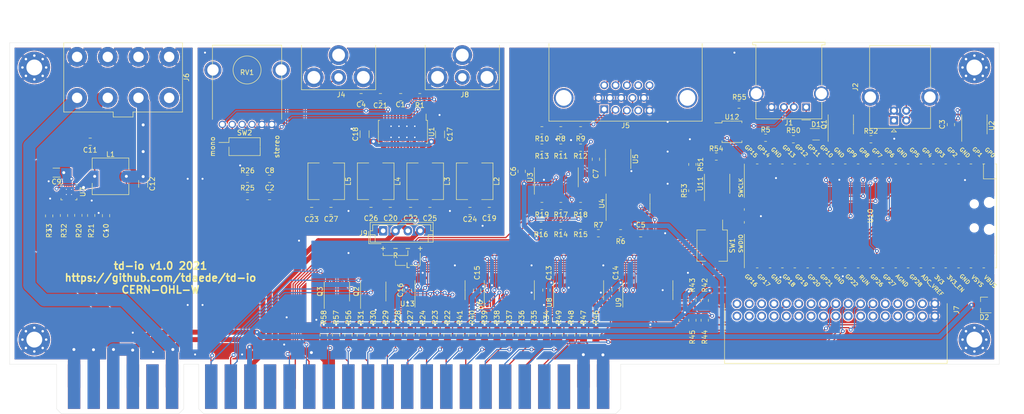
<source format=kicad_pcb>
(kicad_pcb (version 20171130) (host pcbnew 5.1.9-1.fc33)
  (layers (0 F.Cu signal) (31 B.Cu signal) (34 B.Paste user) (35 F.Paste user) (36 B.SilkS user) (37 F.SilkS user) (38 B.Mask user) (39 F.Mask user) (44 Edge.Cuts user))
  (net 0 "")
  (net 1 GND)
  (net 2 +12V)
  (net 3 "Net-(C2-Pad2)")
  (net 4 "Net-(C2-Pad1)")
  (net 5 +5V)
  (net 6 "Net-(C7-Pad1)")
  (net 7 "Net-(C8-Pad2)")
  (net 8 "Net-(C8-Pad1)")
  (net 9 +3V3)
  (net 10 "Net-(D2-Pad2)")
  (net 11 "Net-(D2-Pad1)")
  (net 12 "Net-(J1-Pad1)")
  (net 13 "Net-(J1-Pad2)")
  (net 14 "Net-(J1-Pad3)")
  (net 15 "Net-(J2-Pad1)")
  (net 16 /p2_4)
  (net 17 /p2start)
  (net 18 /lockout1)
  (net 19 /p2up)
  (net 20 /jamma_green)
  (net 21 /p2right)
  (net 22 /jamma_sync)
  (net 23 /p2left)
  (net 24 /c2)
  (net 25 /p2down)
  (net 26 /p2_3)
  (net 27 /meter1)
  (net 28 /p2_1)
  (net 29 "Net-(J3-PadM)")
  (net 30 /p2_2)
  (net 31 /p1_4)
  (net 32 /p1_3)
  (net 33 /p1_2)
  (net 34 /p1_1)
  (net 35 /p1right)
  (net 36 /p1left)
  (net 37 /p1down)
  (net 38 /p1up)
  (net 39 /p1start)
  (net 40 /c1)
  (net 41 /jamma_blue)
  (net 42 /jamma_red)
  (net 43 "Net-(J3-Pad11)")
  (net 44 /speaker+)
  (net 45 /lockout2)
  (net 46 /meter2)
  (net 47 "Net-(J5-Pad15)")
  (net 48 "Net-(J5-Pad14)")
  (net 49 /vga_hsync)
  (net 50 "Net-(J5-Pad12)")
  (net 51 /vga_vsync)
  (net 52 "Net-(J5-Pad4)")
  (net 53 /vga_blue)
  (net 54 /vga_green)
  (net 55 /vga_red)
  (net 56 "Net-(J6-Pad1)")
  (net 57 "Net-(J7-Pad1)")
  (net 58 "Net-(J7-Pad2)")
  (net 59 "Net-(J7-Pad3)")
  (net 60 "Net-(J7-Pad4)")
  (net 61 "Net-(J7-Pad5)")
  (net 62 "Net-(J7-Pad6)")
  (net 63 "Net-(J7-Pad7)")
  (net 64 "Net-(J7-Pad8)")
  (net 65 /p2_6)
  (net 66 "Net-(J7-Pad10)")
  (net 67 "Net-(J7-Pad11)")
  (net 68 "Net-(J7-Pad12)")
  (net 69 "Net-(J7-Pad13)")
  (net 70 "Net-(J7-Pad14)")
  (net 71 /p1_6)
  (net 72 "Net-(J7-Pad16)")
  (net 73 /p1_5)
  (net 74 "Net-(J7-Pad18)")
  (net 75 "Net-(J7-Pad20)")
  (net 76 "Net-(J7-Pad22)")
  (net 77 /p2_5)
  (net 78 "Net-(J7-Pad24)")
  (net 79 "Net-(J7-Pad25)")
  (net 80 "Net-(J7-Pad26)")
  (net 81 "Net-(J7-Pad27)")
  (net 82 "Net-(J7-Pad28)")
  (net 83 "Net-(J7-Pad29)")
  (net 84 "Net-(J7-Pad30)")
  (net 85 "Net-(J7-Pad31)")
  (net 86 "Net-(J7-Pad32)")
  (net 87 /lockout1_ctl)
  (net 88 /meter1_ctl)
  (net 89 /lockout2_ctl)
  (net 90 /meter2_ctl)
  (net 91 /speaker-)
  (net 92 "Net-(R1-Pad1)")
  (net 93 "Net-(R11-Pad2)")
  (net 94 "Net-(R12-Pad2)")
  (net 95 "Net-(R13-Pad2)")
  (net 96 "Net-(R14-Pad1)")
  (net 97 "Net-(R15-Pad1)")
  (net 98 "Net-(R16-Pad1)")
  (net 99 "Net-(R25-Pad1)")
  (net 100 "Net-(SW1-Pad4)")
  (net 101 "Net-(SW1-Pad3)")
  (net 102 /jvs_tx)
  (net 103 /jvs_de)
  (net 104 /jvs_re)
  (net 105 /jvs_rx)
  (net 106 "Net-(U4-Pad3)")
  (net 107 /sr_clr)
  (net 108 /sr_clk)
  (net 109 /sr_data)
  (net 110 "Net-(U10-Pad43)")
  (net 111 "Net-(U10-Pad41)")
  (net 112 "Net-(U10-Pad24)")
  (net 113 "Net-(U10-Pad25)")
  (net 114 "Net-(U10-Pad26)")
  (net 115 "Net-(U10-Pad27)")
  (net 116 "Net-(U10-Pad29)")
  (net 117 "Net-(U10-Pad30)")
  (net 118 "Net-(U10-Pad32)")
  (net 119 "Net-(U10-Pad34)")
  (net 120 "Net-(U10-Pad35)")
  (net 121 "Net-(U10-Pad37)")
  (net 122 "Net-(U10-Pad40)")
  (net 123 "Net-(C10-Pad1)")
  (net 124 "Net-(C11-Pad2)")
  (net 125 +3.3VP)
  (net 126 "Net-(R32-Pad2)")
  (net 127 "Net-(R20-Pad2)")
  (net 128 "Net-(U7-Pad11)")
  (net 129 "Net-(U7-Pad9)")
  (net 130 /SW)
  (net 131 "Net-(D1-Pad6)")
  (net 132 "Net-(D1-Pad2)")
  (net 133 "Net-(D1-Pad3)")
  (net 134 "Net-(D1-Pad1)")
  (net 135 "Net-(J3-Padd)")
  (net 136 "Net-(J3-Pad26)")
  (net 137 /sense_2.5v)
  (net 138 /sense_0v)
  (net 139 "Net-(R5-Pad2)")
  (net 140 "Net-(R53-Pad1)")
  (net 141 /sense_in)
  (net 142 "Net-(R55-Pad2)")
  (net 143 /termination)
  (net 144 "Net-(U11-Pad8)")
  (net 145 "Net-(U11-Pad5)")
  (net 146 "Net-(U11-Pad1)")
  (net 147 "Net-(U10-Pad16)")
  (net 148 "Net-(U10-Pad15)")
  (net 149 /service)
  (net 150 /tilt)
  (net 151 /test)
  (net 152 "Net-(U13-Pad9)")
  (net 153 "Net-(U6-Pad9)")
  (net 154 "Net-(U6-Pad7)")
  (net 155 "Net-(U8-Pad9)")
  (net 156 "Net-(U8-Pad7)")
  (net 157 "Net-(U9-Pad7)")
  (net 158 "Net-(U13-Pad7)")
  (net 159 "Net-(C1-Pad2)")
  (net 160 "Net-(C4-Pad2)")
  (net 161 "Net-(C19-Pad2)")
  (net 162 "Net-(C20-Pad2)")
  (net 163 /speaker_r-)
  (net 164 "Net-(C21-Pad2)")
  (net 165 "Net-(C22-Pad2)")
  (net 166 "Net-(C23-Pad2)")
  (net 167 /speaker_r+)
  (net 168 "Net-(L2-Pad1)")
  (net 169 "Net-(L3-Pad1)")
  (net 170 "Net-(L4-Pad1)")
  (net 171 "Net-(L5-Pad1)")
  (net 172 "Net-(R26-Pad1)")
  (net 173 "Net-(RV1-Pad5)")
  (net 174 "Net-(RV1-Pad2)")
  (net 175 "Net-(U1-Pad13)")
  (net 176 "Net-(U1-Pad1)")
  (net 177 "Net-(J3-PadE)")
  (net 178 "Net-(J3-Pad5)")
  (module td-io:DSUB-15-HD_Female_Horizontal_P2.29x2.5mm_EdgePinOffset8.35mm_Housed_MountingHolesOffset10.89mm (layer F.Cu) (at 192.185 94.42 180)
    (fp_text reference J5 (at -4.318 -4.318) (layer F.SilkS))
    (fp_text value DB15_Female_HighDensity)
    (pad 0 thru_hole circle (at 8.185 1.27 180) (size 4 4) (drill 3.2) (layers *.Cu *.Mask))
    (pad 0 thru_hole circle (at -16.815 1.27 180) (size 4 4) (drill 3.2) (layers *.Cu *.Mask))
    (pad 15 thru_hole circle (at -9.16 3.833 180) (size 1.6 1.6) (drill 1) (layers *.Cu *.Mask) (net 47 "Net-(J5-Pad15)"))
    (pad 14 thru_hole circle (at -6.87 3.833 180) (size 1.6 1.6) (drill 1) (layers *.Cu *.Mask) (net 48 "Net-(J5-Pad14)"))
    (pad 13 thru_hole circle (at -4.58 3.833 180) (size 1.6 1.6) (drill 1) (layers *.Cu *.Mask) (net 49 /vga_hsync))
    (pad 12 thru_hole circle (at -2.29 3.833 180) (size 1.6 1.6) (drill 1) (layers *.Cu *.Mask) (net 50 "Net-(J5-Pad12)"))
    (pad 11 thru_hole circle (at 0 3.833 180) (size 1.6 1.6) (drill 1) (layers *.Cu *.Mask) (net 51 /vga_vsync))
    (pad 10 thru_hole circle (at -8.015 1.27 180) (size 1.6 1.6) (drill 1) (layers *.Cu *.Mask) (net 1 GND))
    (pad 9 thru_hole circle (at -5.715 1.27 180) (size 1.6 1.6) (drill 1) (layers *.Cu *.Mask) (net 6 "Net-(C7-Pad1)"))
    (pad 8 thru_hole circle (at -3.435 1.27 180) (size 1.6 1.6) (drill 1) (layers *.Cu *.Mask) (net 1 GND))
    (pad 7 thru_hole circle (at -1.145 1.27 180) (size 1.6 1.6) (drill 1) (layers *.Cu *.Mask) (net 1 GND))
    (pad 6 thru_hole circle (at 1.145 1.27 180) (size 1.6 1.6) (drill 1) (layers *.Cu *.Mask) (net 1 GND))
    (pad 5 thru_hole circle (at -9.16 -1.27 180) (size 1.6 1.6) (drill 1) (layers *.Cu *.Mask) (net 1 GND))
    (pad 4 thru_hole circle (at -6.87 -1.27 180) (size 1.6 1.6) (drill 1) (layers *.Cu *.Mask) (net 52 "Net-(J5-Pad4)"))
    (pad 3 thru_hole circle (at -4.572 -1.27 180) (size 1.6 1.6) (drill 1) (layers *.Cu *.Mask) (net 53 /vga_blue))
    (pad 2 thru_hole circle (at -2.286 -1.143 180) (size 1.6 1.6) (drill 1) (layers *.Cu *.Mask) (net 54 /vga_green))
    (pad 1 thru_hole rect (at 0 -1.016 180) (size 1.6 1.6) (drill 1) (layers *.Cu *.Mask) (net 55 /vga_red))
  )
  (module td-io:RPi_Pico_SMD (layer F.Cu) (at 246 117 270)
    (fp_text reference U10 (at 0 0 90) (layer F.SilkS))
    (fp_text value Pico)
    (fp_text user SWDIO (at 5.6 26.2 90) (layer F.SilkS) (effects (font (size 0.8 0.8))))
    (fp_text user SWCLK (at -5.7 26.2 90) (layer F.SilkS) (effects (font (size 0.8 0.8))))
    (fp_text user AGND (at 13.054 -6.35 135) (layer F.SilkS) (effects (font (size 0.8 0.8))))
    (fp_text user GND (at 12.8 -19.05 135) (layer F.SilkS) (effects (font (size 0.8 0.8))))
    (fp_text user GND (at 12.8 6.35 135) (layer F.SilkS) (effects (font (size 0.8 0.8))))
    (fp_text user GND (at 12.8 19.05 135) (layer F.SilkS) (effects (font (size 0.8 0.8))))
    (fp_text user GND (at -12.8 19.05 135) (layer F.SilkS) (effects (font (size 0.8 0.8))))
    (fp_text user GND (at -12.8 6.35 135) (layer F.SilkS) (effects (font (size 0.8 0.8))))
    (fp_text user GND (at -12.8 -6.35 135) (layer F.SilkS) (effects (font (size 0.8 0.8))))
    (fp_text user GND (at -12.8 -19.05 135) (layer F.SilkS) (effects (font (size 0.8 0.8))))
    (fp_text user VBUS (at 13.3 -24.2 135) (layer F.SilkS) (effects (font (size 0.8 0.8))))
    (fp_text user VSYS (at 13.2 -21.59 135) (layer F.SilkS) (effects (font (size 0.8 0.8))))
    (fp_text user 3V3_EN (at 13.7 -17.2 135) (layer F.SilkS) (effects (font (size 0.8 0.8))))
    (fp_text user 3V3 (at 12.9 -13.9 135) (layer F.SilkS) (effects (font (size 0.8 0.8))))
    (fp_text user ADC_VREF (at 14 -12.5 135) (layer F.SilkS) (effects (font (size 0.8 0.8))))
    (fp_text user GP28 (at 13.054 -9.144 135) (layer F.SilkS) (effects (font (size 0.8 0.8))))
    (fp_text user GP27 (at 13.054 -3.8 135) (layer F.SilkS) (effects (font (size 0.8 0.8))))
    (fp_text user GP26 (at 13.054 -1.27 135) (layer F.SilkS) (effects (font (size 0.8 0.8))))
    (fp_text user RUN (at 13 1.27 135) (layer F.SilkS) (effects (font (size 0.8 0.8))))
    (fp_text user GP22 (at 13.054 3.81 135) (layer F.SilkS) (effects (font (size 0.8 0.8))))
    (fp_text user GP21 (at 13.054 8.9 135) (layer F.SilkS) (effects (font (size 0.8 0.8))))
    (fp_text user GP20 (at 13.054 11.43 135) (layer F.SilkS) (effects (font (size 0.8 0.8))))
    (fp_text user GP19 (at 13.054 13.97 135) (layer F.SilkS) (effects (font (size 0.8 0.8))))
    (fp_text user GP18 (at 13.054 16.51 135) (layer F.SilkS) (effects (font (size 0.8 0.8))))
    (fp_text user GP17 (at 13.054 21.59 135) (layer F.SilkS) (effects (font (size 0.8 0.8))))
    (fp_text user GP16 (at 13.054 24.13 135) (layer F.SilkS) (effects (font (size 0.8 0.8))))
    (fp_text user GP15 (at -13.054 24.13 135) (layer F.SilkS) (effects (font (size 0.8 0.8))))
    (fp_text user GP14 (at -13.1 21.59 135) (layer F.SilkS) (effects (font (size 0.8 0.8))))
    (fp_text user GP13 (at -13.054 16.51 135) (layer F.SilkS) (effects (font (size 0.8 0.8))))
    (fp_text user GP12 (at -13.2 13.97 135) (layer F.SilkS) (effects (font (size 0.8 0.8))))
    (fp_text user GP11 (at -13.2 11.43 135) (layer F.SilkS) (effects (font (size 0.8 0.8))))
    (fp_text user GP10 (at -13.054 8.89 135) (layer F.SilkS) (effects (font (size 0.8 0.8))))
    (fp_text user GP9 (at -12.8 3.81 135) (layer F.SilkS) (effects (font (size 0.8 0.8))))
    (fp_text user GP8 (at -12.8 1.27 135) (layer F.SilkS) (effects (font (size 0.8 0.8))))
    (fp_text user GP7 (at -12.7 -1.3 135) (layer F.SilkS) (effects (font (size 0.8 0.8))))
    (fp_text user GP6 (at -12.8 -3.81 135) (layer F.SilkS) (effects (font (size 0.8 0.8))))
    (fp_text user GP5 (at -12.8 -8.89 135) (layer F.SilkS) (effects (font (size 0.8 0.8))))
    (fp_text user GP4 (at -12.8 -11.43 135) (layer F.SilkS) (effects (font (size 0.8 0.8))))
    (fp_text user GP3 (at -12.8 -13.97 135) (layer F.SilkS) (effects (font (size 0.8 0.8))))
    (fp_text user GP0 (at -12.8 -24.13 135) (layer F.SilkS) (effects (font (size 0.8 0.8))))
    (fp_text user GP2 (at -12.9 -16.51 135) (layer F.SilkS) (effects (font (size 0.8 0.8))))
    (fp_text user GP1 (at -12.9 -21.6 135) (layer F.SilkS) (effects (font (size 0.8 0.8))))
    (pad 43 smd rect (at 2.54 23.9) (size 3.5 1.7) (drill (offset -0.9 0)) (layers F.Cu F.Mask) (net 110 "Net-(U10-Pad43)"))
    (pad 42 smd rect (at 0 23.9) (size 3.5 1.7) (drill (offset -0.9 0)) (layers F.Cu F.Mask) (net 1 GND))
    (pad 41 smd rect (at -2.54 23.9) (size 3.5 1.7) (drill (offset -0.9 0)) (layers F.Cu F.Mask) (net 111 "Net-(U10-Pad41)"))
    (pad "" np_thru_hole oval (at 2.425 -20.97 270) (size 1.5 1.5) (drill 1.5) (layers *.Cu *.Mask))
    (pad "" np_thru_hole oval (at -2.425 -20.97 270) (size 1.5 1.5) (drill 1.5) (layers *.Cu *.Mask))
    (pad "" np_thru_hole oval (at 2.725 -24 270) (size 1.8 1.8) (drill 1.8) (layers *.Cu *.Mask))
    (pad "" np_thru_hole oval (at -2.725 -24 270) (size 1.8 1.8) (drill 1.8) (layers *.Cu *.Mask))
    (pad 21 smd rect (at 8.89 24.13 270) (size 3.5 1.7) (drill (offset 0.9 0)) (layers F.Cu F.Mask) (net 100 "Net-(SW1-Pad4)"))
    (pad 22 smd rect (at 8.89 21.59 270) (size 3.5 1.7) (drill (offset 0.9 0)) (layers F.Cu F.Mask) (net 101 "Net-(SW1-Pad3)"))
    (pad 23 smd rect (at 8.89 19.05 270) (size 3.5 1.7) (drill (offset 0.9 0)) (layers F.Cu F.Mask) (net 1 GND))
    (pad 24 smd rect (at 8.89 16.51 270) (size 3.5 1.7) (drill (offset 0.9 0)) (layers F.Cu F.Mask) (net 112 "Net-(U10-Pad24)"))
    (pad 25 smd rect (at 8.89 13.97 270) (size 3.5 1.7) (drill (offset 0.9 0)) (layers F.Cu F.Mask) (net 113 "Net-(U10-Pad25)"))
    (pad 26 smd rect (at 8.89 11.43 270) (size 3.5 1.7) (drill (offset 0.9 0)) (layers F.Cu F.Mask) (net 114 "Net-(U10-Pad26)"))
    (pad 27 smd rect (at 8.89 8.89 270) (size 3.5 1.7) (drill (offset 0.9 0)) (layers F.Cu F.Mask) (net 115 "Net-(U10-Pad27)"))
    (pad 28 smd rect (at 8.89 6.35 270) (size 3.5 1.7) (drill (offset 0.9 0)) (layers F.Cu F.Mask) (net 1 GND))
    (pad 29 smd rect (at 8.89 3.81 270) (size 3.5 1.7) (drill (offset 0.9 0)) (layers F.Cu F.Mask) (net 116 "Net-(U10-Pad29)"))
    (pad 30 smd rect (at 8.89 1.27 270) (size 3.5 1.7) (drill (offset 0.9 0)) (layers F.Cu F.Mask) (net 117 "Net-(U10-Pad30)"))
    (pad 31 smd rect (at 8.89 -1.27 270) (size 3.5 1.7) (drill (offset 0.9 0)) (layers F.Cu F.Mask) (net 141 /sense_in))
    (pad 32 smd rect (at 8.89 -3.81 270) (size 3.5 1.7) (drill (offset 0.9 0)) (layers F.Cu F.Mask) (net 118 "Net-(U10-Pad32)"))
    (pad 33 smd rect (at 8.89 -6.35 270) (size 3.5 1.7) (drill (offset 0.9 0)) (layers F.Cu F.Mask) (net 1 GND))
    (pad 34 smd rect (at 8.89 -8.89 270) (size 3.5 1.7) (drill (offset 0.9 0)) (layers F.Cu F.Mask) (net 119 "Net-(U10-Pad34)"))
    (pad 35 smd rect (at 8.89 -11.43 270) (size 3.5 1.7) (drill (offset 0.9 0)) (layers F.Cu F.Mask) (net 120 "Net-(U10-Pad35)"))
    (pad 36 smd rect (at 8.89 -13.97 270) (size 3.5 1.7) (drill (offset 0.9 0)) (layers F.Cu F.Mask) (net 9 +3V3))
    (pad 37 smd rect (at 8.89 -16.51 270) (size 3.5 1.7) (drill (offset 0.9 0)) (layers F.Cu F.Mask) (net 121 "Net-(U10-Pad37)"))
    (pad 38 smd rect (at 8.89 -19.05 270) (size 3.5 1.7) (drill (offset 0.9 0)) (layers F.Cu F.Mask) (net 1 GND))
    (pad 39 smd rect (at 8.89 -21.59 270) (size 3.5 1.7) (drill (offset 0.9 0)) (layers F.Cu F.Mask) (net 10 "Net-(D2-Pad2)"))
    (pad 40 smd rect (at 8.89 -24.13 270) (size 3.5 1.7) (drill (offset 0.9 0)) (layers F.Cu F.Mask) (net 122 "Net-(U10-Pad40)"))
    (pad 20 smd rect (at -8.89 24.13 270) (size 3.5 1.7) (drill (offset -0.9 0)) (layers F.Cu F.Mask) (net 143 /termination))
    (pad 19 smd rect (at -8.89 21.59 270) (size 3.5 1.7) (drill (offset -0.9 0)) (layers F.Cu F.Mask) (net 137 /sense_2.5v))
    (pad 18 smd rect (at -8.89 19.05 270) (size 3.5 1.7) (drill (offset -0.9 0)) (layers F.Cu F.Mask) (net 1 GND))
    (pad 17 smd rect (at -8.89 16.51 270) (size 3.5 1.7) (drill (offset -0.9 0)) (layers F.Cu F.Mask) (net 138 /sense_0v))
    (pad 16 smd rect (at -8.89 13.97 270) (size 3.5 1.7) (drill (offset -0.9 0)) (layers F.Cu F.Mask) (net 147 "Net-(U10-Pad16)"))
    (pad 15 smd rect (at -8.89 11.43 270) (size 3.5 1.7) (drill (offset -0.9 0)) (layers F.Cu F.Mask) (net 148 "Net-(U10-Pad15)"))
    (pad 14 smd rect (at -8.89 8.89 270) (size 3.5 1.7) (drill (offset -0.9 0)) (layers F.Cu F.Mask) (net 89 /lockout2_ctl))
    (pad 13 smd rect (at -8.89 6.35 270) (size 3.5 1.7) (drill (offset -0.9 0)) (layers F.Cu F.Mask) (net 1 GND))
    (pad 12 smd rect (at -8.89 3.81 270) (size 3.5 1.7) (drill (offset -0.9 0)) (layers F.Cu F.Mask) (net 87 /lockout1_ctl))
    (pad 11 smd rect (at -8.89 1.27 270) (size 3.5 1.7) (drill (offset -0.9 0)) (layers F.Cu F.Mask) (net 90 /meter2_ctl))
    (pad 10 smd rect (at -8.89 -1.27 270) (size 3.5 1.7) (drill (offset -0.9 0)) (layers F.Cu F.Mask) (net 88 /meter1_ctl))
    (pad 9 smd rect (at -8.89 -3.81 270) (size 3.5 1.7) (drill (offset -0.9 0)) (layers F.Cu F.Mask) (net 109 /sr_data))
    (pad 8 smd rect (at -8.89 -6.35 270) (size 3.5 1.7) (drill (offset -0.9 0)) (layers F.Cu F.Mask) (net 1 GND))
    (pad 7 smd rect (at -8.89 -8.89 270) (size 3.5 1.7) (drill (offset -0.9 0)) (layers F.Cu F.Mask) (net 108 /sr_clk))
    (pad 6 smd rect (at -8.89 -11.43 270) (size 3.5 1.7) (drill (offset -0.9 0)) (layers F.Cu F.Mask) (net 107 /sr_clr))
    (pad 5 smd rect (at -8.89 -13.97 270) (size 3.5 1.7) (drill (offset -0.9 0)) (layers F.Cu F.Mask) (net 103 /jvs_de))
    (pad 4 smd rect (at -8.89 -16.51 270) (size 3.5 1.7) (drill (offset -0.9 0)) (layers F.Cu F.Mask) (net 104 /jvs_re))
    (pad 3 smd rect (at -8.89 -19.05 270) (size 3.5 1.7) (drill (offset -0.9 0)) (layers F.Cu F.Mask) (net 1 GND))
    (pad 2 smd rect (at -8.89 -21.59 270) (size 3.5 1.7) (drill (offset -0.9 0)) (layers F.Cu F.Mask) (net 102 /jvs_tx))
    (pad 1 smd rect (at -8.89 -24.13 270) (size 3.5 1.7) (drill (offset -0.9 0)) (layers F.Cu F.Mask) (net 105 /jvs_rx))
  )
  (module td-io:DF1BZ-34DP-2.5DS (layer F.Cu) (at 239 136 180)
    (fp_text reference J7 (at -24.4 0 90) (layer F.SilkS))
    (fp_text value Conn_02x17_Odd_Even)
    (pad 1 thru_hole circle (at 20 1.25 180) (size 1.8 1.8) (drill 1.1) (layers *.Cu *.Mask) (net 57 "Net-(J7-Pad1)"))
    (pad 2 thru_hole circle (at 20 -1.25 180) (size 1.8 1.8) (drill 1.1) (layers *.Cu *.Mask) (net 58 "Net-(J7-Pad2)"))
    (pad 3 thru_hole circle (at 17.5 1.25 180) (size 1.8 1.8) (drill 1.1) (layers *.Cu *.Mask) (net 59 "Net-(J7-Pad3)"))
    (pad 4 thru_hole circle (at 17.5 -1.25 180) (size 1.8 1.8) (drill 1.1) (layers *.Cu *.Mask) (net 60 "Net-(J7-Pad4)"))
    (pad 5 thru_hole circle (at 15 1.25 180) (size 1.8 1.8) (drill 1.1) (layers *.Cu *.Mask) (net 61 "Net-(J7-Pad5)"))
    (pad 6 thru_hole circle (at 15 -1.25 180) (size 1.8 1.8) (drill 1.1) (layers *.Cu *.Mask) (net 62 "Net-(J7-Pad6)"))
    (pad 7 thru_hole circle (at 12.5 1.25 180) (size 1.8 1.8) (drill 1.1) (layers *.Cu *.Mask) (net 63 "Net-(J7-Pad7)"))
    (pad 8 thru_hole circle (at 12.5 -1.25 180) (size 1.8 1.8) (drill 1.1) (layers *.Cu *.Mask) (net 64 "Net-(J7-Pad8)"))
    (pad 9 thru_hole circle (at 10 1.25 180) (size 1.8 1.8) (drill 1.1) (layers *.Cu *.Mask) (net 65 /p2_6))
    (pad 10 thru_hole circle (at 10 -1.25 180) (size 1.8 1.8) (drill 1.1) (layers *.Cu *.Mask) (net 66 "Net-(J7-Pad10)"))
    (pad 11 thru_hole circle (at 7.5 1.25 180) (size 1.8 1.8) (drill 1.1) (layers *.Cu *.Mask) (net 67 "Net-(J7-Pad11)"))
    (pad 12 thru_hole circle (at 7.5 -1.25 180) (size 1.8 1.8) (drill 1.1) (layers *.Cu *.Mask) (net 68 "Net-(J7-Pad12)"))
    (pad 13 thru_hole circle (at 5 1.25 180) (size 1.8 1.8) (drill 1.1) (layers *.Cu *.Mask) (net 69 "Net-(J7-Pad13)"))
    (pad 14 thru_hole circle (at 5 -1.25 180) (size 1.8 1.8) (drill 1.1) (layers *.Cu *.Mask) (net 70 "Net-(J7-Pad14)"))
    (pad 15 thru_hole circle (at 2.5 1.25 180) (size 1.8 1.8) (drill 1.1) (layers *.Cu *.Mask) (net 71 /p1_6))
    (pad 16 thru_hole circle (at 2.5 -1.25 180) (size 1.8 1.8) (drill 1.1) (layers *.Cu *.Mask) (net 72 "Net-(J7-Pad16)"))
    (pad 17 thru_hole circle (at 0 1.25 180) (size 1.8 1.8) (drill 1.1) (layers *.Cu *.Mask) (net 73 /p1_5))
    (pad 18 thru_hole circle (at 0 -1.25 180) (size 1.8 1.8) (drill 1.1) (layers *.Cu *.Mask) (net 74 "Net-(J7-Pad18)"))
    (pad 19 thru_hole circle (at -2.5 1.25 180) (size 1.8 1.8) (drill 1.1) (layers *.Cu *.Mask) (net 31 /p1_4))
    (pad 20 thru_hole circle (at -2.5 -1.25 180) (size 1.8 1.8) (drill 1.1) (layers *.Cu *.Mask) (net 75 "Net-(J7-Pad20)"))
    (pad 21 thru_hole circle (at -5 1.25 180) (size 1.8 1.8) (drill 1.1) (layers *.Cu *.Mask) (net 16 /p2_4))
    (pad 22 thru_hole circle (at -5 -1.25 180) (size 1.8 1.8) (drill 1.1) (layers *.Cu *.Mask) (net 76 "Net-(J7-Pad22)"))
    (pad 23 thru_hole circle (at -7.5 1.25 180) (size 1.8 1.8) (drill 1.1) (layers *.Cu *.Mask) (net 77 /p2_5))
    (pad 24 thru_hole circle (at -7.5 -1.25 180) (size 1.8 1.8) (drill 1.1) (layers *.Cu *.Mask) (net 78 "Net-(J7-Pad24)"))
    (pad 25 thru_hole circle (at -10 1.25 180) (size 1.8 1.8) (drill 1.1) (layers *.Cu *.Mask) (net 79 "Net-(J7-Pad25)"))
    (pad 26 thru_hole circle (at -10 -1.25 180) (size 1.8 1.8) (drill 1.1) (layers *.Cu *.Mask) (net 80 "Net-(J7-Pad26)"))
    (pad 27 thru_hole circle (at -12.5 1.25 180) (size 1.8 1.8) (drill 1.1) (layers *.Cu *.Mask) (net 81 "Net-(J7-Pad27)"))
    (pad 28 thru_hole circle (at -12.5 -1.25 180) (size 1.8 1.8) (drill 1.1) (layers *.Cu *.Mask) (net 82 "Net-(J7-Pad28)"))
    (pad 29 thru_hole circle (at -15 1.25 180) (size 1.8 1.8) (drill 1.1) (layers *.Cu *.Mask) (net 83 "Net-(J7-Pad29)"))
    (pad 30 thru_hole circle (at -15 -1.25 180) (size 1.8 1.8) (drill 1.1) (layers *.Cu *.Mask) (net 84 "Net-(J7-Pad30)"))
    (pad 31 thru_hole circle (at -17.5 1.25 180) (size 1.8 1.8) (drill 1.1) (layers *.Cu *.Mask) (net 85 "Net-(J7-Pad31)"))
    (pad 32 thru_hole circle (at -17.5 -1.25 180) (size 1.8 1.8) (drill 1.1) (layers *.Cu *.Mask) (net 86 "Net-(J7-Pad32)"))
    (pad 33 thru_hole circle (at -20 1.25 180) (size 1.8 1.8) (drill 1.1) (layers *.Cu *.Mask) (net 1 GND))
    (pad 34 thru_hole circle (at -20 -1.25 180) (size 1.8 1.8) (drill 1.1) (layers *.Cu *.Mask) (net 1 GND))
  )
  (module td-io:JAMMA (layer F.Cu) (at 138.5 156)
    (fp_text reference J3 hide)
    (fp_text value JAMMA_Edge)
    (pad D smd rect (at -41.58 -4.5) (size 2.5 9) (layers B.Cu B.Mask) (net 5 +5V))
    (pad F smd rect (at -33.66 -4.5) (size 2.5 9) (layers B.Cu B.Mask) (net 2 +12V))
    (pad L smd rect (at -17.82 -4.5) (size 2.5 9) (layers B.Cu B.Mask) (net 91 /speaker-))
    (pad c smd rect (at 41.58 -4.5) (size 2.5 9) (layers B.Cu B.Mask) (net 16 /p2_4))
    (pad U smd rect (at 9.9 -4.5) (size 2.5 9) (layers B.Cu B.Mask) (net 17 /p2start))
    (pad R smd rect (at -1.98 -4.5) (size 2.5 9) (layers B.Cu B.Mask) (net 149 /service))
    (pad S smd rect (at 1.98 -4.5) (size 2.5 9) (layers B.Cu B.Mask) (net 150 /tilt))
    (pad e smd rect (at 49.5 -4.5) (size 2.5 9) (layers B.Cu B.Mask) (net 1 GND))
    (pad d smd rect (at 45.54 -4.5) (size 2.5 9) (layers B.Cu B.Mask) (net 135 "Net-(J3-Padd)"))
    (pad K smd rect (at -21.78 -4.5) (size 2.5 9) (layers B.Cu B.Mask) (net 18 /lockout1))
    (pad V smd rect (at 13.86 -4.5) (size 2.5 9) (layers B.Cu B.Mask) (net 19 /p2up))
    (pad N smd rect (at -9.9 -4.5) (size 2.5 9) (layers B.Cu B.Mask) (net 20 /jamma_green))
    (pad Y smd rect (at 25.74 -4.5) (size 2.5 9) (layers B.Cu B.Mask) (net 21 /p2right))
    (pad P smd rect (at -5.94 -4.5) (size 2.5 9) (layers B.Cu B.Mask) (net 22 /jamma_sync))
    (pad X smd rect (at 21.78 -4.5) (size 2.5 9) (layers B.Cu B.Mask) (net 23 /p2left))
    (pad E smd rect (at -37.62 -4.5) (size 2.5 9) (layers B.Cu B.Mask) (net 177 "Net-(J3-PadE)"))
    (pad T smd rect (at 5.94 -4.5) (size 2.5 9) (layers B.Cu B.Mask) (net 24 /c2))
    (pad W smd rect (at 17.82 -4.5) (size 2.5 9) (layers B.Cu B.Mask) (net 25 /p2down))
    (pad f smd rect (at 53.46 -4.5) (size 2.5 9) (layers B.Cu B.Mask) (net 1 GND))
    (pad b smd rect (at 37.62 -4.5) (size 2.5 9) (layers B.Cu B.Mask) (net 26 /p2_3))
    (pad J smd rect (at -25.74 -4.5) (size 2.5 9) (layers B.Cu B.Mask) (net 27 /meter1))
    (pad B smd rect (at -49.5 -4.5) (size 2.5 9) (layers B.Cu B.Mask) (net 1 GND))
    (pad Z smd rect (at 29.7 -4.5) (size 2.5 9) (layers B.Cu B.Mask) (net 28 /p2_1))
    (pad M smd rect (at -13.86 -4.5) (size 2.5 9) (layers B.Cu B.Mask) (net 29 "Net-(J3-PadM)"))
    (pad A smd rect (at -53.46 -4.5) (size 2.5 9) (layers B.Cu B.Mask) (net 1 GND))
    (pad a smd rect (at 33.66 -4.5) (size 2.5 9) (layers B.Cu B.Mask) (net 30 /p2_2))
    (pad C smd rect (at -45.54 -4.5) (size 2.5 9) (layers B.Cu B.Mask) (net 5 +5V))
    (pad 28 smd rect (at 53.46 -4.5) (size 2.5 9) (layers F.Cu F.Mask) (net 1 GND))
    (pad 27 smd rect (at 49.5 -4.5) (size 2.5 9) (layers F.Cu F.Mask) (net 1 GND))
    (pad 26 smd rect (at 45.54 -4.5) (size 2.5 9) (layers F.Cu F.Mask) (net 136 "Net-(J3-Pad26)"))
    (pad 25 smd rect (at 41.58 -4.5) (size 2.5 9) (layers F.Cu F.Mask) (net 31 /p1_4))
    (pad 24 smd rect (at 37.62 -4.5) (size 2.5 9) (layers F.Cu F.Mask) (net 32 /p1_3))
    (pad 23 smd rect (at 33.66 -4.5) (size 2.5 9) (layers F.Cu F.Mask) (net 33 /p1_2))
    (pad 22 smd rect (at 29.7 -4.5) (size 2.5 9) (layers F.Cu F.Mask) (net 34 /p1_1))
    (pad 21 smd rect (at 25.74 -4.5) (size 2.5 9) (layers F.Cu F.Mask) (net 35 /p1right))
    (pad 20 smd rect (at 21.78 -4.5) (size 2.5 9) (layers F.Cu F.Mask) (net 36 /p1left))
    (pad 19 smd rect (at 17.82 -4.5) (size 2.5 9) (layers F.Cu F.Mask) (net 37 /p1down))
    (pad 18 smd rect (at 13.86 -4.5) (size 2.5 9) (layers F.Cu F.Mask) (net 38 /p1up))
    (pad 17 smd rect (at 9.9 -4.5) (size 2.5 9) (layers F.Cu F.Mask) (net 39 /p1start))
    (pad 16 smd rect (at 5.94 -4.5) (size 2.5 9) (layers F.Cu F.Mask) (net 40 /c1))
    (pad 15 smd rect (at 1.98 -4.5) (size 2.5 9) (layers F.Cu F.Mask) (net 151 /test))
    (pad 14 smd rect (at -1.98 -4.5) (size 2.5 9) (layers F.Cu F.Mask) (net 1 GND))
    (pad 13 smd rect (at -5.94 -4.5) (size 2.5 9) (layers F.Cu F.Mask) (net 41 /jamma_blue))
    (pad 12 smd rect (at -9.9 -4.5) (size 2.5 9) (layers F.Cu F.Mask) (net 42 /jamma_red))
    (pad 11 smd rect (at -13.86 -4.5) (size 2.5 9) (layers F.Cu F.Mask) (net 43 "Net-(J3-Pad11)"))
    (pad 10 smd rect (at -17.82 -4.5) (size 2.5 9) (layers F.Cu F.Mask) (net 44 /speaker+))
    (pad 9 smd rect (at -21.78 -4.5) (size 2.5 9) (layers F.Cu F.Mask) (net 45 /lockout2))
    (pad 8 smd rect (at -25.74 -4.5) (size 2.5 9) (layers F.Cu F.Mask) (net 46 /meter2))
    (pad 6 smd rect (at -33.66 -4.5) (size 2.5 9) (layers F.Cu F.Mask) (net 2 +12V))
    (pad 5 smd rect (at -37.62 -4.5) (size 2.5 9) (layers F.Cu F.Mask) (net 178 "Net-(J3-Pad5)"))
    (pad 4 smd rect (at -41.58 -4.5) (size 2.5 9) (layers F.Cu F.Mask) (net 5 +5V))
    (pad 3 smd rect (at -45.54 -4.5) (size 2.5 9) (layers F.Cu F.Mask) (net 5 +5V))
    (pad 2 smd rect (at -49.5 -4.5) (size 2.5 9) (layers F.Cu F.Mask) (net 1 GND))
    (pad 1 smd rect (at -53.46 -4.5) (size 2.5 9) (layers F.Cu F.Mask) (net 1 GND))
  )
  (module Button_Switch_SMD:SW_DIP_SPSTx01_Slide_Omron_A6S-110x_W8.9mm_P2.54mm (layer F.Cu) (at 119.5 103)
    (fp_text reference SW2 (at 0 -2.8) (layer F.SilkS))
    (fp_text value SW_DIP_x01)
    (pad 2 smd rect (at 4.45 0) (size 1.5 1.1) (layers F.Cu F.Paste F.Mask) (net 174 "Net-(RV1-Pad2)"))
    (pad 1 smd rect (at -4.45 0) (size 1.5 1.1) (layers F.Cu F.Paste F.Mask) (net 173 "Net-(RV1-Pad5)"))
  )
  (module Package_SO:HTSSOP-28-1EP_4.4x9.7mm_P0.65mm_EP2.85x5.4mm_ThermalVias (layer F.Cu) (at 151.5 100 270)
    (fp_text reference U1 (at 0 -5.8 90) (layer F.SilkS))
    (fp_text value TPA3138D2)
    (pad 29 smd rect (at 0 0 270) (size 2.85 5.4) (layers B.Cu) (net 1 GND))
    (pad 29 thru_hole circle (at 1.125 2.4 270) (size 0.6 0.6) (drill 0.3) (layers *.Cu) (net 1 GND))
    (pad 29 thru_hole circle (at -1.125 2.4 270) (size 0.6 0.6) (drill 0.3) (layers *.Cu) (net 1 GND))
    (pad 29 thru_hole circle (at 1.125 0.8 270) (size 0.6 0.6) (drill 0.3) (layers *.Cu) (net 1 GND))
    (pad 29 thru_hole circle (at -1.125 0.8 270) (size 0.6 0.6) (drill 0.3) (layers *.Cu) (net 1 GND))
    (pad 29 thru_hole circle (at 1.125 -0.8 270) (size 0.6 0.6) (drill 0.3) (layers *.Cu) (net 1 GND))
    (pad 29 thru_hole circle (at -1.125 -0.8 270) (size 0.6 0.6) (drill 0.3) (layers *.Cu) (net 1 GND))
    (pad 29 thru_hole circle (at 1.125 -2.4 270) (size 0.6 0.6) (drill 0.3) (layers *.Cu) (net 1 GND))
    (pad 29 thru_hole circle (at -1.125 -2.4 270) (size 0.6 0.6) (drill 0.3) (layers *.Cu) (net 1 GND))
    (pad 29 smd rect (at 0 0 270) (size 2.85 5.4) (layers F.Cu F.Mask) (net 1 GND))
    (pad 28 smd roundrect (at 2.8625 -4.225 270) (size 1.475 0.4) (layers F.Cu F.Paste F.Mask) (net 2 +12V))
    (pad 27 smd roundrect (at 2.8625 -3.575 270) (size 1.475 0.4) (layers F.Cu F.Paste F.Mask) (net 2 +12V))
    (pad 26 smd roundrect (at 2.8625 -2.925 270) (size 1.475 0.4) (layers F.Cu F.Paste F.Mask) (net 161 "Net-(C19-Pad2)"))
    (pad 25 smd roundrect (at 2.8625 -2.275 270) (size 1.475 0.4) (layers F.Cu F.Paste F.Mask) (net 168 "Net-(L2-Pad1)"))
    (pad 24 smd roundrect (at 2.8625 -1.625 270) (size 1.475 0.4) (layers F.Cu F.Paste F.Mask) (net 1 GND))
    (pad 23 smd roundrect (at 2.8625 -0.975 270) (size 1.475 0.4) (layers F.Cu F.Paste F.Mask) (net 169 "Net-(L3-Pad1)"))
    (pad 22 smd roundrect (at 2.8625 -0.325 270) (size 1.475 0.4) (layers F.Cu F.Paste F.Mask) (net 165 "Net-(C22-Pad2)"))
    (pad 21 smd roundrect (at 2.8625 0.325 270) (size 1.475 0.4) (layers F.Cu F.Paste F.Mask) (net 162 "Net-(C20-Pad2)"))
    (pad 20 smd roundrect (at 2.8625 0.975 270) (size 1.475 0.4) (layers F.Cu F.Paste F.Mask) (net 170 "Net-(L4-Pad1)"))
    (pad 19 smd roundrect (at 2.8625 1.625 270) (size 1.475 0.4) (layers F.Cu F.Paste F.Mask) (net 1 GND))
    (pad 18 smd roundrect (at 2.8625 2.275 270) (size 1.475 0.4) (layers F.Cu F.Paste F.Mask) (net 171 "Net-(L5-Pad1)"))
    (pad 17 smd roundrect (at 2.8625 2.925 270) (size 1.475 0.4) (layers F.Cu F.Paste F.Mask) (net 166 "Net-(C23-Pad2)"))
    (pad 16 smd roundrect (at 2.8625 3.575 270) (size 1.475 0.4) (layers F.Cu F.Paste F.Mask) (net 2 +12V))
    (pad 15 smd roundrect (at 2.8625 4.225 270) (size 1.475 0.4) (layers F.Cu F.Paste F.Mask) (net 2 +12V))
    (pad 14 smd roundrect (at -2.8625 4.225 270) (size 1.475 0.4) (layers F.Cu F.Paste F.Mask) (net 1 GND))
    (pad 13 smd roundrect (at -2.8625 3.575 270) (size 1.475 0.4) (layers F.Cu F.Paste F.Mask) (net 175 "Net-(U1-Pad13)"))
    (pad 12 smd roundrect (at -2.8625 2.925 270) (size 1.475 0.4) (layers F.Cu F.Paste F.Mask) (net 173 "Net-(RV1-Pad5)"))
    (pad 11 smd roundrect (at -2.8625 2.275 270) (size 1.475 0.4) (layers F.Cu F.Paste F.Mask) (net 160 "Net-(C4-Pad2)"))
    (pad 10 smd roundrect (at -2.8625 1.625 270) (size 1.475 0.4) (layers F.Cu F.Paste F.Mask) (net 1 GND))
    (pad 9 smd roundrect (at -2.8625 0.975 270) (size 1.475 0.4) (layers F.Cu F.Paste F.Mask) (net 164 "Net-(C21-Pad2)"))
    (pad 8 smd roundrect (at -2.8625 0.325 270) (size 1.475 0.4) (layers F.Cu F.Paste F.Mask) (net 1 GND))
    (pad 7 smd roundrect (at -2.8625 -0.325 270) (size 1.475 0.4) (layers F.Cu F.Paste F.Mask) (net 2 +12V))
    (pad 6 smd roundrect (at -2.8625 -0.975 270) (size 1.475 0.4) (layers F.Cu F.Paste F.Mask) (net 1 GND))
    (pad 5 smd roundrect (at -2.8625 -1.625 270) (size 1.475 0.4) (layers F.Cu F.Paste F.Mask) (net 1 GND))
    (pad 4 smd roundrect (at -2.8625 -2.275 270) (size 1.475 0.4) (layers F.Cu F.Paste F.Mask) (net 159 "Net-(C1-Pad2)"))
    (pad 3 smd roundrect (at -2.8625 -2.925 270) (size 1.475 0.4) (layers F.Cu F.Paste F.Mask) (net 174 "Net-(RV1-Pad2)"))
    (pad 2 smd roundrect (at -2.8625 -3.575 270) (size 1.475 0.4) (layers F.Cu F.Paste F.Mask) (net 92 "Net-(R1-Pad1)"))
    (pad 1 smd roundrect (at -2.8625 -4.225 270) (size 1.475 0.4) (layers F.Cu F.Paste F.Mask) (net 176 "Net-(U1-Pad1)"))
  )
  (module td-io:PTV112-4420A-A503 (layer F.Cu) (at 120 87.5)
    (fp_text reference RV1 (at 0 0.5) (layer F.SilkS))
    (fp_text value R_POT_Dual)
    (pad 5 thru_hole circle (at -5 11) (size 1.5 1.5) (drill 1) (layers *.Cu *.Mask) (net 173 "Net-(RV1-Pad5)"))
    (pad 4 thru_hole circle (at -3 11) (size 1.5 1.5) (drill 1) (layers *.Cu *.Mask) (net 172 "Net-(R26-Pad1)"))
    (pad 6 thru_hole circle (at 5 11) (size 1.5 1.5) (drill 1) (layers *.Cu *.Mask) (net 1 GND))
    (pad 3 thru_hole circle (at 3 11) (size 1.5 1.5) (drill 1) (layers *.Cu *.Mask) (net 1 GND))
    (pad 2 thru_hole circle (at 1 11) (size 1.5 1.5) (drill 1) (layers *.Cu *.Mask) (net 174 "Net-(RV1-Pad2)"))
    (pad 1 thru_hole circle (at -1 11) (size 1.5 1.5) (drill 1) (layers *.Cu *.Mask) (net 99 "Net-(R25-Pad1)"))
    (pad 0 thru_hole circle (at 6.9 0) (size 3.5 3.5) (drill 2.3) (layers *.Cu *.Mask))
    (pad 0 thru_hole circle (at -6.9 0) (size 3.5 3.5) (drill 2.3) (layers *.Cu *.Mask))
  )
  (module Resistor_SMD:R_0805_2012Metric (layer F.Cu) (at 154.9125 93 180)
    (fp_text reference R1 (at 0 -1.65) (layer F.SilkS))
    (fp_text value 10k)
    (pad 2 smd roundrect (at 0.9125 0 180) (size 1.025 1.4) (layers F.Cu F.Paste F.Mask) (roundrect_rratio 0.2439014634146341) (net 2 +12V))
    (pad 1 smd roundrect (at -0.9125 0 180) (size 1.025 1.4) (layers F.Cu F.Paste F.Mask) (roundrect_rratio 0.2439014634146341) (net 92 "Net-(R1-Pad1)"))
  )
  (module Package_SO:SOIC-8_3.9x4.9mm_P1.27mm (layer F.Cu) (at 138.155 132.275 90)
    (fp_text reference Q3 (at 0 -3.4 90) (layer F.SilkS))
    (fp_text value ZXMS6004DN8)
    (pad 8 smd roundrect (at 2.475 -1.905 90) (size 1.95 0.6) (layers F.Cu F.Paste F.Mask) (net 46 /meter2))
    (pad 7 smd roundrect (at 2.475 -0.635 90) (size 1.95 0.6) (layers F.Cu F.Paste F.Mask) (net 46 /meter2))
    (pad 6 smd roundrect (at 2.475 0.635 90) (size 1.95 0.6) (layers F.Cu F.Paste F.Mask) (net 45 /lockout2))
    (pad 5 smd roundrect (at 2.475 1.905 90) (size 1.95 0.6) (layers F.Cu F.Paste F.Mask) (net 45 /lockout2))
    (pad 4 smd roundrect (at -2.475 1.905 90) (size 1.95 0.6) (layers F.Cu F.Paste F.Mask) (net 89 /lockout2_ctl))
    (pad 3 smd roundrect (at -2.475 0.635 90) (size 1.95 0.6) (layers F.Cu F.Paste F.Mask) (net 1 GND))
    (pad 2 smd roundrect (at -2.475 -0.635 90) (size 1.95 0.6) (layers F.Cu F.Paste F.Mask) (net 90 /meter2_ctl))
    (pad 1 smd roundrect (at -2.475 -1.905 90) (size 1.95 0.6) (layers F.Cu F.Paste F.Mask) (net 1 GND))
  )
  (module Package_SO:SOIC-8_3.9x4.9mm_P1.27mm (layer F.Cu) (at 145.5 132.275 90)
    (fp_text reference Q2 (at 0 -3.4 90) (layer F.SilkS))
    (fp_text value ZXMS6004DN8)
    (pad 8 smd roundrect (at 2.475 -1.905 90) (size 1.95 0.6) (layers F.Cu F.Paste F.Mask) (net 27 /meter1))
    (pad 7 smd roundrect (at 2.475 -0.635 90) (size 1.95 0.6) (layers F.Cu F.Paste F.Mask) (net 27 /meter1))
    (pad 6 smd roundrect (at 2.475 0.635 90) (size 1.95 0.6) (layers F.Cu F.Paste F.Mask) (net 18 /lockout1))
    (pad 5 smd roundrect (at 2.475 1.905 90) (size 1.95 0.6) (layers F.Cu F.Paste F.Mask) (net 18 /lockout1))
    (pad 4 smd roundrect (at -2.475 1.905 90) (size 1.95 0.6) (layers F.Cu F.Paste F.Mask) (net 87 /lockout1_ctl))
    (pad 3 smd roundrect (at -2.475 0.635 90) (size 1.95 0.6) (layers F.Cu F.Paste F.Mask) (net 1 GND))
    (pad 2 smd roundrect (at -2.475 -0.635 90) (size 1.95 0.6) (layers F.Cu F.Paste F.Mask) (net 88 /meter1_ctl))
    (pad 1 smd roundrect (at -2.475 -1.905 90) (size 1.95 0.6) (layers F.Cu F.Paste F.Mask) (net 1 GND))
  )
  (module Inductor_SMD:L_7.3x7.3_H4.5 (layer F.Cu) (at 136 110 270)
    (fp_text reference L5 (at 0 -4.45 90) (layer F.SilkS))
    (fp_text value 15uH)
    (pad 2 smd rect (at 3.2 0 270) (size 1.5 2.2) (layers F.Cu F.Paste F.Mask) (net 167 /speaker_r+))
    (pad 1 smd rect (at -3.2 0 270) (size 1.5 2.2) (layers F.Cu F.Paste F.Mask) (net 171 "Net-(L5-Pad1)"))
  )
  (module Inductor_SMD:L_7.3x7.3_H4.5 (layer F.Cu) (at 146 110 270)
    (fp_text reference L4 (at 0 -4.45 90) (layer F.SilkS))
    (fp_text value 15uH)
    (pad 2 smd rect (at 3.2 0 270) (size 1.5 2.2) (layers F.Cu F.Paste F.Mask) (net 163 /speaker_r-))
    (pad 1 smd rect (at -3.2 0 270) (size 1.5 2.2) (layers F.Cu F.Paste F.Mask) (net 170 "Net-(L4-Pad1)"))
  )
  (module Inductor_SMD:L_7.3x7.3_H4.5 (layer F.Cu) (at 156 110 270)
    (fp_text reference L3 (at 0 -4.45 90) (layer F.SilkS))
    (fp_text value 15uH)
    (pad 2 smd rect (at 3.2 0 270) (size 1.5 2.2) (layers F.Cu F.Paste F.Mask) (net 91 /speaker-))
    (pad 1 smd rect (at -3.2 0 270) (size 1.5 2.2) (layers F.Cu F.Paste F.Mask) (net 169 "Net-(L3-Pad1)"))
  )
  (module Inductor_SMD:L_7.3x7.3_H4.5 (layer F.Cu) (at 166 110 270)
    (fp_text reference L2 (at 0 -4.45 90) (layer F.SilkS))
    (fp_text value 15uH)
    (pad 2 smd rect (at 3.2 0 270) (size 1.5 2.2) (layers F.Cu F.Paste F.Mask) (net 44 /speaker+))
    (pad 1 smd rect (at -3.2 0 270) (size 1.5 2.2) (layers F.Cu F.Paste F.Mask) (net 168 "Net-(L2-Pad1)"))
  )
  (module Connector_JST:JST_EH_B4B-EH-A_1x04_P2.50mm_Vertical (layer F.Cu) (at 147.5 120)
    (fp_text reference J9 (at -4 0.5) (layer F.SilkS))
    (fp_text value Conn_01x04_Male)
    (pad 4 thru_hole oval (at 7.5 0) (size 1.7 1.95) (drill 0.95) (layers *.Cu *.Mask) (net 44 /speaker+))
    (pad 3 thru_hole oval (at 5 0) (size 1.7 1.95) (drill 0.95) (layers *.Cu *.Mask) (net 163 /speaker_r-))
    (pad 2 thru_hole oval (at 2.5 0) (size 1.7 1.95) (drill 0.95) (layers *.Cu *.Mask) (net 91 /speaker-))
    (pad 1 thru_hole roundrect (at 0 0) (size 1.7 1.95) (drill 0.95) (layers *.Cu *.Mask) (roundrect_rratio 0.1470588235294118) (net 167 /speaker_r+))
  )
  (module Capacitor_SMD:C_0805_2012Metric (layer F.Cu) (at 136.95 116)
    (fp_text reference C27 (at 0.025 1.625) (layer F.SilkS))
    (fp_text value 2.2uF)
    (pad 2 smd roundrect (at 0.95 0) (size 1 1.45) (layers F.Cu F.Paste F.Mask) (net 1 GND))
    (pad 1 smd roundrect (at -0.95 0) (size 1 1.45) (layers F.Cu F.Paste F.Mask) (net 167 /speaker_r+))
  )
  (module Capacitor_SMD:C_0805_2012Metric (layer F.Cu) (at 145.05 116 180)
    (fp_text reference C26 (at 0 -1.5) (layer F.SilkS))
    (fp_text value 2.2uF)
    (pad 2 smd roundrect (at 0.95 0 180) (size 1 1.45) (layers F.Cu F.Paste F.Mask) (net 1 GND))
    (pad 1 smd roundrect (at -0.95 0 180) (size 1 1.45) (layers F.Cu F.Paste F.Mask) (net 163 /speaker_r-))
  )
  (module Capacitor_SMD:C_0805_2012Metric (layer F.Cu) (at 156.95 116)
    (fp_text reference C25 (at 0 1.5) (layer F.SilkS))
    (fp_text value 2.2uF)
    (pad 2 smd roundrect (at 0.95 0) (size 1 1.45) (layers F.Cu F.Paste F.Mask) (net 1 GND))
    (pad 1 smd roundrect (at -0.95 0) (size 1 1.45) (layers F.Cu F.Paste F.Mask) (net 91 /speaker-))
  )
  (module Capacitor_SMD:C_0805_2012Metric (layer F.Cu) (at 165.05 116 180)
    (fp_text reference C24 (at 0 -1.68) (layer F.SilkS))
    (fp_text value 2.2uF)
    (pad 2 smd roundrect (at 0.95 0 180) (size 1 1.45) (layers F.Cu F.Paste F.Mask) (net 1 GND))
    (pad 1 smd roundrect (at -0.95 0 180) (size 1 1.45) (layers F.Cu F.Paste F.Mask) (net 44 /speaker+))
  )
  (module Capacitor_SMD:C_0805_2012Metric (layer F.Cu) (at 133.05 116 180)
    (fp_text reference C23 (at 0 -1.68) (layer F.SilkS))
    (fp_text value 1uF)
    (pad 2 smd roundrect (at 0.95 0 180) (size 1 1.45) (layers F.Cu F.Paste F.Mask) (net 166 "Net-(C23-Pad2)"))
    (pad 1 smd roundrect (at -0.95 0 180) (size 1 1.45) (layers F.Cu F.Paste F.Mask) (net 167 /speaker_r+))
  )
  (module Capacitor_SMD:C_0805_2012Metric (layer F.Cu) (at 153.05 116 180)
    (fp_text reference C22 (at 0 -1.5) (layer F.SilkS))
    (fp_text value 1uF)
    (pad 2 smd roundrect (at 0.95 0 180) (size 1 1.45) (layers F.Cu F.Paste F.Mask) (net 165 "Net-(C22-Pad2)"))
    (pad 1 smd roundrect (at -0.95 0 180) (size 1 1.45) (layers F.Cu F.Paste F.Mask) (net 91 /speaker-))
  )
  (module Capacitor_SMD:C_0805_2012Metric (layer F.Cu) (at 146.95 93 180)
    (fp_text reference C21 (at 0 -1.68) (layer F.SilkS))
    (fp_text value 1uF)
    (pad 2 smd roundrect (at 0.95 0 180) (size 1 1.45) (layers F.Cu F.Paste F.Mask) (net 164 "Net-(C21-Pad2)"))
    (pad 1 smd roundrect (at -0.95 0 180) (size 1 1.45) (layers F.Cu F.Paste F.Mask) (net 1 GND))
  )
  (module Capacitor_SMD:C_0805_2012Metric (layer F.Cu) (at 148.95 116)
    (fp_text reference C20 (at 0.05 1.5) (layer F.SilkS))
    (fp_text value 1uF)
    (pad 2 smd roundrect (at 0.95 0) (size 1 1.45) (layers F.Cu F.Paste F.Mask) (net 162 "Net-(C20-Pad2)"))
    (pad 1 smd roundrect (at -0.95 0) (size 1 1.45) (layers F.Cu F.Paste F.Mask) (net 163 /speaker_r-))
  )
  (module Capacitor_SMD:C_0805_2012Metric (layer F.Cu) (at 168.95 116)
    (fp_text reference C19 (at 0 1.5) (layer F.SilkS))
    (fp_text value 1uF)
    (pad 2 smd roundrect (at 0.95 0) (size 1 1.45) (layers F.Cu F.Paste F.Mask) (net 161 "Net-(C19-Pad2)"))
    (pad 1 smd roundrect (at -0.95 0) (size 1 1.45) (layers F.Cu F.Paste F.Mask) (net 44 /speaker+))
  )
  (module Capacitor_SMD:C_1206_3216Metric (layer F.Cu) (at 143.75 100.475 90)
    (fp_text reference C18 (at 0 -1.85 90) (layer F.SilkS))
    (fp_text value 100uF)
    (pad 2 smd roundrect (at 1.475 0 90) (size 1.15 1.8) (layers F.Cu F.Paste F.Mask) (roundrect_rratio 0.2173904347826087) (net 1 GND))
    (pad 1 smd roundrect (at -1.475 0 90) (size 1.15 1.8) (layers F.Cu F.Paste F.Mask) (roundrect_rratio 0.2173904347826087) (net 2 +12V))
  )
  (module Capacitor_SMD:C_1206_3216Metric (layer F.Cu) (at 159 100.525 90)
    (fp_text reference C17 (at 0.025 2 90) (layer F.SilkS))
    (fp_text value 100uF)
    (pad 2 smd roundrect (at 1.475 0 90) (size 1.15 1.8) (layers F.Cu F.Paste F.Mask) (roundrect_rratio 0.2173904347826087) (net 1 GND))
    (pad 1 smd roundrect (at -1.475 0 90) (size 1.15 1.8) (layers F.Cu F.Paste F.Mask) (roundrect_rratio 0.2173904347826087) (net 2 +12V))
  )
  (module Capacitor_SMD:C_0805_2012Metric (layer F.Cu) (at 143.05 93)
    (fp_text reference C4 (at 0 1.5) (layer F.SilkS))
    (fp_text value 1uF)
    (pad 2 smd roundrect (at 0.95 0) (size 1 1.45) (layers F.Cu F.Paste F.Mask) (net 160 "Net-(C4-Pad2)"))
    (pad 1 smd roundrect (at -0.95 0) (size 1 1.45) (layers F.Cu F.Paste F.Mask) (net 1 GND))
  )
  (module Capacitor_SMD:C_0805_2012Metric (layer F.Cu) (at 151.05 93)
    (fp_text reference C1 (at -0.05 1.5) (layer F.SilkS))
    (fp_text value 1uF)
    (pad 2 smd roundrect (at 0.95 0) (size 1 1.45) (layers F.Cu F.Paste F.Mask) (net 159 "Net-(C1-Pad2)"))
    (pad 1 smd roundrect (at -0.95 0) (size 1 1.45) (layers F.Cu F.Paste F.Mask) (net 1 GND))
  )
  (module Package_SO:SOIC-16_3.9x9.9mm_P1.27mm (layer F.Cu) (at 201 132 90)
    (fp_text reference U9 (at -2.5 -5.9 90) (layer F.SilkS))
    (fp_text value 74LS165)
    (pad 16 smd roundrect (at 2.475 -4.445 90) (size 1.95 0.6) (layers F.Cu F.Paste F.Mask) (net 9 +3V3))
    (pad 15 smd roundrect (at 2.475 -3.175 90) (size 1.95 0.6) (layers F.Cu F.Paste F.Mask) (net 1 GND))
    (pad 14 smd roundrect (at 2.475 -1.905 90) (size 1.95 0.6) (layers F.Cu F.Paste F.Mask) (net 16 /p2_4))
    (pad 13 smd roundrect (at 2.475 -0.635 90) (size 1.95 0.6) (layers F.Cu F.Paste F.Mask) (net 31 /p1_4))
    (pad 12 smd roundrect (at 2.475 0.635 90) (size 1.95 0.6) (layers F.Cu F.Paste F.Mask) (net 26 /p2_3))
    (pad 11 smd roundrect (at 2.475 1.905 90) (size 1.95 0.6) (layers F.Cu F.Paste F.Mask) (net 32 /p1_3))
    (pad 10 smd roundrect (at 2.475 3.175 90) (size 1.95 0.6) (layers F.Cu F.Paste F.Mask) (net 155 "Net-(U8-Pad9)"))
    (pad 9 smd roundrect (at 2.475 4.445 90) (size 1.95 0.6) (layers F.Cu F.Paste F.Mask) (net 109 /sr_data))
    (pad 8 smd roundrect (at -2.475 4.445 90) (size 1.95 0.6) (layers F.Cu F.Paste F.Mask) (net 1 GND))
    (pad 7 smd roundrect (at -2.475 3.175 90) (size 1.95 0.6) (layers F.Cu F.Paste F.Mask) (net 157 "Net-(U9-Pad7)"))
    (pad 6 smd roundrect (at -2.475 1.905 90) (size 1.95 0.6) (layers F.Cu F.Paste F.Mask) (net 65 /p2_6))
    (pad 5 smd roundrect (at -2.475 0.635 90) (size 1.95 0.6) (layers F.Cu F.Paste F.Mask) (net 71 /p1_6))
    (pad 4 smd roundrect (at -2.475 -0.635 90) (size 1.95 0.6) (layers F.Cu F.Paste F.Mask) (net 77 /p2_5))
    (pad 3 smd roundrect (at -2.475 -1.905 90) (size 1.95 0.6) (layers F.Cu F.Paste F.Mask) (net 73 /p1_5))
    (pad 2 smd roundrect (at -2.475 -3.175 90) (size 1.95 0.6) (layers F.Cu F.Paste F.Mask) (net 108 /sr_clk))
    (pad 1 smd roundrect (at -2.475 -4.445 90) (size 1.95 0.6) (layers F.Cu F.Paste F.Mask) (net 107 /sr_clr))
  )
  (module Package_SO:SOIC-16_3.9x9.9mm_P1.27mm (layer F.Cu) (at 159 132 90)
    (fp_text reference U13 (at -2.75 -6.6 180) (layer F.SilkS))
    (fp_text value 74LS165)
    (pad 16 smd roundrect (at 2.475 -4.445 90) (size 1.95 0.6) (layers F.Cu F.Paste F.Mask) (net 9 +3V3))
    (pad 15 smd roundrect (at 2.475 -3.175 90) (size 1.95 0.6) (layers F.Cu F.Paste F.Mask) (net 1 GND))
    (pad 14 smd roundrect (at 2.475 -1.905 90) (size 1.95 0.6) (layers F.Cu F.Paste F.Mask) (net 9 +3V3))
    (pad 13 smd roundrect (at 2.475 -0.635 90) (size 1.95 0.6) (layers F.Cu F.Paste F.Mask) (net 150 /tilt))
    (pad 12 smd roundrect (at 2.475 0.635 90) (size 1.95 0.6) (layers F.Cu F.Paste F.Mask) (net 151 /test))
    (pad 11 smd roundrect (at 2.475 1.905 90) (size 1.95 0.6) (layers F.Cu F.Paste F.Mask) (net 149 /service))
    (pad 10 smd roundrect (at 2.475 3.175 90) (size 1.95 0.6) (layers F.Cu F.Paste F.Mask) (net 1 GND))
    (pad 9 smd roundrect (at 2.475 4.445 90) (size 1.95 0.6) (layers F.Cu F.Paste F.Mask) (net 152 "Net-(U13-Pad9)"))
    (pad 8 smd roundrect (at -2.475 4.445 90) (size 1.95 0.6) (layers F.Cu F.Paste F.Mask) (net 1 GND))
    (pad 7 smd roundrect (at -2.475 3.175 90) (size 1.95 0.6) (layers F.Cu F.Paste F.Mask) (net 158 "Net-(U13-Pad7)"))
    (pad 6 smd roundrect (at -2.475 1.905 90) (size 1.95 0.6) (layers F.Cu F.Paste F.Mask) (net 9 +3V3))
    (pad 5 smd roundrect (at -2.475 0.635 90) (size 1.95 0.6) (layers F.Cu F.Paste F.Mask) (net 9 +3V3))
    (pad 4 smd roundrect (at -2.475 -0.635 90) (size 1.95 0.6) (layers F.Cu F.Paste F.Mask) (net 9 +3V3))
    (pad 3 smd roundrect (at -2.475 -1.905 90) (size 1.95 0.6) (layers F.Cu F.Paste F.Mask) (net 9 +3V3))
    (pad 2 smd roundrect (at -2.475 -3.175 90) (size 1.95 0.6) (layers F.Cu F.Paste F.Mask) (net 108 /sr_clk))
    (pad 1 smd roundrect (at -2.475 -4.445 90) (size 1.95 0.6) (layers F.Cu F.Paste F.Mask) (net 107 /sr_clr))
  )
  (module Resistor_SMD:R_0805_2012Metric (layer F.Cu) (at 135.5 141.0875 270)
    (fp_text reference R58 (at -3.5875 0 90) (layer F.SilkS))
    (fp_text value 10k)
    (pad 2 smd roundrect (at 0.9125 0 270) (size 1.025 1.4) (layers F.Cu F.Paste F.Mask) (roundrect_rratio 0.2439014634146341) (net 149 /service))
    (pad 1 smd roundrect (at -0.9125 0 270) (size 1.025 1.4) (layers F.Cu F.Paste F.Mask) (roundrect_rratio 0.2439014634146341) (net 9 +3V3))
  )
  (module Resistor_SMD:R_0805_2012Metric (layer F.Cu) (at 138 141.0875 270)
    (fp_text reference R57 (at -3.5875 0 90) (layer F.SilkS))
    (fp_text value 10k)
    (pad 2 smd roundrect (at 0.9125 0 270) (size 1.025 1.4) (layers F.Cu F.Paste F.Mask) (roundrect_rratio 0.2439014634146341) (net 151 /test))
    (pad 1 smd roundrect (at -0.9125 0 270) (size 1.025 1.4) (layers F.Cu F.Paste F.Mask) (roundrect_rratio 0.2439014634146341) (net 9 +3V3))
  )
  (module Resistor_SMD:R_0805_2012Metric (layer F.Cu) (at 140.5 141.0875 270)
    (fp_text reference R56 (at -3.5875 0 90) (layer F.SilkS))
    (fp_text value 10k)
    (pad 2 smd roundrect (at 0.9125 0 270) (size 1.025 1.4) (layers F.Cu F.Paste F.Mask) (roundrect_rratio 0.2439014634146341) (net 150 /tilt))
    (pad 1 smd roundrect (at -0.9125 0 270) (size 1.025 1.4) (layers F.Cu F.Paste F.Mask) (roundrect_rratio 0.2439014634146341) (net 9 +3V3))
  )
  (module Capacitor_SMD:C_0805_2012Metric (layer F.Cu) (at 152.5 132 270)
    (fp_text reference C16 (at 0 1.5 90) (layer F.SilkS))
    (fp_text value 0.1uF)
    (pad 2 smd roundrect (at 0.95 0 270) (size 1 1.45) (layers F.Cu F.Paste F.Mask) (net 1 GND))
    (pad 1 smd roundrect (at -0.95 0 270) (size 1 1.45) (layers F.Cu F.Paste F.Mask) (net 9 +3V3))
  )
  (module Package_SO:SOP-4_3.8x4.1mm_P2.54mm (layer F.Cu) (at 218 100)
    (fp_text reference U12 (at 0 -3) (layer F.SilkS))
    (fp_text value CPC1017N)
    (pad 4 smd roundrect (at 2.75 -1.27) (size 1.45 0.55) (layers F.Cu F.Paste F.Mask) (net 13 "Net-(J1-Pad2)"))
    (pad 3 smd roundrect (at 2.75 1.27) (size 1.45 0.55) (layers F.Cu F.Paste F.Mask) (net 139 "Net-(R5-Pad2)"))
    (pad 2 smd roundrect (at -2.75 1.27) (size 1.45 0.55) (layers F.Cu F.Paste F.Mask) (net 143 /termination))
    (pad 1 smd roundrect (at -2.75 -1.27) (size 1.45 0.55) (layers F.Cu F.Paste F.Mask) (net 142 "Net-(R55-Pad2)"))
  )
  (module Package_SO:SOIC-8_3.9x4.9mm_P1.27mm (layer F.Cu) (at 215 110.5 90)
    (fp_text reference U11 (at 0 -3.4 90) (layer F.SilkS))
    (fp_text value TL081)
    (pad 8 smd roundrect (at 2.475 -1.905 90) (size 1.95 0.6) (layers F.Cu F.Paste F.Mask) (net 144 "Net-(U11-Pad8)"))
    (pad 7 smd roundrect (at 2.475 -0.635 90) (size 1.95 0.6) (layers F.Cu F.Paste F.Mask) (net 5 +5V))
    (pad 6 smd roundrect (at 2.475 0.635 90) (size 1.95 0.6) (layers F.Cu F.Paste F.Mask) (net 141 /sense_in))
    (pad 5 smd roundrect (at 2.475 1.905 90) (size 1.95 0.6) (layers F.Cu F.Paste F.Mask) (net 145 "Net-(U11-Pad5)"))
    (pad 4 smd roundrect (at -2.475 1.905 90) (size 1.95 0.6) (layers F.Cu F.Paste F.Mask) (net 1 GND))
    (pad 3 smd roundrect (at -2.475 0.635 90) (size 1.95 0.6) (layers F.Cu F.Paste F.Mask) (net 1 GND))
    (pad 2 smd roundrect (at -2.475 -0.635 90) (size 1.95 0.6) (layers F.Cu F.Paste F.Mask) (net 140 "Net-(R53-Pad1)"))
    (pad 1 smd roundrect (at -2.475 -1.905 90) (size 1.95 0.6) (layers F.Cu F.Paste F.Mask) (net 146 "Net-(U11-Pad1)"))
  )
  (module Package_SO:SOIC-8_3.9x4.9mm_P1.27mm (layer F.Cu) (at 267 98.5 90)
    (fp_text reference U2 (at -0.25 3.5 90) (layer F.SilkS))
    (fp_text value SP3481CN)
    (pad 8 smd roundrect (at 2.475 -1.905 90) (size 1.95 0.6) (layers F.Cu F.Paste F.Mask) (net 9 +3V3))
    (pad 7 smd roundrect (at 2.475 -0.635 90) (size 1.95 0.6) (layers F.Cu F.Paste F.Mask) (net 14 "Net-(J1-Pad3)"))
    (pad 6 smd roundrect (at 2.475 0.635 90) (size 1.95 0.6) (layers F.Cu F.Paste F.Mask) (net 13 "Net-(J1-Pad2)"))
    (pad 5 smd roundrect (at 2.475 1.905 90) (size 1.95 0.6) (layers F.Cu F.Paste F.Mask) (net 1 GND))
    (pad 4 smd roundrect (at -2.475 1.905 90) (size 1.95 0.6) (layers F.Cu F.Paste F.Mask) (net 102 /jvs_tx))
    (pad 3 smd roundrect (at -2.475 0.635 90) (size 1.95 0.6) (layers F.Cu F.Paste F.Mask) (net 103 /jvs_de))
    (pad 2 smd roundrect (at -2.475 -0.635 90) (size 1.95 0.6) (layers F.Cu F.Paste F.Mask) (net 104 /jvs_re))
    (pad 1 smd roundrect (at -2.475 -1.905 90) (size 1.95 0.6) (layers F.Cu F.Paste F.Mask) (net 105 /jvs_rx))
  )
  (module Resistor_SMD:R_0805_2012Metric (layer F.Cu) (at 219.4125 94.5 180)
    (fp_text reference R55 (at -0.0875 1.5) (layer F.SilkS))
    (fp_text value R)
    (pad 2 smd roundrect (at 0.9125 0 180) (size 1.025 1.4) (layers F.Cu F.Paste F.Mask) (roundrect_rratio 0.2439014634146341) (net 142 "Net-(R55-Pad2)"))
    (pad 1 smd roundrect (at -0.9125 0 180) (size 1.025 1.4) (layers F.Cu F.Paste F.Mask) (roundrect_rratio 0.2439014634146341) (net 14 "Net-(J1-Pad3)"))
  )
  (module Resistor_SMD:R_0805_2012Metric (layer F.Cu) (at 214.8375 105 180)
    (fp_text reference R54 (at 0.0125 1.6) (layer F.SilkS))
    (fp_text value 10k)
    (pad 2 smd roundrect (at 0.9125 0 180) (size 1.025 1.4) (layers F.Cu F.Paste F.Mask) (roundrect_rratio 0.2439014634146341) (net 140 "Net-(R53-Pad1)"))
    (pad 1 smd roundrect (at -0.9125 0 180) (size 1.025 1.4) (layers F.Cu F.Paste F.Mask) (roundrect_rratio 0.2439014634146341) (net 141 /sense_in))
  )
  (module Resistor_SMD:R_0805_2012Metric (layer F.Cu) (at 210 111.9125 90)
    (fp_text reference R53 (at 0 -1.65 90) (layer F.SilkS))
    (fp_text value 20k)
    (pad 2 smd roundrect (at 0.9125 0 90) (size 1.025 1.4) (layers F.Cu F.Paste F.Mask) (roundrect_rratio 0.2439014634146341) (net 12 "Net-(J1-Pad1)"))
    (pad 1 smd roundrect (at -0.9125 0 90) (size 1.025 1.4) (layers F.Cu F.Paste F.Mask) (roundrect_rratio 0.2439014634146341) (net 140 "Net-(R53-Pad1)"))
  )
  (module Resistor_SMD:R_0805_2012Metric (layer F.Cu) (at 246.0875 101.5)
    (fp_text reference R52 (at 0 -1.65) (layer F.SilkS))
    (fp_text value 10k)
    (pad 2 smd roundrect (at 0.9125 0) (size 1.025 1.4) (layers F.Cu F.Paste F.Mask) (roundrect_rratio 0.2439014634146341) (net 1 GND))
    (pad 1 smd roundrect (at -0.9125 0) (size 1.025 1.4) (layers F.Cu F.Paste F.Mask) (roundrect_rratio 0.2439014634146341) (net 137 /sense_2.5v))
  )
  (module Resistor_SMD:R_0805_2012Metric (layer F.Cu) (at 210 106.5875 270)
    (fp_text reference R51 (at 0 -1.65 90) (layer F.SilkS))
    (fp_text value 10k)
    (pad 2 smd roundrect (at 0.9125 0 270) (size 1.025 1.4) (layers F.Cu F.Paste F.Mask) (roundrect_rratio 0.2439014634146341) (net 12 "Net-(J1-Pad1)"))
    (pad 1 smd roundrect (at -0.9125 0 270) (size 1.025 1.4) (layers F.Cu F.Paste F.Mask) (roundrect_rratio 0.2439014634146341) (net 5 +5V))
  )
  (module Resistor_SMD:R_0805_2012Metric (layer F.Cu) (at 230.4125 101.5 180)
    (fp_text reference R50 (at -0.0075 1.77) (layer F.SilkS))
    (fp_text value 10k)
    (pad 2 smd roundrect (at 0.9125 0 180) (size 1.025 1.4) (layers F.Cu F.Paste F.Mask) (roundrect_rratio 0.2439014634146341) (net 1 GND))
    (pad 1 smd roundrect (at -0.9125 0 180) (size 1.025 1.4) (layers F.Cu F.Paste F.Mask) (roundrect_rratio 0.2439014634146341) (net 138 /sense_0v))
  )
  (module Package_SO:SOIC-8_3.9x4.9mm_P1.27mm (layer F.Cu) (at 240 98.5 90)
    (fp_text reference Q1 (at 0 -3.4 90) (layer F.SilkS))
    (fp_text value FDS6930B)
    (pad 8 smd roundrect (at 2.475 -1.905 90) (size 1.95 0.6) (layers F.Cu F.Paste F.Mask) (net 15 "Net-(J2-Pad1)"))
    (pad 7 smd roundrect (at 2.475 -0.635 90) (size 1.95 0.6) (layers F.Cu F.Paste F.Mask) (net 15 "Net-(J2-Pad1)"))
    (pad 6 smd roundrect (at 2.475 0.635 90) (size 1.95 0.6) (layers F.Cu F.Paste F.Mask) (net 15 "Net-(J2-Pad1)"))
    (pad 5 smd roundrect (at 2.475 1.905 90) (size 1.95 0.6) (layers F.Cu F.Paste F.Mask) (net 15 "Net-(J2-Pad1)"))
    (pad 4 smd roundrect (at -2.475 1.905 90) (size 1.95 0.6) (layers F.Cu F.Paste F.Mask) (net 137 /sense_2.5v))
    (pad 3 smd roundrect (at -2.475 0.635 90) (size 1.95 0.6) (layers F.Cu F.Paste F.Mask) (net 134 "Net-(D1-Pad1)"))
    (pad 2 smd roundrect (at -2.475 -0.635 90) (size 1.95 0.6) (layers F.Cu F.Paste F.Mask) (net 138 /sense_0v))
    (pad 1 smd roundrect (at -2.475 -1.905 90) (size 1.95 0.6) (layers F.Cu F.Paste F.Mask) (net 1 GND))
  )
  (module Package_TO_SOT_SMD:SOT-363_SC-70-6 (layer F.Cu) (at 235 100.5)
    (fp_text reference D1 (at 0 -2) (layer F.SilkS))
    (fp_text value BAV99S)
    (pad 6 smd rect (at 0.95 -0.65) (size 0.65 0.4) (layers F.Cu F.Paste F.Mask) (net 131 "Net-(D1-Pad6)"))
    (pad 4 smd rect (at 0.95 0.65) (size 0.65 0.4) (layers F.Cu F.Paste F.Mask) (net 132 "Net-(D1-Pad2)"))
    (pad 2 smd rect (at -0.95 0) (size 0.65 0.4) (layers F.Cu F.Paste F.Mask) (net 132 "Net-(D1-Pad2)"))
    (pad 5 smd rect (at 0.95 0) (size 0.65 0.4) (layers F.Cu F.Paste F.Mask) (net 1 GND))
    (pad 3 smd rect (at -0.95 0.65) (size 0.65 0.4) (layers F.Cu F.Paste F.Mask) (net 133 "Net-(D1-Pad3)"))
    (pad 1 smd rect (at -0.95 -0.65) (size 0.65 0.4) (layers F.Cu F.Paste F.Mask) (net 134 "Net-(D1-Pad1)"))
  )
  (module Capacitor_SMD:C_0805_2012Metric (layer F.Cu) (at 166.5 132 270)
    (fp_text reference C15 (at -3.5 0 90) (layer F.SilkS))
    (fp_text value 0.1uF)
    (pad 2 smd roundrect (at 0.95 0 270) (size 1 1.45) (layers F.Cu F.Paste F.Mask) (net 1 GND))
    (pad 1 smd roundrect (at -0.95 0 270) (size 1 1.45) (layers F.Cu F.Paste F.Mask) (net 9 +3V3))
  )
  (module Capacitor_SMD:C_0805_2012Metric (layer F.Cu) (at 194.5 132 270)
    (fp_text reference C14 (at -3.5 0 90) (layer F.SilkS))
    (fp_text value 0.1uF)
    (pad 2 smd roundrect (at 0.95 0 270) (size 1 1.45) (layers F.Cu F.Paste F.Mask) (net 1 GND))
    (pad 1 smd roundrect (at -0.95 0 270) (size 1 1.45) (layers F.Cu F.Paste F.Mask) (net 9 +3V3))
  )
  (module Capacitor_SMD:C_0805_2012Metric (layer F.Cu) (at 180.5 132 270)
    (fp_text reference C13 (at -3.5 -0.5 90) (layer F.SilkS))
    (fp_text value 0.1uF)
    (pad 2 smd roundrect (at 0.95 0 270) (size 1 1.45) (layers F.Cu F.Paste F.Mask) (net 1 GND))
    (pad 1 smd roundrect (at -0.95 0 270) (size 1 1.45) (layers F.Cu F.Paste F.Mask) (net 9 +3V3))
  )
  (module MountingHole:MountingHole_3.2mm_M3_Pad_Via (layer F.Cu) (at 77 87)
    (fp_text reference H4 hide)
    (fp_text value MountingHole_Pad)
    (pad 1 thru_hole circle (at 1.697056 -1.697056) (size 0.8 0.8) (drill 0.5) (layers *.Cu *.Mask) (net 1 GND))
    (pad 1 thru_hole circle (at 0 -2.4) (size 0.8 0.8) (drill 0.5) (layers *.Cu *.Mask) (net 1 GND))
    (pad 1 thru_hole circle (at -1.697056 -1.697056) (size 0.8 0.8) (drill 0.5) (layers *.Cu *.Mask) (net 1 GND))
    (pad 1 thru_hole circle (at -2.4 0) (size 0.8 0.8) (drill 0.5) (layers *.Cu *.Mask) (net 1 GND))
    (pad 1 thru_hole circle (at -1.697056 1.697056) (size 0.8 0.8) (drill 0.5) (layers *.Cu *.Mask) (net 1 GND))
    (pad 1 thru_hole circle (at 0 2.4) (size 0.8 0.8) (drill 0.5) (layers *.Cu *.Mask) (net 1 GND))
    (pad 1 thru_hole circle (at 1.697056 1.697056) (size 0.8 0.8) (drill 0.5) (layers *.Cu *.Mask) (net 1 GND))
    (pad 1 thru_hole circle (at 2.4 0) (size 0.8 0.8) (drill 0.5) (layers *.Cu *.Mask) (net 1 GND))
    (pad 1 thru_hole circle (at 0 0) (size 6.4 6.4) (drill 3.2) (layers *.Cu *.Mask) (net 1 GND))
  )
  (module MountingHole:MountingHole_3.2mm_M3_Pad_Via (layer F.Cu) (at 267 87)
    (fp_text reference H3 hide)
    (fp_text value MountingHole_Pad)
    (pad 1 thru_hole circle (at 1.697056 -1.697056) (size 0.8 0.8) (drill 0.5) (layers *.Cu *.Mask) (net 1 GND))
    (pad 1 thru_hole circle (at 0 -2.4) (size 0.8 0.8) (drill 0.5) (layers *.Cu *.Mask) (net 1 GND))
    (pad 1 thru_hole circle (at -1.697056 -1.697056) (size 0.8 0.8) (drill 0.5) (layers *.Cu *.Mask) (net 1 GND))
    (pad 1 thru_hole circle (at -2.4 0) (size 0.8 0.8) (drill 0.5) (layers *.Cu *.Mask) (net 1 GND))
    (pad 1 thru_hole circle (at -1.697056 1.697056) (size 0.8 0.8) (drill 0.5) (layers *.Cu *.Mask) (net 1 GND))
    (pad 1 thru_hole circle (at 0 2.4) (size 0.8 0.8) (drill 0.5) (layers *.Cu *.Mask) (net 1 GND))
    (pad 1 thru_hole circle (at 1.697056 1.697056) (size 0.8 0.8) (drill 0.5) (layers *.Cu *.Mask) (net 1 GND))
    (pad 1 thru_hole circle (at 2.4 0) (size 0.8 0.8) (drill 0.5) (layers *.Cu *.Mask) (net 1 GND))
    (pad 1 thru_hole circle (at 0 0) (size 6.4 6.4) (drill 3.2) (layers *.Cu *.Mask) (net 1 GND))
  )
  (module MountingHole:MountingHole_3.2mm_M3_Pad_Via (layer F.Cu) (at 77 142)
    (fp_text reference H2 hide)
    (fp_text value MountingHole_Pad)
    (pad 1 thru_hole circle (at 1.697056 -1.697056) (size 0.8 0.8) (drill 0.5) (layers *.Cu *.Mask) (net 1 GND))
    (pad 1 thru_hole circle (at 0 -2.4) (size 0.8 0.8) (drill 0.5) (layers *.Cu *.Mask) (net 1 GND))
    (pad 1 thru_hole circle (at -1.697056 -1.697056) (size 0.8 0.8) (drill 0.5) (layers *.Cu *.Mask) (net 1 GND))
    (pad 1 thru_hole circle (at -2.4 0) (size 0.8 0.8) (drill 0.5) (layers *.Cu *.Mask) (net 1 GND))
    (pad 1 thru_hole circle (at -1.697056 1.697056) (size 0.8 0.8) (drill 0.5) (layers *.Cu *.Mask) (net 1 GND))
    (pad 1 thru_hole circle (at 0 2.4) (size 0.8 0.8) (drill 0.5) (layers *.Cu *.Mask) (net 1 GND))
    (pad 1 thru_hole circle (at 1.697056 1.697056) (size 0.8 0.8) (drill 0.5) (layers *.Cu *.Mask) (net 1 GND))
    (pad 1 thru_hole circle (at 2.4 0) (size 0.8 0.8) (drill 0.5) (layers *.Cu *.Mask) (net 1 GND))
    (pad 1 thru_hole circle (at 0 0) (size 6.4 6.4) (drill 3.2) (layers *.Cu *.Mask) (net 1 GND))
  )
  (module MountingHole:MountingHole_3.2mm_M3_Pad_Via (layer F.Cu) (at 267 142)
    (fp_text reference H1 hide)
    (fp_text value MountingHole_Pad)
    (pad 1 thru_hole circle (at 1.697056 -1.697056) (size 0.8 0.8) (drill 0.5) (layers *.Cu *.Mask) (net 1 GND))
    (pad 1 thru_hole circle (at 0 -2.4) (size 0.8 0.8) (drill 0.5) (layers *.Cu *.Mask) (net 1 GND))
    (pad 1 thru_hole circle (at -1.697056 -1.697056) (size 0.8 0.8) (drill 0.5) (layers *.Cu *.Mask) (net 1 GND))
    (pad 1 thru_hole circle (at -2.4 0) (size 0.8 0.8) (drill 0.5) (layers *.Cu *.Mask) (net 1 GND))
    (pad 1 thru_hole circle (at -1.697056 1.697056) (size 0.8 0.8) (drill 0.5) (layers *.Cu *.Mask) (net 1 GND))
    (pad 1 thru_hole circle (at 0 2.4) (size 0.8 0.8) (drill 0.5) (layers *.Cu *.Mask) (net 1 GND))
    (pad 1 thru_hole circle (at 1.697056 1.697056) (size 0.8 0.8) (drill 0.5) (layers *.Cu *.Mask) (net 1 GND))
    (pad 1 thru_hole circle (at 2.4 0) (size 0.8 0.8) (drill 0.5) (layers *.Cu *.Mask) (net 1 GND))
    (pad 1 thru_hole circle (at 0 0) (size 6.4 6.4) (drill 3.2) (layers *.Cu *.Mask) (net 1 GND))
  )
  (module Resistor_SMD:R_0805_2012Metric (layer F.Cu) (at 88.5 116.9125 90)
    (fp_text reference R21 (at -3.0875 0 90) (layer F.SilkS))
    (fp_text value 51k)
    (pad 2 smd roundrect (at 0.9125 0 90) (size 1.025 1.4) (layers F.Cu F.Paste F.Mask) (roundrect_rratio 0.2439014634146341) (net 1 GND))
    (pad 1 smd roundrect (at -0.9125 0 90) (size 1.025 1.4) (layers F.Cu F.Paste F.Mask) (roundrect_rratio 0.2439014634146341) (net 127 "Net-(R20-Pad2)"))
  )
  (module Resistor_SMD:R_0805_2012Metric (layer F.Cu) (at 85.9 116.8875 270)
    (fp_text reference R20 (at 3.1125 -0.1 90) (layer F.SilkS))
    (fp_text value 160k)
    (pad 2 smd roundrect (at 0.9125 0 270) (size 1.025 1.4) (layers F.Cu F.Paste F.Mask) (roundrect_rratio 0.2439014634146341) (net 127 "Net-(R20-Pad2)"))
    (pad 1 smd roundrect (at -0.9125 0 270) (size 1.025 1.4) (layers F.Cu F.Paste F.Mask) (roundrect_rratio 0.2439014634146341) (net 123 "Net-(C10-Pad1)"))
  )
  (module Package_SO:SOIC-16_3.9x9.9mm_P1.27mm (layer F.Cu) (at 187 132 90)
    (fp_text reference U8 (at -2.5 -5.9 90) (layer F.SilkS))
    (fp_text value 74LS165)
    (pad 16 smd roundrect (at 2.475 -4.445 90) (size 1.95 0.6) (layers F.Cu F.Paste F.Mask) (net 9 +3V3))
    (pad 15 smd roundrect (at 2.475 -3.175 90) (size 1.95 0.6) (layers F.Cu F.Paste F.Mask) (net 1 GND))
    (pad 14 smd roundrect (at 2.475 -1.905 90) (size 1.95 0.6) (layers F.Cu F.Paste F.Mask) (net 21 /p2right))
    (pad 13 smd roundrect (at 2.475 -0.635 90) (size 1.95 0.6) (layers F.Cu F.Paste F.Mask) (net 35 /p1right))
    (pad 12 smd roundrect (at 2.475 0.635 90) (size 1.95 0.6) (layers F.Cu F.Paste F.Mask) (net 23 /p2left))
    (pad 11 smd roundrect (at 2.475 1.905 90) (size 1.95 0.6) (layers F.Cu F.Paste F.Mask) (net 36 /p1left))
    (pad 10 smd roundrect (at 2.475 3.175 90) (size 1.95 0.6) (layers F.Cu F.Paste F.Mask) (net 153 "Net-(U6-Pad9)"))
    (pad 9 smd roundrect (at 2.475 4.445 90) (size 1.95 0.6) (layers F.Cu F.Paste F.Mask) (net 155 "Net-(U8-Pad9)"))
    (pad 8 smd roundrect (at -2.475 4.445 90) (size 1.95 0.6) (layers F.Cu F.Paste F.Mask) (net 1 GND))
    (pad 7 smd roundrect (at -2.475 3.175 90) (size 1.95 0.6) (layers F.Cu F.Paste F.Mask) (net 156 "Net-(U8-Pad7)"))
    (pad 6 smd roundrect (at -2.475 1.905 90) (size 1.95 0.6) (layers F.Cu F.Paste F.Mask) (net 30 /p2_2))
    (pad 5 smd roundrect (at -2.475 0.635 90) (size 1.95 0.6) (layers F.Cu F.Paste F.Mask) (net 33 /p1_2))
    (pad 4 smd roundrect (at -2.475 -0.635 90) (size 1.95 0.6) (layers F.Cu F.Paste F.Mask) (net 28 /p2_1))
    (pad 3 smd roundrect (at -2.475 -1.905 90) (size 1.95 0.6) (layers F.Cu F.Paste F.Mask) (net 34 /p1_1))
    (pad 2 smd roundrect (at -2.475 -3.175 90) (size 1.95 0.6) (layers F.Cu F.Paste F.Mask) (net 108 /sr_clk))
    (pad 1 smd roundrect (at -2.475 -4.445 90) (size 1.95 0.6) (layers F.Cu F.Paste F.Mask) (net 107 /sr_clr))
  )
  (module Package_DFN_QFN:VQFN-20-1EP_3x3mm_P0.45mm_EP1.55x1.55mm_ThermalVias (layer F.Cu) (at 84 112.15 270)
    (fp_text reference U7 (at 0 -2.82 90) (layer F.SilkS))
    (fp_text value TPS568230)
    (pad 21 smd rect (at 0 0 270) (size 1.55 1.55) (layers B.Cu) (net 1 GND))
    (pad 21 thru_hole circle (at 0.525 0.525 270) (size 0.5 0.5) (drill 0.2) (layers *.Cu) (net 1 GND))
    (pad 21 thru_hole circle (at -0.525 0.525 270) (size 0.5 0.5) (drill 0.2) (layers *.Cu) (net 1 GND))
    (pad 21 thru_hole circle (at 0.525 -0.525 270) (size 0.5 0.5) (drill 0.2) (layers *.Cu) (net 1 GND))
    (pad 21 thru_hole circle (at -0.525 -0.525 270) (size 0.5 0.5) (drill 0.2) (layers *.Cu) (net 1 GND))
    (pad 21 smd rect (at 0 0 270) (size 1.55 1.55) (layers F.Cu F.Mask) (net 1 GND))
    (pad 20 smd custom (at -0.9 -1.45 270) (size 0.143934 0.143934) (layers F.Cu F.Paste F.Mask) (net 130 /SW) (options (clearance outline) (anchor circle)) (primitives (gr_poly (pts (xy -0.075 -0.375) (xy 0.075 -0.375) (xy 0.075 0.375) (xy 0.045711 0.375) (xy -0.075 0.254289)) (width 0.1))))
    (pad 19 smd roundrect (at -0.45 -1.45 270) (size 0.25 0.85) (layers F.Cu F.Paste F.Mask) (net 130 /SW))
    (pad 18 smd roundrect (at 0 -1.45 270) (size 0.25 0.85) (layers F.Cu F.Paste F.Mask) (net 1 GND))
    (pad 17 smd roundrect (at 0.45 -1.45 270) (size 0.25 0.85) (layers F.Cu F.Paste F.Mask) (net 123 "Net-(C10-Pad1)"))
    (pad 16 smd custom (at 0.9 -1.45 270) (size 0.143934 0.143934) (layers F.Cu F.Paste F.Mask) (options (clearance outline) (anchor circle)) (primitives (gr_poly (pts (xy -0.075 -0.375) (xy 0.075 -0.375) (xy 0.075 0.254289) (xy -0.045711 0.375) (xy -0.075 0.375)) (width 0.1))))
    (pad 15 smd custom (at 1.45 -0.9 270) (size 0.143934 0.143934) (layers F.Cu F.Paste F.Mask) (net 127 "Net-(R20-Pad2)") (options (clearance outline) (anchor circle)) (primitives (gr_poly (pts (xy -0.375 0.045711) (xy -0.254289 -0.075) (xy 0.375 -0.075) (xy 0.375 0.075) (xy -0.375 0.075)) (width 0.1))))
    (pad 14 smd roundrect (at 1.45 -0.45 270) (size 0.85 0.25) (layers F.Cu F.Paste F.Mask) (net 126 "Net-(R32-Pad2)"))
    (pad 13 smd roundrect (at 1.45 0 270) (size 0.85 0.25) (layers F.Cu F.Paste F.Mask) (net 1 GND))
    (pad 12 smd roundrect (at 1.45 0.45 270) (size 0.85 0.25) (layers F.Cu F.Paste F.Mask) (net 5 +5V))
    (pad 11 smd custom (at 1.45 0.9 270) (size 0.143934 0.143934) (layers F.Cu F.Paste F.Mask) (net 128 "Net-(U7-Pad11)") (options (clearance outline) (anchor circle)) (primitives (gr_poly (pts (xy -0.375 -0.075) (xy 0.375 -0.075) (xy 0.375 0.075) (xy -0.254289 0.075) (xy -0.375 -0.045711)) (width 0.1))))
    (pad 10 smd custom (at 0.9 1.45 270) (size 0.143934 0.143934) (layers F.Cu F.Paste F.Mask) (options (clearance outline) (anchor circle)) (primitives (gr_poly (pts (xy -0.075 -0.375) (xy -0.045711 -0.375) (xy 0.075 -0.254289) (xy 0.075 0.375) (xy -0.075 0.375)) (width 0.1))))
    (pad 9 smd roundrect (at 0.45 1.45 270) (size 0.25 0.85) (layers F.Cu F.Paste F.Mask) (net 129 "Net-(U7-Pad9)"))
    (pad 8 smd roundrect (at 0 1.45 270) (size 0.25 0.85) (layers F.Cu F.Paste F.Mask) (net 1 GND))
    (pad 7 smd roundrect (at -0.45 1.45 270) (size 0.25 0.85) (layers F.Cu F.Paste F.Mask) (net 1 GND))
    (pad 6 smd custom (at -0.9 1.45 270) (size 0.143934 0.143934) (layers F.Cu F.Paste F.Mask) (net 130 /SW) (options (clearance outline) (anchor circle)) (primitives (gr_poly (pts (xy -0.075 -0.254289) (xy 0.045711 -0.375) (xy 0.075 -0.375) (xy 0.075 0.375) (xy -0.075 0.375)) (width 0.1))))
    (pad 5 smd custom (at -1.45 0.9 270) (size 0.143934 0.143934) (layers F.Cu F.Paste F.Mask) (net 5 +5V) (options (clearance outline) (anchor circle)) (primitives (gr_poly (pts (xy -0.375 -0.075) (xy 0.375 -0.075) (xy 0.375 -0.045711) (xy 0.254289 0.075) (xy -0.375 0.075)) (width 0.1))))
    (pad 4 smd roundrect (at -1.45 0.45 270) (size 0.85 0.25) (layers F.Cu F.Paste F.Mask) (net 5 +5V))
    (pad 3 smd roundrect (at -1.45 0 270) (size 0.85 0.25) (layers F.Cu F.Paste F.Mask) (net 5 +5V))
    (pad 2 smd roundrect (at -1.45 -0.45 270) (size 0.85 0.25) (layers F.Cu F.Paste F.Mask) (net 5 +5V))
    (pad 1 smd custom (at -1.45 -0.9 270) (size 0.143934 0.143934) (layers F.Cu F.Paste F.Mask) (net 124 "Net-(C11-Pad2)") (options (clearance outline) (anchor circle)) (primitives (gr_poly (pts (xy -0.375 -0.075) (xy 0.254289 -0.075) (xy 0.375 0.045711) (xy 0.375 0.075) (xy -0.375 0.075)) (width 0.1))))
  )
  (module Resistor_SMD:R_0805_2012Metric (layer F.Cu) (at 183 141.0875 270)
    (fp_text reference R49 (at -3.5875 0 90) (layer F.SilkS))
    (fp_text value 10k)
    (pad 2 smd roundrect (at 0.9125 0 270) (size 1.025 1.4) (layers F.Cu F.Paste F.Mask) (roundrect_rratio 0.2439014634146341) (net 32 /p1_3))
    (pad 1 smd roundrect (at -0.9125 0 270) (size 1.025 1.4) (layers F.Cu F.Paste F.Mask) (roundrect_rratio 0.2439014634146341) (net 9 +3V3))
  )
  (module Resistor_SMD:R_0805_2012Metric (layer F.Cu) (at 185.5 141.0875 270)
    (fp_text reference R48 (at -3.5875 0 90) (layer F.SilkS))
    (fp_text value 10k)
    (pad 2 smd roundrect (at 0.9125 0 270) (size 1.025 1.4) (layers F.Cu F.Paste F.Mask) (roundrect_rratio 0.2439014634146341) (net 26 /p2_3))
    (pad 1 smd roundrect (at -0.9125 0 270) (size 1.025 1.4) (layers F.Cu F.Paste F.Mask) (roundrect_rratio 0.2439014634146341) (net 9 +3V3))
  )
  (module Resistor_SMD:R_0805_2012Metric (layer F.Cu) (at 188 141.0875 270)
    (fp_text reference R47 (at -3.5875 0 90) (layer F.SilkS))
    (fp_text value 10k)
    (pad 2 smd roundrect (at 0.9125 0 270) (size 1.025 1.4) (layers F.Cu F.Paste F.Mask) (roundrect_rratio 0.2439014634146341) (net 31 /p1_4))
    (pad 1 smd roundrect (at -0.9125 0 270) (size 1.025 1.4) (layers F.Cu F.Paste F.Mask) (roundrect_rratio 0.2439014634146341) (net 9 +3V3))
  )
  (module Resistor_SMD:R_0805_2012Metric (layer F.Cu) (at 190.5 141.0875 270)
    (fp_text reference R46 (at -3.5875 0 90) (layer F.SilkS))
    (fp_text value 10k)
    (pad 2 smd roundrect (at 0.9125 0 270) (size 1.025 1.4) (layers F.Cu F.Paste F.Mask) (roundrect_rratio 0.2439014634146341) (net 16 /p2_4))
    (pad 1 smd roundrect (at -0.9125 0 270) (size 1.025 1.4) (layers F.Cu F.Paste F.Mask) (roundrect_rratio 0.2439014634146341) (net 9 +3V3))
  )
  (module Resistor_SMD:R_0805_2012Metric (layer F.Cu) (at 210 138.0875 270)
    (fp_text reference R45 (at 3.4125 0 90) (layer F.SilkS))
    (fp_text value 10k)
    (pad 2 smd roundrect (at 0.9125 0 270) (size 1.025 1.4) (layers F.Cu F.Paste F.Mask) (roundrect_rratio 0.2439014634146341) (net 73 /p1_5))
    (pad 1 smd roundrect (at -0.9125 0 270) (size 1.025 1.4) (layers F.Cu F.Paste F.Mask) (roundrect_rratio 0.2439014634146341) (net 9 +3V3))
  )
  (module Resistor_SMD:R_0805_2012Metric (layer F.Cu) (at 212.5 138.0875 270)
    (fp_text reference R44 (at 3.4125 0 90) (layer F.SilkS))
    (fp_text value 10k)
    (pad 2 smd roundrect (at 0.9125 0 270) (size 1.025 1.4) (layers F.Cu F.Paste F.Mask) (roundrect_rratio 0.2439014634146341) (net 77 /p2_5))
    (pad 1 smd roundrect (at -0.9125 0 270) (size 1.025 1.4) (layers F.Cu F.Paste F.Mask) (roundrect_rratio 0.2439014634146341) (net 9 +3V3))
  )
  (module Resistor_SMD:R_0805_2012Metric (layer F.Cu) (at 210 134.0875 270)
    (fp_text reference R43 (at -3.0875 0 90) (layer F.SilkS))
    (fp_text value 10k)
    (pad 2 smd roundrect (at 0.9125 0 270) (size 1.025 1.4) (layers F.Cu F.Paste F.Mask) (roundrect_rratio 0.2439014634146341) (net 71 /p1_6))
    (pad 1 smd roundrect (at -0.9125 0 270) (size 1.025 1.4) (layers F.Cu F.Paste F.Mask) (roundrect_rratio 0.2439014634146341) (net 9 +3V3))
  )
  (module Resistor_SMD:R_0805_2012Metric (layer F.Cu) (at 212.5 134.0875 270)
    (fp_text reference R42 (at -3.0875 0 90) (layer F.SilkS))
    (fp_text value 10k)
    (pad 2 smd roundrect (at 0.9125 0 270) (size 1.025 1.4) (layers F.Cu F.Paste F.Mask) (roundrect_rratio 0.2439014634146341) (net 65 /p2_6))
    (pad 1 smd roundrect (at -0.9125 0 270) (size 1.025 1.4) (layers F.Cu F.Paste F.Mask) (roundrect_rratio 0.2439014634146341) (net 9 +3V3))
  )
  (module Resistor_SMD:R_0805_2012Metric (layer F.Cu) (at 163 141.0875 270)
    (fp_text reference R41 (at -3.5875 0 90) (layer F.SilkS))
    (fp_text value 10k)
    (pad 2 smd roundrect (at 0.9125 0 270) (size 1.025 1.4) (layers F.Cu F.Paste F.Mask) (roundrect_rratio 0.2439014634146341) (net 36 /p1left))
    (pad 1 smd roundrect (at -0.9125 0 270) (size 1.025 1.4) (layers F.Cu F.Paste F.Mask) (roundrect_rratio 0.2439014634146341) (net 9 +3V3))
  )
  (module Resistor_SMD:R_0805_2012Metric (layer F.Cu) (at 165.5 141.0875 270)
    (fp_text reference R40 (at -3.5875 0 90) (layer F.SilkS))
    (fp_text value 10k)
    (pad 2 smd roundrect (at 0.9125 0 270) (size 1.025 1.4) (layers F.Cu F.Paste F.Mask) (roundrect_rratio 0.2439014634146341) (net 23 /p2left))
    (pad 1 smd roundrect (at -0.9125 0 270) (size 1.025 1.4) (layers F.Cu F.Paste F.Mask) (roundrect_rratio 0.2439014634146341) (net 9 +3V3))
  )
  (module Resistor_SMD:R_0805_2012Metric (layer F.Cu) (at 168 141.0875 270)
    (fp_text reference R39 (at -3.5875 0 90) (layer F.SilkS))
    (fp_text value 10k)
    (pad 2 smd roundrect (at 0.9125 0 270) (size 1.025 1.4) (layers F.Cu F.Paste F.Mask) (roundrect_rratio 0.2439014634146341) (net 35 /p1right))
    (pad 1 smd roundrect (at -0.9125 0 270) (size 1.025 1.4) (layers F.Cu F.Paste F.Mask) (roundrect_rratio 0.2439014634146341) (net 9 +3V3))
  )
  (module Resistor_SMD:R_0805_2012Metric (layer F.Cu) (at 170.5 141.0875 270)
    (fp_text reference R38 (at -3.5875 0 90) (layer F.SilkS))
    (fp_text value 10k)
    (pad 2 smd roundrect (at 0.9125 0 270) (size 1.025 1.4) (layers F.Cu F.Paste F.Mask) (roundrect_rratio 0.2439014634146341) (net 21 /p2right))
    (pad 1 smd roundrect (at -0.9125 0 270) (size 1.025 1.4) (layers F.Cu F.Paste F.Mask) (roundrect_rratio 0.2439014634146341) (net 9 +3V3))
  )
  (module Resistor_SMD:R_0805_2012Metric (layer F.Cu) (at 173 141.0875 270)
    (fp_text reference R37 (at -3.5875 0 90) (layer F.SilkS))
    (fp_text value 10k)
    (pad 2 smd roundrect (at 0.9125 0 270) (size 1.025 1.4) (layers F.Cu F.Paste F.Mask) (roundrect_rratio 0.2439014634146341) (net 34 /p1_1))
    (pad 1 smd roundrect (at -0.9125 0 270) (size 1.025 1.4) (layers F.Cu F.Paste F.Mask) (roundrect_rratio 0.2439014634146341) (net 9 +3V3))
  )
  (module Resistor_SMD:R_0805_2012Metric (layer F.Cu) (at 175.5 141.0875 270)
    (fp_text reference R36 (at -3.5875 0 90) (layer F.SilkS))
    (fp_text value 10k)
    (pad 2 smd roundrect (at 0.9125 0 270) (size 1.025 1.4) (layers F.Cu F.Paste F.Mask) (roundrect_rratio 0.2439014634146341) (net 28 /p2_1))
    (pad 1 smd roundrect (at -0.9125 0 270) (size 1.025 1.4) (layers F.Cu F.Paste F.Mask) (roundrect_rratio 0.2439014634146341) (net 9 +3V3))
  )
  (module Resistor_SMD:R_0805_2012Metric (layer F.Cu) (at 178 141.0875 270)
    (fp_text reference R35 (at -3.5875 0 90) (layer F.SilkS))
    (fp_text value 10k)
    (pad 2 smd roundrect (at 0.9125 0 270) (size 1.025 1.4) (layers F.Cu F.Paste F.Mask) (roundrect_rratio 0.2439014634146341) (net 33 /p1_2))
    (pad 1 smd roundrect (at -0.9125 0 270) (size 1.025 1.4) (layers F.Cu F.Paste F.Mask) (roundrect_rratio 0.2439014634146341) (net 9 +3V3))
  )
  (module Resistor_SMD:R_0805_2012Metric (layer F.Cu) (at 180.5 141.0875 270)
    (fp_text reference R34 (at -3.5875 0 90) (layer F.SilkS))
    (fp_text value 10k)
    (pad 2 smd roundrect (at 0.9125 0 270) (size 1.025 1.4) (layers F.Cu F.Paste F.Mask) (roundrect_rratio 0.2439014634146341) (net 30 /p2_2))
    (pad 1 smd roundrect (at -0.9125 0 270) (size 1.025 1.4) (layers F.Cu F.Paste F.Mask) (roundrect_rratio 0.2439014634146341) (net 9 +3V3))
  )
  (module Resistor_SMD:R_0805_2012Metric (layer F.Cu) (at 80 117 270)
    (fp_text reference R33 (at 3 0 90) (layer F.SilkS))
    (fp_text value 20k)
    (pad 2 smd roundrect (at 0.9125 0 270) (size 1.025 1.4) (layers F.Cu F.Paste F.Mask) (roundrect_rratio 0.2439014634146341) (net 1 GND))
    (pad 1 smd roundrect (at -0.9125 0 270) (size 1.025 1.4) (layers F.Cu F.Paste F.Mask) (roundrect_rratio 0.2439014634146341) (net 126 "Net-(R32-Pad2)"))
  )
  (module Resistor_SMD:R_0805_2012Metric (layer F.Cu) (at 83 116.9125 90)
    (fp_text reference R32 (at -3.0875 0 90) (layer F.SilkS))
    (fp_text value 90k)
    (pad 2 smd roundrect (at 0.9125 0 90) (size 1.025 1.4) (layers F.Cu F.Paste F.Mask) (roundrect_rratio 0.2439014634146341) (net 126 "Net-(R32-Pad2)"))
    (pad 1 smd roundrect (at -0.9125 0 90) (size 1.025 1.4) (layers F.Cu F.Paste F.Mask) (roundrect_rratio 0.2439014634146341) (net 125 +3.3VP))
  )
  (module Resistor_SMD:R_0805_2012Metric (layer F.Cu) (at 143 141.0875 270)
    (fp_text reference R31 (at -3.5875 0 90) (layer F.SilkS))
    (fp_text value 10k)
    (pad 2 smd roundrect (at 0.9125 0 270) (size 1.025 1.4) (layers F.Cu F.Paste F.Mask) (roundrect_rratio 0.2439014634146341) (net 40 /c1))
    (pad 1 smd roundrect (at -0.9125 0 270) (size 1.025 1.4) (layers F.Cu F.Paste F.Mask) (roundrect_rratio 0.2439014634146341) (net 9 +3V3))
  )
  (module Resistor_SMD:R_0805_2012Metric (layer F.Cu) (at 145.5 141.0875 270)
    (fp_text reference R30 (at -3.5875 0 90) (layer F.SilkS))
    (fp_text value 10k)
    (pad 2 smd roundrect (at 0.9125 0 270) (size 1.025 1.4) (layers F.Cu F.Paste F.Mask) (roundrect_rratio 0.2439014634146341) (net 24 /c2))
    (pad 1 smd roundrect (at -0.9125 0 270) (size 1.025 1.4) (layers F.Cu F.Paste F.Mask) (roundrect_rratio 0.2439014634146341) (net 9 +3V3))
  )
  (module Resistor_SMD:R_0805_2012Metric (layer F.Cu) (at 148 141.0875 270)
    (fp_text reference R29 (at -3.5875 0 90) (layer F.SilkS))
    (fp_text value 10k)
    (pad 2 smd roundrect (at 0.9125 0 270) (size 1.025 1.4) (layers F.Cu F.Paste F.Mask) (roundrect_rratio 0.2439014634146341) (net 39 /p1start))
    (pad 1 smd roundrect (at -0.9125 0 270) (size 1.025 1.4) (layers F.Cu F.Paste F.Mask) (roundrect_rratio 0.2439014634146341) (net 9 +3V3))
  )
  (module Resistor_SMD:R_0805_2012Metric (layer F.Cu) (at 150.5 141.0875 270)
    (fp_text reference R28 (at -3.5875 0 90) (layer F.SilkS))
    (fp_text value 10k)
    (pad 2 smd roundrect (at 0.9125 0 270) (size 1.025 1.4) (layers F.Cu F.Paste F.Mask) (roundrect_rratio 0.2439014634146341) (net 17 /p2start))
    (pad 1 smd roundrect (at -0.9125 0 270) (size 1.025 1.4) (layers F.Cu F.Paste F.Mask) (roundrect_rratio 0.2439014634146341) (net 9 +3V3))
  )
  (module Resistor_SMD:R_0805_2012Metric (layer F.Cu) (at 153 141.0875 270)
    (fp_text reference R27 (at -3.5875 0 90) (layer F.SilkS))
    (fp_text value 10k)
    (pad 2 smd roundrect (at 0.9125 0 270) (size 1.025 1.4) (layers F.Cu F.Paste F.Mask) (roundrect_rratio 0.2439014634146341) (net 38 /p1up))
    (pad 1 smd roundrect (at -0.9125 0 270) (size 1.025 1.4) (layers F.Cu F.Paste F.Mask) (roundrect_rratio 0.2439014634146341) (net 9 +3V3))
  )
  (module Resistor_SMD:R_0805_2012Metric (layer F.Cu) (at 155.5 141.0875 270)
    (fp_text reference R24 (at -3.5875 0 90) (layer F.SilkS))
    (fp_text value 10k)
    (pad 2 smd roundrect (at 0.9125 0 270) (size 1.025 1.4) (layers F.Cu F.Paste F.Mask) (roundrect_rratio 0.2439014634146341) (net 19 /p2up))
    (pad 1 smd roundrect (at -0.9125 0 270) (size 1.025 1.4) (layers F.Cu F.Paste F.Mask) (roundrect_rratio 0.2439014634146341) (net 9 +3V3))
  )
  (module Resistor_SMD:R_0805_2012Metric (layer F.Cu) (at 158 141.0875 270)
    (fp_text reference R23 (at -3.5875 0 90) (layer F.SilkS))
    (fp_text value 10k)
    (pad 2 smd roundrect (at 0.9125 0 270) (size 1.025 1.4) (layers F.Cu F.Paste F.Mask) (roundrect_rratio 0.2439014634146341) (net 37 /p1down))
    (pad 1 smd roundrect (at -0.9125 0 270) (size 1.025 1.4) (layers F.Cu F.Paste F.Mask) (roundrect_rratio 0.2439014634146341) (net 9 +3V3))
  )
  (module Resistor_SMD:R_0805_2012Metric (layer F.Cu) (at 160.5 141.0875 270)
    (fp_text reference R22 (at -3.5875 0 90) (layer F.SilkS))
    (fp_text value 10k)
    (pad 2 smd roundrect (at 0.9125 0 270) (size 1.025 1.4) (layers F.Cu F.Paste F.Mask) (roundrect_rratio 0.2439014634146341) (net 25 /p2down))
    (pad 1 smd roundrect (at -0.9125 0 270) (size 1.025 1.4) (layers F.Cu F.Paste F.Mask) (roundrect_rratio 0.2439014634146341) (net 9 +3V3))
  )
  (module Inductor_SMD:L_7.3x7.3_H3.5 (layer F.Cu) (at 92.4 109)
    (fp_text reference L1 (at 0 -4.45) (layer F.SilkS))
    (fp_text value 1uH)
    (pad 2 smd rect (at 3.2 0) (size 1.5 2.2) (layers F.Cu F.Paste F.Mask) (net 125 +3.3VP))
    (pad 1 smd rect (at -3.2 0) (size 1.5 2.2) (layers F.Cu F.Paste F.Mask) (net 130 /SW))
  )
  (module Capacitor_SMD:C_1206_3216Metric (layer F.Cu) (at 99 110.525 270)
    (fp_text reference C12 (at 0 -1.85 90) (layer F.SilkS))
    (fp_text value 100uF)
    (pad 2 smd roundrect (at 1.475 0 270) (size 1.15 1.8) (layers F.Cu F.Paste F.Mask) (roundrect_rratio 0.2173904347826087) (net 1 GND))
    (pad 1 smd roundrect (at -1.475 0 270) (size 1.15 1.8) (layers F.Cu F.Paste F.Mask) (roundrect_rratio 0.2173904347826087) (net 125 +3.3VP))
  )
  (module Capacitor_SMD:C_0805_2012Metric (layer F.Cu) (at 88.3 102 180)
    (fp_text reference C11 (at 0 -1.68) (layer F.SilkS))
    (fp_text value 0.1uF)
    (pad 2 smd roundrect (at 0.95 0 180) (size 1 1.45) (layers F.Cu F.Paste F.Mask) (net 124 "Net-(C11-Pad2)"))
    (pad 1 smd roundrect (at -0.95 0 180) (size 1 1.45) (layers F.Cu F.Paste F.Mask) (net 130 /SW))
  )
  (module Capacitor_SMD:C_0805_2012Metric (layer F.Cu) (at 91.5 116.95 270)
    (fp_text reference C10 (at 3.05 0 90) (layer F.SilkS))
    (fp_text value 1uF)
    (pad 2 smd roundrect (at 0.95 0 270) (size 1 1.45) (layers F.Cu F.Paste F.Mask) (net 1 GND))
    (pad 1 smd roundrect (at -0.95 0 270) (size 1 1.45) (layers F.Cu F.Paste F.Mask) (net 123 "Net-(C10-Pad1)"))
  )
  (module Capacitor_SMD:C_1206_3216Metric (layer F.Cu) (at 81.475 108.25 180)
    (fp_text reference C9 (at 0 -1.85) (layer F.SilkS))
    (fp_text value 100uF)
    (pad 2 smd roundrect (at 1.475 0 180) (size 1.15 1.8) (layers F.Cu F.Paste F.Mask) (roundrect_rratio 0.2173904347826087) (net 1 GND))
    (pad 1 smd roundrect (at -1.475 0 180) (size 1.15 1.8) (layers F.Cu F.Paste F.Mask) (roundrect_rratio 0.2173904347826087) (net 5 +5V))
  )
  (module Capacitor_SMD:C_0805_2012Metric (layer F.Cu) (at 190.5 105.55 270)
    (fp_text reference C7 (at 2.95 0 90) (layer F.SilkS))
    (fp_text value 0.1uF)
    (pad 2 smd roundrect (at 0.95 0 270) (size 1 1.45) (layers F.Cu F.Paste F.Mask) (net 1 GND))
    (pad 1 smd roundrect (at -0.95 0 270) (size 1 1.45) (layers F.Cu F.Paste F.Mask) (net 6 "Net-(C7-Pad1)"))
  )
  (module td-io:CUI_RCJ-01X (layer F.Cu) (at 163.5 89)
    (fp_text reference J8 (at 0.5 3.5) (layer F.SilkS))
    (fp_text value Conn_Coaxial)
    (pad 2 thru_hole circle (at 0 -4.5) (size 4 4) (drill 2.6) (layers *.Cu *.Mask) (net 1 GND))
    (pad 2 thru_hole circle (at -5 0) (size 4 4) (drill 2.6) (layers *.Cu *.Mask) (net 1 GND))
    (pad 2 thru_hole circle (at 5 0) (size 4 4) (drill 2.6) (layers *.Cu *.Mask) (net 1 GND))
    (pad 1 thru_hole circle (at 0 0) (size 3 3) (drill 1.7) (layers *.Cu *.Mask) (net 7 "Net-(C8-Pad2)"))
  )
  (module td-io:CUI_RCJ-01X (layer F.Cu) (at 138.5 89)
    (fp_text reference J4 (at 0.5 3.5) (layer F.SilkS))
    (fp_text value Conn_Coaxial)
    (pad 2 thru_hole circle (at 0 -4.5) (size 4 4) (drill 2.6) (layers *.Cu *.Mask) (net 1 GND))
    (pad 2 thru_hole circle (at -5 0) (size 4 4) (drill 2.6) (layers *.Cu *.Mask) (net 1 GND))
    (pad 2 thru_hole circle (at 5 0) (size 4 4) (drill 2.6) (layers *.Cu *.Mask) (net 1 GND))
    (pad 1 thru_hole circle (at 0 0) (size 3 3) (drill 1.7) (layers *.Cu *.Mask) (net 3 "Net-(C2-Pad2)"))
  )
  (module Package_SO:SOIC-8_3.9x4.9mm_P1.27mm (layer F.Cu) (at 195 105.5 90)
    (fp_text reference U5 (at 0 3.5 90) (layer F.SilkS))
    (fp_text value AT24CS01-SSHM)
    (pad 8 smd roundrect (at 2.475 -1.905 90) (size 1.95 0.6) (layers F.Cu F.Paste F.Mask) (net 6 "Net-(C7-Pad1)"))
    (pad 7 smd roundrect (at 2.475 -0.635 90) (size 1.95 0.6) (layers F.Cu F.Paste F.Mask) (net 1 GND))
    (pad 6 smd roundrect (at 2.475 0.635 90) (size 1.95 0.6) (layers F.Cu F.Paste F.Mask) (net 47 "Net-(J5-Pad15)"))
    (pad 5 smd roundrect (at 2.475 1.905 90) (size 1.95 0.6) (layers F.Cu F.Paste F.Mask) (net 50 "Net-(J5-Pad12)"))
    (pad 4 smd roundrect (at -2.475 1.905 90) (size 1.95 0.6) (layers F.Cu F.Paste F.Mask) (net 1 GND))
    (pad 3 smd roundrect (at -2.475 0.635 90) (size 1.95 0.6) (layers F.Cu F.Paste F.Mask) (net 1 GND))
    (pad 2 smd roundrect (at -2.475 -0.635 90) (size 1.95 0.6) (layers F.Cu F.Paste F.Mask) (net 1 GND))
    (pad 1 smd roundrect (at -2.475 -1.905 90) (size 1.95 0.6) (layers F.Cu F.Paste F.Mask) (net 1 GND))
  )
  (module Connector_USB:USB_A_Molex_67643_Horizontal (layer F.Cu) (at 233 95 180)
    (fp_text reference J1 (at 3.5 -3.19) (layer F.SilkS))
    (fp_text value USB_A)
    (pad 4 thru_hole circle (at 7 0 180) (size 1.6 1.6) (drill 0.95) (layers *.Cu *.Mask) (net 1 GND))
    (pad 3 thru_hole circle (at 4.5 0 180) (size 1.6 1.6) (drill 0.95) (layers *.Cu *.Mask) (net 14 "Net-(J1-Pad3)"))
    (pad 2 thru_hole circle (at 2.5 0 180) (size 1.6 1.6) (drill 0.95) (layers *.Cu *.Mask) (net 13 "Net-(J1-Pad2)"))
    (pad 1 thru_hole rect (at 0 0 180) (size 1.6 1.5) (drill 0.95) (layers *.Cu *.Mask) (net 12 "Net-(J1-Pad1)"))
    (pad 5 thru_hole circle (at 10.07 2.71 180) (size 3 3) (drill 2.3) (layers *.Cu *.Mask) (net 1 GND))
    (pad 5 thru_hole circle (at -3.07 2.71 180) (size 3 3) (drill 2.3) (layers *.Cu *.Mask) (net 1 GND))
  )
  (module Package_SO:SOIC-16_3.9x9.9mm_P1.27mm (layer F.Cu) (at 173 132 90)
    (fp_text reference U6 (at -3 -5.9 90) (layer F.SilkS))
    (fp_text value 74LS165)
    (pad 16 smd roundrect (at 2.475 -4.445 90) (size 1.95 0.6) (layers F.Cu F.Paste F.Mask) (net 9 +3V3))
    (pad 15 smd roundrect (at 2.475 -3.175 90) (size 1.95 0.6) (layers F.Cu F.Paste F.Mask) (net 1 GND))
    (pad 14 smd roundrect (at 2.475 -1.905 90) (size 1.95 0.6) (layers F.Cu F.Paste F.Mask) (net 17 /p2start))
    (pad 13 smd roundrect (at 2.475 -0.635 90) (size 1.95 0.6) (layers F.Cu F.Paste F.Mask) (net 39 /p1start))
    (pad 12 smd roundrect (at 2.475 0.635 90) (size 1.95 0.6) (layers F.Cu F.Paste F.Mask) (net 24 /c2))
    (pad 11 smd roundrect (at 2.475 1.905 90) (size 1.95 0.6) (layers F.Cu F.Paste F.Mask) (net 40 /c1))
    (pad 10 smd roundrect (at 2.475 3.175 90) (size 1.95 0.6) (layers F.Cu F.Paste F.Mask) (net 152 "Net-(U13-Pad9)"))
    (pad 9 smd roundrect (at 2.475 4.445 90) (size 1.95 0.6) (layers F.Cu F.Paste F.Mask) (net 153 "Net-(U6-Pad9)"))
    (pad 8 smd roundrect (at -2.475 4.445 90) (size 1.95 0.6) (layers F.Cu F.Paste F.Mask) (net 1 GND))
    (pad 7 smd roundrect (at -2.475 3.175 90) (size 1.95 0.6) (layers F.Cu F.Paste F.Mask) (net 154 "Net-(U6-Pad7)"))
    (pad 6 smd roundrect (at -2.475 1.905 90) (size 1.95 0.6) (layers F.Cu F.Paste F.Mask) (net 25 /p2down))
    (pad 5 smd roundrect (at -2.475 0.635 90) (size 1.95 0.6) (layers F.Cu F.Paste F.Mask) (net 37 /p1down))
    (pad 4 smd roundrect (at -2.475 -0.635 90) (size 1.95 0.6) (layers F.Cu F.Paste F.Mask) (net 19 /p2up))
    (pad 3 smd roundrect (at -2.475 -1.905 90) (size 1.95 0.6) (layers F.Cu F.Paste F.Mask) (net 38 /p1up))
    (pad 2 smd roundrect (at -2.475 -3.175 90) (size 1.95 0.6) (layers F.Cu F.Paste F.Mask) (net 108 /sr_clk))
    (pad 1 smd roundrect (at -2.475 -4.445 90) (size 1.95 0.6) (layers F.Cu F.Paste F.Mask) (net 107 /sr_clr))
  )
  (module Package_SO:SOIC-14_3.9x8.7mm_P1.27mm (layer F.Cu) (at 197 114.5 90)
    (fp_text reference U4 (at 0 -5.28 90) (layer F.SilkS))
    (fp_text value 74LS86)
    (pad 14 smd roundrect (at 2.475 -3.81 90) (size 1.95 0.6) (layers F.Cu F.Paste F.Mask))
    (pad 13 smd roundrect (at 2.475 -2.54 90) (size 1.95 0.6) (layers F.Cu F.Paste F.Mask))
    (pad 12 smd roundrect (at 2.475 -1.27 90) (size 1.95 0.6) (layers F.Cu F.Paste F.Mask))
    (pad 11 smd roundrect (at 2.475 0 90) (size 1.95 0.6) (layers F.Cu F.Paste F.Mask))
    (pad 10 smd roundrect (at 2.475 1.27 90) (size 1.95 0.6) (layers F.Cu F.Paste F.Mask))
    (pad 9 smd roundrect (at 2.475 2.54 90) (size 1.95 0.6) (layers F.Cu F.Paste F.Mask))
    (pad 8 smd roundrect (at 2.475 3.81 90) (size 1.95 0.6) (layers F.Cu F.Paste F.Mask))
    (pad 7 smd roundrect (at -2.475 3.81 90) (size 1.95 0.6) (layers F.Cu F.Paste F.Mask))
    (pad 6 smd roundrect (at -2.475 2.54 90) (size 1.95 0.6) (layers F.Cu F.Paste F.Mask) (net 22 /jamma_sync))
    (pad 5 smd roundrect (at -2.475 1.27 90) (size 1.95 0.6) (layers F.Cu F.Paste F.Mask) (net 5 +5V))
    (pad 4 smd roundrect (at -2.475 0 90) (size 1.95 0.6) (layers F.Cu F.Paste F.Mask) (net 106 "Net-(U4-Pad3)"))
    (pad 3 smd roundrect (at -2.475 -1.27 90) (size 1.95 0.6) (layers F.Cu F.Paste F.Mask) (net 106 "Net-(U4-Pad3)"))
    (pad 2 smd roundrect (at -2.475 -2.54 90) (size 1.95 0.6) (layers F.Cu F.Paste F.Mask) (net 51 /vga_vsync))
    (pad 1 smd roundrect (at -2.475 -3.81 90) (size 1.95 0.6) (layers F.Cu F.Paste F.Mask) (net 49 /vga_hsync))
  )
  (module Package_SO:SOIC-14_3.9x8.7mm_P1.27mm (layer F.Cu) (at 182.5 109.2 90)
    (fp_text reference U3 (at 0 -5.28 90) (layer F.SilkS))
    (fp_text value ADA4891-3)
    (pad 14 smd roundrect (at 2.475 -3.81 90) (size 1.95 0.6) (layers F.Cu F.Paste F.Mask) (net 98 "Net-(R16-Pad1)"))
    (pad 13 smd roundrect (at 2.475 -2.54 90) (size 1.95 0.6) (layers F.Cu F.Paste F.Mask) (net 95 "Net-(R13-Pad2)"))
    (pad 12 smd roundrect (at 2.475 -1.27 90) (size 1.95 0.6) (layers F.Cu F.Paste F.Mask) (net 54 /vga_green))
    (pad 11 smd roundrect (at 2.475 0 90) (size 1.95 0.6) (layers F.Cu F.Paste F.Mask) (net 1 GND))
    (pad 10 smd roundrect (at 2.475 1.27 90) (size 1.95 0.6) (layers F.Cu F.Paste F.Mask) (net 53 /vga_blue))
    (pad 9 smd roundrect (at 2.475 2.54 90) (size 1.95 0.6) (layers F.Cu F.Paste F.Mask) (net 93 "Net-(R11-Pad2)"))
    (pad 8 smd roundrect (at 2.475 3.81 90) (size 1.95 0.6) (layers F.Cu F.Paste F.Mask) (net 96 "Net-(R14-Pad1)"))
    (pad 7 smd roundrect (at -2.475 3.81 90) (size 1.95 0.6) (layers F.Cu F.Paste F.Mask) (net 97 "Net-(R15-Pad1)"))
    (pad 6 smd roundrect (at -2.475 2.54 90) (size 1.95 0.6) (layers F.Cu F.Paste F.Mask) (net 94 "Net-(R12-Pad2)"))
    (pad 5 smd roundrect (at -2.475 1.27 90) (size 1.95 0.6) (layers F.Cu F.Paste F.Mask) (net 55 /vga_red))
    (pad 4 smd roundrect (at -2.475 0 90) (size 1.95 0.6) (layers F.Cu F.Paste F.Mask) (net 5 +5V))
    (pad 3 smd roundrect (at -2.475 -1.27 90) (size 1.95 0.6) (layers F.Cu F.Paste F.Mask) (net 1 GND))
    (pad 2 smd roundrect (at -2.475 -2.54 90) (size 1.95 0.6) (layers F.Cu F.Paste F.Mask) (net 1 GND))
    (pad 1 smd roundrect (at -2.475 -3.81 90) (size 1.95 0.6) (layers F.Cu F.Paste F.Mask) (net 1 GND))
  )
  (module Button_Switch_SMD:SW_DIP_SPSTx02_Slide_Omron_A6S-210x_W8.9mm_P2.54mm (layer F.Cu) (at 214 123 270)
    (fp_text reference SW1 (at 0 -4.07 90) (layer F.SilkS))
    (fp_text value SW_DIP_x02)
    (pad 4 smd rect (at 4.45 -1.27 270) (size 1.5 1.1) (layers F.Cu F.Paste F.Mask) (net 100 "Net-(SW1-Pad4)"))
    (pad 2 smd rect (at -4.45 1.27 270) (size 1.5 1.1) (layers F.Cu F.Paste F.Mask) (net 1 GND))
    (pad 3 smd rect (at 4.45 1.27 270) (size 1.5 1.1) (layers F.Cu F.Paste F.Mask) (net 101 "Net-(SW1-Pad3)"))
    (pad 1 smd rect (at -4.45 -1.27 270) (size 1.5 1.1) (layers F.Cu F.Paste F.Mask) (net 1 GND))
  )
  (module Resistor_SMD:R_0805_2012Metric (layer F.Cu) (at 120.0875 109.5)
    (fp_text reference R26 (at 0 -1.65) (layer F.SilkS))
    (fp_text value 1k)
    (pad 2 smd roundrect (at 0.9125 0) (size 1.025 1.4) (layers F.Cu F.Paste F.Mask) (roundrect_rratio 0.2439014634146341) (net 8 "Net-(C8-Pad1)"))
    (pad 1 smd roundrect (at -0.9125 0) (size 1.025 1.4) (layers F.Cu F.Paste F.Mask) (roundrect_rratio 0.2439014634146341) (net 172 "Net-(R26-Pad1)"))
  )
  (module Resistor_SMD:R_0805_2012Metric (layer F.Cu) (at 120.0875 113)
    (fp_text reference R25 (at 0 -1.65) (layer F.SilkS))
    (fp_text value 1k)
    (pad 2 smd roundrect (at 0.9125 0) (size 1.025 1.4) (layers F.Cu F.Paste F.Mask) (roundrect_rratio 0.2439014634146341) (net 4 "Net-(C2-Pad1)"))
    (pad 1 smd roundrect (at -0.9125 0) (size 1.025 1.4) (layers F.Cu F.Paste F.Mask) (roundrect_rratio 0.2439014634146341) (net 99 "Net-(R25-Pad1)"))
  )
  (module Resistor_SMD:R_0805_2012Metric (layer F.Cu) (at 179.5875 115)
    (fp_text reference R19 (at 0 1.75) (layer F.SilkS))
    (fp_text value R)
    (pad 2 smd roundrect (at 0.9125 0) (size 1.025 1.4) (layers F.Cu F.Paste F.Mask) (roundrect_rratio 0.2439014634146341) (net 98 "Net-(R16-Pad1)"))
    (pad 1 smd roundrect (at -0.9125 0) (size 1.025 1.4) (layers F.Cu F.Paste F.Mask) (roundrect_rratio 0.2439014634146341) (net 20 /jamma_green))
  )
  (module Resistor_SMD:R_0805_2012Metric (layer F.Cu) (at 187.4125 115)
    (fp_text reference R18 (at 0 1.75) (layer F.SilkS))
    (fp_text value R)
    (pad 2 smd roundrect (at 0.9125 0) (size 1.025 1.4) (layers F.Cu F.Paste F.Mask) (roundrect_rratio 0.2439014634146341) (net 97 "Net-(R15-Pad1)"))
    (pad 1 smd roundrect (at -0.9125 0) (size 1.025 1.4) (layers F.Cu F.Paste F.Mask) (roundrect_rratio 0.2439014634146341) (net 42 /jamma_red))
  )
  (module Resistor_SMD:R_0805_2012Metric (layer F.Cu) (at 183.4125 115)
    (fp_text reference R17 (at 0 1.75) (layer F.SilkS))
    (fp_text value R)
    (pad 2 smd roundrect (at 0.9125 0) (size 1.025 1.4) (layers F.Cu F.Paste F.Mask) (roundrect_rratio 0.2439014634146341) (net 96 "Net-(R14-Pad1)"))
    (pad 1 smd roundrect (at -0.9125 0) (size 1.025 1.4) (layers F.Cu F.Paste F.Mask) (roundrect_rratio 0.2439014634146341) (net 41 /jamma_blue))
  )
  (module Resistor_SMD:R_0805_2012Metric (layer F.Cu) (at 179.4125 119)
    (fp_text reference R16 (at 0 1.75) (layer F.SilkS))
    (fp_text value 1k)
    (pad 2 smd roundrect (at 0.9125 0) (size 1.025 1.4) (layers F.Cu F.Paste F.Mask) (roundrect_rratio 0.2439014634146341) (net 95 "Net-(R13-Pad2)"))
    (pad 1 smd roundrect (at -0.9125 0) (size 1.025 1.4) (layers F.Cu F.Paste F.Mask) (roundrect_rratio 0.2439014634146341) (net 98 "Net-(R16-Pad1)"))
  )
  (module Resistor_SMD:R_0805_2012Metric (layer F.Cu) (at 187.4125 119)
    (fp_text reference R15 (at 0 1.75) (layer F.SilkS))
    (fp_text value 1k)
    (pad 2 smd roundrect (at 0.9125 0) (size 1.025 1.4) (layers F.Cu F.Paste F.Mask) (roundrect_rratio 0.2439014634146341) (net 94 "Net-(R12-Pad2)"))
    (pad 1 smd roundrect (at -0.9125 0) (size 1.025 1.4) (layers F.Cu F.Paste F.Mask) (roundrect_rratio 0.2439014634146341) (net 97 "Net-(R15-Pad1)"))
  )
  (module Resistor_SMD:R_0805_2012Metric (layer F.Cu) (at 183.4125 119)
    (fp_text reference R14 (at 0 1.75) (layer F.SilkS))
    (fp_text value 1k)
    (pad 2 smd roundrect (at 0.9125 0) (size 1.025 1.4) (layers F.Cu F.Paste F.Mask) (roundrect_rratio 0.2439014634146341) (net 93 "Net-(R11-Pad2)"))
    (pad 1 smd roundrect (at -0.9125 0) (size 1.025 1.4) (layers F.Cu F.Paste F.Mask) (roundrect_rratio 0.2439014634146341) (net 96 "Net-(R14-Pad1)"))
  )
  (module Resistor_SMD:R_0805_2012Metric (layer F.Cu) (at 179.5875 103.2)
    (fp_text reference R13 (at 0 1.7) (layer F.SilkS))
    (fp_text value 100)
    (pad 2 smd roundrect (at 0.9125 0) (size 1.025 1.4) (layers F.Cu F.Paste F.Mask) (roundrect_rratio 0.2439014634146341) (net 95 "Net-(R13-Pad2)"))
    (pad 1 smd roundrect (at -0.9125 0) (size 1.025 1.4) (layers F.Cu F.Paste F.Mask) (roundrect_rratio 0.2439014634146341) (net 1 GND))
  )
  (module Resistor_SMD:R_0805_2012Metric (layer F.Cu) (at 187.4125 103.2)
    (fp_text reference R12 (at -0.0125 1.7) (layer F.SilkS))
    (fp_text value 100)
    (pad 2 smd roundrect (at 0.9125 0) (size 1.025 1.4) (layers F.Cu F.Paste F.Mask) (roundrect_rratio 0.2439014634146341) (net 94 "Net-(R12-Pad2)"))
    (pad 1 smd roundrect (at -0.9125 0) (size 1.025 1.4) (layers F.Cu F.Paste F.Mask) (roundrect_rratio 0.2439014634146341) (net 1 GND))
  )
  (module Resistor_SMD:R_0805_2012Metric (layer F.Cu) (at 183.4125 103.2)
    (fp_text reference R11 (at 0 1.7) (layer F.SilkS))
    (fp_text value 100)
    (pad 2 smd roundrect (at 0.9125 0) (size 1.025 1.4) (layers F.Cu F.Paste F.Mask) (roundrect_rratio 0.2439014634146341) (net 93 "Net-(R11-Pad2)"))
    (pad 1 smd roundrect (at -0.9125 0) (size 1.025 1.4) (layers F.Cu F.Paste F.Mask) (roundrect_rratio 0.2439014634146341) (net 1 GND))
  )
  (module Resistor_SMD:R_0805_2012Metric (layer F.Cu) (at 179.5875 99.7)
    (fp_text reference R10 (at 0.0125 1.7) (layer F.SilkS))
    (fp_text value 75)
    (pad 2 smd roundrect (at 0.9125 0) (size 1.025 1.4) (layers F.Cu F.Paste F.Mask) (roundrect_rratio 0.2439014634146341) (net 54 /vga_green))
    (pad 1 smd roundrect (at -0.9125 0) (size 1.025 1.4) (layers F.Cu F.Paste F.Mask) (roundrect_rratio 0.2439014634146341) (net 1 GND))
  )
  (module Resistor_SMD:R_0805_2012Metric (layer F.Cu) (at 187.4125 99.7)
    (fp_text reference R9 (at 0 1.7) (layer F.SilkS))
    (fp_text value 75)
    (pad 2 smd roundrect (at 0.9125 0) (size 1.025 1.4) (layers F.Cu F.Paste F.Mask) (roundrect_rratio 0.2439014634146341) (net 55 /vga_red))
    (pad 1 smd roundrect (at -0.9125 0) (size 1.025 1.4) (layers F.Cu F.Paste F.Mask) (roundrect_rratio 0.2439014634146341) (net 1 GND))
  )
  (module Resistor_SMD:R_0805_2012Metric (layer F.Cu) (at 183.4125 99.7)
    (fp_text reference R8 (at 0 1.7) (layer F.SilkS))
    (fp_text value 75)
    (pad 2 smd roundrect (at 0.9125 0) (size 1.025 1.4) (layers F.Cu F.Paste F.Mask) (roundrect_rratio 0.2439014634146341) (net 53 /vga_blue))
    (pad 1 smd roundrect (at -0.9125 0) (size 1.025 1.4) (layers F.Cu F.Paste F.Mask) (roundrect_rratio 0.2439014634146341) (net 1 GND))
  )
  (module Resistor_SMD:R_0805_2012Metric (layer F.Cu) (at 191 120.5)
    (fp_text reference R7 (at 0 -1.65) (layer F.SilkS))
    (fp_text value 10k)
    (pad 2 smd roundrect (at 0.9125 0) (size 1.025 1.4) (layers F.Cu F.Paste F.Mask) (roundrect_rratio 0.2439014634146341) (net 49 /vga_hsync))
    (pad 1 smd roundrect (at -0.9125 0) (size 1.025 1.4) (layers F.Cu F.Paste F.Mask) (roundrect_rratio 0.2439014634146341) (net 5 +5V))
  )
  (module Resistor_SMD:R_0805_2012Metric (layer F.Cu) (at 195.5 120.5 180)
    (fp_text reference R6 (at 0 -1.65) (layer F.SilkS))
    (fp_text value 10k)
    (pad 2 smd roundrect (at 0.9125 0 180) (size 1.025 1.4) (layers F.Cu F.Paste F.Mask) (roundrect_rratio 0.2439014634146341) (net 51 /vga_vsync))
    (pad 1 smd roundrect (at -0.9125 0 180) (size 1.025 1.4) (layers F.Cu F.Paste F.Mask) (roundrect_rratio 0.2439014634146341) (net 5 +5V))
  )
  (module Resistor_SMD:R_0805_2012Metric (layer F.Cu) (at 224.8 101.2 180)
    (fp_text reference R5 (at 0.01 1.61) (layer F.SilkS))
    (fp_text value 120)
    (pad 2 smd roundrect (at 0.9125 0 180) (size 1.025 1.4) (layers F.Cu F.Paste F.Mask) (roundrect_rratio 0.2439014634146341) (net 139 "Net-(R5-Pad2)"))
    (pad 1 smd roundrect (at -0.9125 0 180) (size 1.025 1.4) (layers F.Cu F.Paste F.Mask) (roundrect_rratio 0.2439014634146341) (net 14 "Net-(J1-Pad3)"))
  )
  (module td-io:B08P-VL (layer F.Cu) (at 94.95 89 180)
    (fp_text reference J6 (at -12.8 0 90) (layer F.SilkS))
    (fp_text value Conn_02x04_Top_Bottom)
    (pad 8 thru_hole circle (at 9.3 4.139999 180) (size 4 4) (drill 2.1) (layers *.Cu *.Mask) (net 1 GND))
    (pad 4 thru_hole circle (at 9.3 -4.139999 180) (size 4 4) (drill 2.1) (layers *.Cu *.Mask) (net 2 +12V))
    (pad 7 thru_hole circle (at 3.1 4.139999 180) (size 4 4) (drill 2.1) (layers *.Cu *.Mask) (net 1 GND))
    (pad 3 thru_hole circle (at 3.1 -4.139999 180) (size 4 4) (drill 2.1) (layers *.Cu *.Mask) (net 5 +5V))
    (pad 6 thru_hole circle (at -3.1 4.139999 180) (size 4 4) (drill 2.1) (layers *.Cu *.Mask) (net 1 GND))
    (pad 2 thru_hole circle (at -3.1 -4.139999 180) (size 4 4) (drill 2.1) (layers *.Cu *.Mask) (net 125 +3.3VP))
    (pad 5 thru_hole circle (at -9.3 4.139999 180) (size 4 4) (drill 2.1) (layers *.Cu *.Mask) (net 1 GND))
    (pad 1 thru_hole circle (at -9.3 -4.139999 180) (size 4 4) (drill 2.1) (layers *.Cu *.Mask) (net 56 "Net-(J6-Pad1)"))
  )
  (module Connector_USB:USB_B_OST_USB-B1HSxx_Horizontal (layer F.Cu) (at 250.73 97.71 90)
    (fp_text reference J2 (at 6.76 -7.77 90) (layer F.SilkS))
    (fp_text value USB_B)
    (pad 5 thru_hole circle (at 4.71 7.27 90) (size 3.5 3.5) (drill 2.33) (layers *.Cu *.Mask) (net 1 GND))
    (pad 5 thru_hole circle (at 4.71 -4.77 90) (size 3.5 3.5) (drill 2.33) (layers *.Cu *.Mask) (net 1 GND))
    (pad 4 thru_hole circle (at 2 0 90) (size 1.7 1.7) (drill 0.92) (layers *.Cu *.Mask) (net 1 GND))
    (pad 3 thru_hole circle (at 2 2.5 90) (size 1.7 1.7) (drill 0.92) (layers *.Cu *.Mask) (net 14 "Net-(J1-Pad3)"))
    (pad 2 thru_hole circle (at 0 2.5 90) (size 1.7 1.7) (drill 0.92) (layers *.Cu *.Mask) (net 13 "Net-(J1-Pad2)"))
    (pad 1 thru_hole rect (at 0 0 90) (size 1.7 1.7) (drill 0.92) (layers *.Cu *.Mask) (net 15 "Net-(J2-Pad1)"))
  )
  (module Package_TO_SOT_SMD:SOT-23 (layer F.Cu) (at 269 135 180)
    (fp_text reference D2 (at 0 -2.5) (layer F.SilkS))
    (fp_text value BAT54A)
    (pad 3 smd rect (at 1 0 180) (size 0.9 0.8) (layers F.Cu F.Paste F.Mask) (net 5 +5V))
    (pad 2 smd rect (at -1 0.95 180) (size 0.9 0.8) (layers F.Cu F.Paste F.Mask) (net 10 "Net-(D2-Pad2)"))
    (pad 1 smd rect (at -1 -0.95 180) (size 0.9 0.8) (layers F.Cu F.Paste F.Mask) (net 11 "Net-(D2-Pad1)"))
  )
  (module Capacitor_SMD:C_0805_2012Metric (layer F.Cu) (at 124.55 109.5)
    (fp_text reference C8 (at 0 -1.68) (layer F.SilkS))
    (fp_text value 1uF)
    (pad 2 smd roundrect (at 0.95 0) (size 1 1.45) (layers F.Cu F.Paste F.Mask) (net 7 "Net-(C8-Pad2)"))
    (pad 1 smd roundrect (at -0.95 0) (size 1 1.45) (layers F.Cu F.Paste F.Mask) (net 8 "Net-(C8-Pad1)"))
  )
  (module Capacitor_SMD:C_0805_2012Metric (layer F.Cu) (at 175.5 108 90)
    (fp_text reference C6 (at 0 -1.68 90) (layer F.SilkS))
    (fp_text value 0.1uF)
    (pad 2 smd roundrect (at 0.95 0 90) (size 1 1.45) (layers F.Cu F.Paste F.Mask) (net 1 GND))
    (pad 1 smd roundrect (at -0.95 0 90) (size 1 1.45) (layers F.Cu F.Paste F.Mask) (net 5 +5V))
  )
  (module Capacitor_SMD:C_0805_2012Metric (layer F.Cu) (at 199.55 120.5)
    (fp_text reference C5 (at 0 -1.68) (layer F.SilkS))
    (fp_text value 0.1uF)
    (pad 2 smd roundrect (at 0.95 0) (size 1 1.45) (layers F.Cu F.Paste F.Mask) (net 1 GND))
    (pad 1 smd roundrect (at -0.95 0) (size 1 1.45) (layers F.Cu F.Paste F.Mask) (net 5 +5V))
  )
  (module Capacitor_SMD:C_0805_2012Metric (layer F.Cu) (at 262.25 98.55 270)
    (fp_text reference C3 (at -0.05 1.75 90) (layer F.SilkS))
    (fp_text value 0.1uF)
    (pad 2 smd roundrect (at 0.95 0 270) (size 1 1.45) (layers F.Cu F.Paste F.Mask) (net 1 GND))
    (pad 1 smd roundrect (at -0.95 0 270) (size 1 1.45) (layers F.Cu F.Paste F.Mask) (net 9 +3V3))
  )
  (module Capacitor_SMD:C_0805_2012Metric (layer F.Cu) (at 124.55 113)
    (fp_text reference C2 (at 0 -1.68) (layer F.SilkS))
    (fp_text value 1uF)
    (pad 2 smd roundrect (at 0.95 0) (size 1 1.45) (layers F.Cu F.Paste F.Mask) (net 3 "Net-(C2-Pad2)"))
    (pad 1 smd roundrect (at -0.95 0) (size 1 1.45) (layers F.Cu F.Paste F.Mask) (net 4 "Net-(C2-Pad1)"))
  )
  (gr_line (start 82.5 157) (end 81.5 156) (layer Edge.Cuts) (width 0.05))
  (gr_line (start 107.2 156) (end 106.2 157) (layer Edge.Cuts) (width 0.05))
  (gr_line (start 110.25 156) (end 111.25 157) (layer Edge.Cuts) (width 0.05))
  (gr_line (start 195.5 156) (end 194.5 157) (layer Edge.Cuts) (width 0.05))
  (gr_text "td-io v1.0 2021\nhttps://github.com/tdaede/td-io\nCERN-OHL-W" (at 102.5 129.5) (layer F.SilkS) (effects (font (size 1.5 1.5) (thickness 0.3))))
  (gr_text L (at 152.5 127) (layer F.SilkS) (effects (font (size 1 1))))
  (gr_text R (at 150 125) (layer F.SilkS) (effects (font (size 1 1))))
  (gr_line (start 155 127) (end 153 127) (layer F.SilkS) (width 0.12))
  (gr_line (start 155 124.5) (end 155 127) (layer F.SilkS) (width 0.12))
  (gr_line (start 150 127) (end 152 127) (layer F.SilkS) (width 0.12))
  (gr_line (start 150 126) (end 150 127) (layer F.SilkS) (width 0.12))
  (gr_line (start 152.5 125) (end 150.5 125) (layer F.SilkS) (width 0.12))
  (gr_line (start 152.5 124) (end 152.5 125) (layer F.SilkS) (width 0.12))
  (gr_line (start 147.5 125) (end 149.5 125) (layer F.SilkS) (width 0.12))
  (gr_line (start 147.5 124.5) (end 147.5 125) (layer F.SilkS) (width 0.12))
  (gr_text - (at 152.5 123.5) (layer F.SilkS) (effects (font (size 1 1))))
  (gr_text - (at 150 123.5) (layer F.SilkS) (effects (font (size 1 1))))
  (gr_text + (at 155 123.5) (layer F.SilkS) (effects (font (size 1 1))))
  (gr_text + (at 147.5 123.5) (layer F.SilkS) (effects (font (size 1 1))))
  (gr_text mono (at 113 103 90) (layer F.SilkS) (effects (font (size 1 1))))
  (gr_text stereo (at 126 103 90) (layer F.SilkS) (effects (font (size 1 1))))
  (gr_line (start 272 147) (end 195.5 147) (layer Edge.Cuts) (width 0.05))
  (gr_line (start 272 82) (end 272 147) (layer Edge.Cuts) (width 0.05))
  (gr_line (start 72 82) (end 272 82) (layer Edge.Cuts) (width 0.05))
  (gr_line (start 72 147) (end 72 82) (layer Edge.Cuts) (width 0.05))
  (gr_line (start 81.5 147) (end 72 147) (layer Edge.Cuts) (width 0.05))
  (gr_line (start 81.5 156) (end 81.5 147) (layer Edge.Cuts) (width 0.05))
  (gr_line (start 106.2 157) (end 82.5 157) (layer Edge.Cuts) (width 0.05))
  (gr_line (start 107.2 147) (end 107.2 156) (layer Edge.Cuts) (width 0.05))
  (gr_line (start 110.25 147) (end 107.2 147) (layer Edge.Cuts) (width 0.05))
  (gr_line (start 110.25 156) (end 110.25 147) (layer Edge.Cuts) (width 0.05))
  (gr_line (start 194.5 157) (end 111.25 157) (layer Edge.Cuts) (width 0.05))
  (gr_line (start 195.5 147) (end 195.5 156) (layer Edge.Cuts) (width 0.05))
  (via (at 84.5 109.5) (size 0.8) (drill 0.4) (layers F.Cu B.Cu) (net 5))
  (segment (start 192 152.92) (end 191.92 153) (width 1) (layer F.Cu) (net 1))
  (segment (start 88.96 144.04) (end 88.92 144) (width 2.5) (layer F.Cu) (net 1))
  (segment (start 88.92 144) (end 85 144) (width 2.5) (layer F.Cu) (net 1))
  (segment (start 85 144) (end 85 144) (width 2.5) (layer F.Cu) (net 1))
  (segment (start 88.96 144.04) (end 85.04 144.04) (width 2.5) (layer B.Cu) (net 1))
  (segment (start 88.96 144.04) (end 88.96 144.04) (width 2.5) (layer B.Cu) (net 1))
  (via (at 88.96 144.04) (size 1.2) (drill 0.6) (layers F.Cu B.Cu) (net 1))
  (via (at 85 144) (size 1.2) (drill 0.6) (layers F.Cu B.Cu) (net 1))
  (via (at 191.92 145.08) (size 1.2) (drill 0.6) (layers F.Cu B.Cu) (net 1))
  (via (at 187.96 145.04) (size 1.2) (drill 0.6) (layers F.Cu B.Cu) (net 1))
  (via (at 205 98) (size 0.8) (drill 0.4) (layers F.Cu B.Cu) (net 1))
  (via (at 205 104) (size 0.8) (drill 0.4) (layers F.Cu B.Cu) (net 1))
  (via (at 205 110.5) (size 0.8) (drill 0.4) (layers F.Cu B.Cu) (net 1))
  (via (at 209.5 101.5) (size 0.8) (drill 0.4) (layers F.Cu B.Cu) (net 1))
  (via (at 218.5 84) (size 0.8) (drill 0.4) (layers F.Cu B.Cu) (net 1))
  (via (at 111.5 84) (size 0.8) (drill 0.4) (layers F.Cu B.Cu) (net 1))
  (via (at 108 135) (size 0.8) (drill 0.4) (layers F.Cu B.Cu) (net 1))
  (via (at 111 135) (size 0.8) (drill 0.4) (layers F.Cu B.Cu) (net 1))
  (via (at 108 109.5) (size 0.8) (drill 0.4) (layers F.Cu B.Cu) (net 1))
  (via (at 111 109.5) (size 0.8) (drill 0.4) (layers F.Cu B.Cu) (net 1))
  (segment (start 133 144.619998) (end 133 144.619998) (width 2.5) (layer F.Cu) (net 1))
  (via (at 133 144.619998) (size 0.8) (drill 0.4) (layers F.Cu B.Cu) (net 1))
  (segment (start 133 144.619998) (end 133 144.619998) (width 2.5) (layer F.Cu) (net 1))
  (via (at 133 144.619998) (size 1.2) (drill 0.6) (layers F.Cu B.Cu) (net 1))
  (via (at 90 116.4) (size 0.8) (drill 0.4) (layers F.Cu B.Cu) (net 1))
  (via (at 96.9 140.6) (size 0.8) (drill 0.4) (layers F.Cu B.Cu) (net 1))
  (via (at 118.6 106.8) (size 0.8) (drill 0.4) (layers F.Cu B.Cu) (net 1))
  (via (at 167.6 119) (size 0.8) (drill 0.4) (layers F.Cu B.Cu) (net 1))
  (via (at 158.9 96.6) (size 0.8) (drill 0.4) (layers F.Cu B.Cu) (net 1))
  (via (at 141.1 99.4) (size 0.8) (drill 0.4) (layers F.Cu B.Cu) (net 1))
  (via (at 204.5 120.5) (size 0.8) (drill 0.4) (layers F.Cu B.Cu) (net 1))
  (via (at 209.1 128.5) (size 0.8) (drill 0.4) (layers F.Cu B.Cu) (net 1))
  (via (at 250.8 101.4) (size 0.8) (drill 0.4) (layers F.Cu B.Cu) (net 1))
  (via (at 79.9 110) (size 0.8) (drill 0.4) (layers F.Cu B.Cu) (net 1))
  (via (at 80.2 113.5) (size 0.8) (drill 0.4) (layers F.Cu B.Cu) (net 1))
  (via (at 80.2 119.8) (size 0.8) (drill 0.4) (layers F.Cu B.Cu) (net 1))
  (via (at 91.6 119.9) (size 0.8) (drill 0.4) (layers F.Cu B.Cu) (net 1))
  (via (at 88.6 113.9) (size 0.8) (drill 0.4) (layers F.Cu B.Cu) (net 1))
  (via (at 128 137.5) (size 0.8) (drill 0.4) (layers F.Cu B.Cu) (net 1))
  (via (at 109.5 145) (size 0.8) (drill 0.4) (layers F.Cu B.Cu) (net 1))
  (via (at 134 138) (size 0.8) (drill 0.4) (layers F.Cu B.Cu) (net 1))
  (via (at 140.5 124.5) (size 0.8) (drill 0.4) (layers F.Cu B.Cu) (net 1))
  (via (at 130.5 122) (size 0.8) (drill 0.4) (layers F.Cu B.Cu) (net 1))
  (via (at 161 116) (size 0.8) (drill 0.4) (layers F.Cu B.Cu) (net 1))
  (via (at 140.5 116) (size 0.8) (drill 0.4) (layers F.Cu B.Cu) (net 1))
  (via (at 192 127) (size 0.8) (drill 0.4) (layers F.Cu B.Cu) (net 1))
  (via (at 177.5 127) (size 0.8) (drill 0.4) (layers F.Cu B.Cu) (net 1))
  (via (at 162 127) (size 0.8) (drill 0.4) (layers F.Cu B.Cu) (net 1))
  (segment (start 143.595 135.23) (end 143.5 135.325) (width 0.25) (layer F.Cu) (net 1))
  (segment (start 143.595 134.725) (end 143.595 135.23) (width 0.25) (layer F.Cu) (net 1))
  (segment (start 146.135 135.865) (end 146 136) (width 0.25) (layer F.Cu) (net 1))
  (via (at 146 136) (size 0.8) (drill 0.4) (layers F.Cu B.Cu) (net 1))
  (segment (start 146.135 134.75) (end 146.135 135.865) (width 0.25) (layer F.Cu) (net 1))
  (via (at 155.5 128.5) (size 0.8) (drill 0.4) (layers F.Cu B.Cu) (net 1))
  (segment (start 155.825 128.825) (end 155.5 128.5) (width 0.25) (layer F.Cu) (net 1))
  (segment (start 155.825 129.525) (end 155.825 128.825) (width 0.25) (layer F.Cu) (net 1))
  (segment (start 166.5 133.5) (end 167 134) (width 0.25) (layer F.Cu) (net 1))
  (via (at 167 134) (size 0.8) (drill 0.4) (layers F.Cu B.Cu) (net 1))
  (segment (start 166.5 132.95) (end 166.5 133.5) (width 0.25) (layer F.Cu) (net 1))
  (segment (start 169.825 129.525) (end 169.975 129.525) (width 0.25) (layer F.Cu) (net 1))
  (via (at 171 131.5) (size 0.8) (drill 0.4) (layers F.Cu B.Cu) (net 1))
  (via (at 185 131.5) (size 0.8) (drill 0.4) (layers F.Cu B.Cu) (net 1))
  (via (at 204 132) (size 0.8) (drill 0.4) (layers F.Cu B.Cu) (net 1))
  (via (at 191.5 132.5) (size 0.8) (drill 0.4) (layers F.Cu B.Cu) (net 1))
  (segment (start 191.445 134.475) (end 191.445 132.555) (width 0.25) (layer F.Cu) (net 1))
  (segment (start 191.445 132.555) (end 191.5 132.5) (width 0.25) (layer F.Cu) (net 1))
  (via (at 127.5 143) (size 0.8) (drill 0.4) (layers F.Cu B.Cu) (net 1))
  (via (at 152.5 134.5) (size 0.8) (drill 0.4) (layers F.Cu B.Cu) (net 1))
  (segment (start 152.5 132.95) (end 152.5 134.5) (width 0.25) (layer F.Cu) (net 1))
  (segment (start 180.5 132.95) (end 180.5 133) (width 0.25) (layer F.Cu) (net 1))
  (via (at 180 135) (size 0.8) (drill 0.4) (layers F.Cu B.Cu) (net 1))
  (segment (start 180.5 133) (end 180.5 134.5) (width 0.25) (layer F.Cu) (net 1))
  (segment (start 180.5 134.5) (end 180 135) (width 0.25) (layer F.Cu) (net 1))
  (via (at 177.5 132.5) (size 0.8) (drill 0.4) (layers F.Cu B.Cu) (net 1))
  (segment (start 177.445 134.475) (end 177.445 132.555) (width 0.25) (layer F.Cu) (net 1))
  (segment (start 177.445 132.555) (end 177.5 132.5) (width 0.25) (layer F.Cu) (net 1))
  (segment (start 169.825 129.525) (end 169.5 129.85) (width 0.25) (layer F.Cu) (net 1))
  (segment (start 169.5 129.85) (end 169.5 131) (width 0.25) (layer F.Cu) (net 1))
  (via (at 169.5 131) (size 0.8) (drill 0.4) (layers F.Cu B.Cu) (net 1))
  (via (at 101 144.5) (size 0.8) (drill 0.4) (layers F.Cu B.Cu) (net 1))
  (via (at 119 145) (size 0.8) (drill 0.4) (layers F.Cu B.Cu) (net 1))
  (segment (start 135.119998 144.619998) (end 133 144.619998) (width 2.5) (layer F.Cu) (net 1))
  (via (at 185.474482 101.674482) (size 0.8) (drill 0.4) (layers F.Cu B.Cu) (net 1))
  (segment (start 186.5 99.2) (end 186.5 100.648964) (width 0.25) (layer F.Cu) (net 1))
  (segment (start 186.5 100.648964) (end 185.474482 101.674482) (width 0.25) (layer F.Cu) (net 1))
  (via (at 182.5 101.5) (size 0.8) (drill 0.4) (layers F.Cu B.Cu) (net 1))
  (segment (start 84.94 144.06) (end 85 144) (width 2.5) (layer B.Cu) (net 1))
  (segment (start 85.04 144.04) (end 85 144) (width 2.5) (layer B.Cu) (net 1))
  (segment (start 85.04 151.5) (end 85.04 144.04) (width 2.5) (layer B.Cu) (net 1))
  (segment (start 89 144.08) (end 88.96 144.04) (width 2.5) (layer B.Cu) (net 1))
  (segment (start 89 151.5) (end 89 144.08) (width 2.5) (layer B.Cu) (net 1))
  (segment (start 188 145.08) (end 187.96 145.04) (width 2.5) (layer B.Cu) (net 1))
  (segment (start 188 151.5) (end 188 145.08) (width 2.5) (layer B.Cu) (net 1))
  (segment (start 191.96 145.12) (end 191.92 145.08) (width 2.5) (layer B.Cu) (net 1))
  (segment (start 191.96 151.5) (end 191.96 145.12) (width 2.5) (layer B.Cu) (net 1))
  (segment (start 191.96 145.12) (end 191.92 145.08) (width 2.5) (layer F.Cu) (net 1))
  (segment (start 191.96 151.5) (end 191.96 145.12) (width 2.5) (layer F.Cu) (net 1))
  (segment (start 188 145.08) (end 187.96 145.04) (width 2.5) (layer F.Cu) (net 1))
  (segment (start 188 151.5) (end 188 145.08) (width 2.5) (layer F.Cu) (net 1))
  (segment (start 136.52 146.02) (end 135.119998 144.619998) (width 2.5) (layer F.Cu) (net 1))
  (segment (start 136.52 151.5) (end 136.52 146.02) (width 2.5) (layer F.Cu) (net 1))
  (segment (start 89 144.08) (end 88.96 144.04) (width 2.5) (layer F.Cu) (net 1))
  (segment (start 89 151.5) (end 89 144.08) (width 2.5) (layer F.Cu) (net 1))
  (segment (start 85.04 144.04) (end 85 144) (width 2.5) (layer F.Cu) (net 1))
  (segment (start 85.04 151.5) (end 85.04 144.04) (width 2.5) (layer F.Cu) (net 1))
  (via (at 223.85 117.05) (size 0.8) (drill 0.4) (layers F.Cu B.Cu) (net 1))
  (segment (start 223.8 117) (end 223.85 117.05) (width 0.25) (layer F.Cu) (net 1))
  (segment (start 222.1 117) (end 223.8 117) (width 0.25) (layer F.Cu) (net 1))
  (segment (start 226.95 108.11) (end 226.95 109.3) (width 0.25) (layer F.Cu) (net 1))
  (via (at 226.9 109.35) (size 0.8) (drill 0.4) (layers F.Cu B.Cu) (net 1))
  (segment (start 226.95 109.3) (end 226.9 109.35) (width 0.25) (layer F.Cu) (net 1))
  (via (at 239.7 109.7) (size 0.8) (drill 0.4) (layers F.Cu B.Cu) (net 1))
  (segment (start 239.65 109.65) (end 239.7 109.7) (width 0.25) (layer F.Cu) (net 1))
  (segment (start 239.65 108.11) (end 239.65 109.65) (width 0.25) (layer F.Cu) (net 1))
  (via (at 227.8 129.4) (size 0.8) (drill 0.4) (layers F.Cu B.Cu) (net 1))
  (segment (start 226.95 128.55) (end 227.8 129.4) (width 0.25) (layer F.Cu) (net 1))
  (segment (start 226.95 125.89) (end 226.95 128.55) (width 0.25) (layer F.Cu) (net 1))
  (via (at 240.4 129.2) (size 0.8) (drill 0.4) (layers F.Cu B.Cu) (net 1))
  (segment (start 239.65 128.45) (end 240.4 129.2) (width 0.25) (layer F.Cu) (net 1))
  (segment (start 239.65 125.89) (end 239.65 128.45) (width 0.25) (layer F.Cu) (net 1))
  (segment (start 265.05 108.11) (end 265.05 109.25) (width 0.25) (layer F.Cu) (net 1))
  (segment (start 265.1 109.3) (end 265.1 109.75) (width 0.25) (layer F.Cu) (net 1))
  (via (at 265.1 109.75) (size 0.8) (drill 0.4) (layers F.Cu B.Cu) (net 1))
  (segment (start 265.05 109.25) (end 265.1 109.3) (width 0.25) (layer F.Cu) (net 1))
  (segment (start 196.905 107.975) (end 197.643505 107.975) (width 0.25) (layer F.Cu) (net 1))
  (segment (start 197.643505 107.975) (end 197.67499 107.943515) (width 0.25) (layer F.Cu) (net 1))
  (via (at 197.67499 107.943515) (size 0.8) (drill 0.4) (layers F.Cu B.Cu) (net 1))
  (via (at 180 109.7) (size 0.8) (drill 0.4) (layers F.Cu B.Cu) (net 1))
  (segment (start 179.96 109.74) (end 179.96 111.96) (width 0.25) (layer F.Cu) (net 1))
  (segment (start 180 109.7) (end 179.96 109.74) (width 0.25) (layer F.Cu) (net 1))
  (segment (start 104.8 144.2) (end 105 144) (width 2.5) (layer F.Cu) (net 2))
  (segment (start 105 144) (end 105 144) (width 2.5) (layer B.Cu) (net 2))
  (segment (start 95 134) (end 79 134) (width 2.5) (layer B.Cu) (net 2))
  (segment (start 79 134) (end 76 131) (width 2.5) (layer B.Cu) (net 2))
  (segment (start 76 102.789999) (end 85.65 93.139999) (width 2.5) (layer B.Cu) (net 2))
  (segment (start 76 131) (end 76 102.789999) (width 2.5) (layer B.Cu) (net 2))
  (segment (start 104.8 144.2) (end 105 144) (width 2.5) (layer B.Cu) (net 2))
  (segment (start 105 144) (end 105 144) (width 2.5) (layer B.Cu) (net 2))
  (via (at 105 144) (size 0.8) (drill 0.4) (layers F.Cu B.Cu) (net 2))
  (segment (start 105 144) (end 95 134) (width 2.5) (layer B.Cu) (net 2))
  (via (at 105 144) (size 1.2) (drill 0.6) (layers F.Cu B.Cu) (net 2))
  (segment (start 146.7 101.95) (end 147.67499 102.92499) (width 1) (layer F.Cu) (net 2))
  (segment (start 159 102) (end 157.25 102) (width 1) (layer F.Cu) (net 2))
  (segment (start 156.5 102) (end 155.5 103) (width 1) (layer F.Cu) (net 2))
  (segment (start 155.02501 91.97499) (end 154 93) (width 0.25) (layer F.Cu) (net 2))
  (segment (start 156.32568 91.97499) (end 155.02501 91.97499) (width 0.25) (layer F.Cu) (net 2))
  (segment (start 160.22501 100.77499) (end 160.22501 95.87432) (width 0.25) (layer F.Cu) (net 2))
  (segment (start 159 102) (end 160.22501 100.77499) (width 0.25) (layer F.Cu) (net 2))
  (via (at 152.5 94.75) (size 0.8) (drill 0.4) (layers F.Cu B.Cu) (net 2))
  (segment (start 151.825 95.425) (end 152.5 94.75) (width 0.25) (layer F.Cu) (net 2))
  (segment (start 151.825 97.1375) (end 151.825 95.425) (width 0.25) (layer F.Cu) (net 2))
  (via (at 157.800345 93.449655) (size 0.8) (drill 0.4) (layers F.Cu B.Cu) (net 2))
  (segment (start 153.800345 93.449655) (end 157.800345 93.449655) (width 0.25) (layer B.Cu) (net 2))
  (segment (start 152.5 94.75) (end 153.800345 93.449655) (width 0.25) (layer B.Cu) (net 2))
  (segment (start 157.800345 93.449655) (end 156.32568 91.97499) (width 0.25) (layer F.Cu) (net 2))
  (segment (start 160.22501 95.87432) (end 157.800345 93.449655) (width 0.25) (layer F.Cu) (net 2))
  (segment (start 143.75 101.95) (end 145.55 101.95) (width 1) (layer F.Cu) (net 2))
  (segment (start 157.25 102) (end 156.5 102) (width 1) (layer F.Cu) (net 2))
  (via (at 157.25 102) (size 1.2) (drill 0.6) (layers F.Cu B.Cu) (net 2))
  (segment (start 145.55 101.95) (end 146.7 101.95) (width 1) (layer F.Cu) (net 2))
  (via (at 145.55 101.95) (size 1.2) (drill 0.6) (layers F.Cu B.Cu) (net 2))
  (segment (start 156.700001 102.549999) (end 157.25 102) (width 1) (layer B.Cu) (net 2))
  (segment (start 146.149999 102.549999) (end 156.700001 102.549999) (width 1) (layer B.Cu) (net 2))
  (segment (start 145.55 101.95) (end 146.149999 102.549999) (width 1) (layer B.Cu) (net 2))
  (segment (start 107 142) (end 105 144) (width 1) (layer F.Cu) (net 2))
  (segment (start 122.402921 142) (end 107 142) (width 1) (layer F.Cu) (net 2))
  (segment (start 132.574989 107.993531) (end 123.200009 117.368511) (width 1) (layer F.Cu) (net 2))
  (segment (start 132.574989 105.45827) (end 132.574989 107.993531) (width 1) (layer F.Cu) (net 2))
  (segment (start 123.200009 141.202912) (end 122.402921 142) (width 1) (layer F.Cu) (net 2))
  (segment (start 136.083259 101.95) (end 132.574989 105.45827) (width 1) (layer F.Cu) (net 2))
  (segment (start 123.200009 117.368511) (end 123.200009 141.202912) (width 1) (layer F.Cu) (net 2))
  (segment (start 143.75 101.95) (end 136.083259 101.95) (width 1) (layer F.Cu) (net 2))
  (segment (start 104.84 144.16) (end 105 144) (width 2.5) (layer B.Cu) (net 2))
  (segment (start 104.84 151.5) (end 104.84 144.16) (width 2.5) (layer B.Cu) (net 2))
  (segment (start 104.84 144.16) (end 105 144) (width 2.5) (layer F.Cu) (net 2))
  (segment (start 104.84 151.5) (end 104.84 144.16) (width 2.5) (layer F.Cu) (net 2))
  (segment (start 131.749978 106.750023) (end 125.5 113) (width 0.25) (layer F.Cu) (net 3))
  (segment (start 131.749978 95.250022) (end 131.749978 106.750023) (width 0.25) (layer F.Cu) (net 3))
  (segment (start 138.5 88.5) (end 131.749978 95.250022) (width 0.25) (layer F.Cu) (net 3))
  (segment (start 121 113) (end 123.6 113) (width 0.25) (layer F.Cu) (net 4))
  (segment (start 82.95 110.55) (end 83.1 110.7) (width 0.25) (layer F.Cu) (net 5))
  (segment (start 82.95 108.25) (end 82.95 108.25) (width 0.25) (layer F.Cu) (net 5))
  (segment (start 83.1 110.7) (end 83.55 110.7) (width 0.25) (layer F.Cu) (net 5))
  (segment (start 83.55 110.7) (end 84 110.7) (width 0.25) (layer F.Cu) (net 5))
  (segment (start 84.45 110.7) (end 84 110.7) (width 0.25) (layer F.Cu) (net 5))
  (segment (start 96.88 144.12) (end 96.76 144) (width 2.5) (layer F.Cu) (net 5))
  (segment (start 96.76 144) (end 93 144) (width 2.5) (layer F.Cu) (net 5))
  (segment (start 93 144) (end 93 138) (width 2.5) (layer F.Cu) (net 5))
  (segment (start 82.95 107.35) (end 82.95 108.25) (width 2.5) (layer F.Cu) (net 5))
  (segment (start 81.49999 105.89999) (end 82.95 107.35) (width 2.5) (layer F.Cu) (net 5))
  (segment (start 78.97083 105.89999) (end 81.49999 105.89999) (width 2.5) (layer F.Cu) (net 5))
  (segment (start 77.84999 107.02083) (end 78.97083 105.89999) (width 2.5) (layer F.Cu) (net 5))
  (segment (start 93 138) (end 77.84999 122.84999) (width 2.5) (layer F.Cu) (net 5))
  (segment (start 96.88 144.12) (end 96.88 144.12) (width 2.5) (layer B.Cu) (net 5))
  (segment (start 96.76 144) (end 93 144) (width 2.5) (layer B.Cu) (net 5))
  (segment (start 96.88 144.12) (end 96.76 144) (width 2.5) (layer B.Cu) (net 5))
  (via (at 96.88 144.12) (size 1.2) (drill 0.6) (layers F.Cu B.Cu) (net 5))
  (segment (start 93 144) (end 93 144) (width 2.5) (layer B.Cu) (net 5))
  (via (at 93 144) (size 1.2) (drill 0.6) (layers F.Cu B.Cu) (net 5))
  (segment (start 90.756002 93.139999) (end 91.85 93.139999) (width 2.5) (layer F.Cu) (net 5))
  (segment (start 81.49999 102.396011) (end 90.756002 93.139999) (width 2.5) (layer F.Cu) (net 5))
  (segment (start 81.49999 105.89999) (end 81.49999 102.396011) (width 2.5) (layer F.Cu) (net 5))
  (via (at 182.5 109.2) (size 0.8) (drill 0.4) (layers F.Cu B.Cu) (net 5))
  (segment (start 182.5 111.675) (end 182.5 109.2) (width 0.25) (layer F.Cu) (net 5))
  (segment (start 82.95 108.25) (end 82.95 110.55) (width 0.25) (layer F.Cu) (net 5))
  (via (at 82.95 108.25) (size 1.2) (drill 0.6) (layers F.Cu B.Cu) (net 5))
  (via (at 266.4 135) (size 0.8) (drill 0.4) (layers F.Cu B.Cu) (net 5))
  (segment (start 266.4 135) (end 268 135) (width 1) (layer F.Cu) (net 5))
  (segment (start 260 141.4) (end 266.4 135) (width 1) (layer B.Cu) (net 5))
  (segment (start 216 141.4) (end 260 141.4) (width 1) (layer B.Cu) (net 5))
  (via (at 198.4 118.7) (size 0.8) (drill 0.4) (layers F.Cu B.Cu) (net 5))
  (segment (start 198.27 120.17) (end 198.6 120.5) (width 1) (layer F.Cu) (net 5))
  (segment (start 198.27 116.975) (end 198.27 120.17) (width 1) (layer F.Cu) (net 5))
  (segment (start 198.6 120.5) (end 196.4125 120.5) (width 1) (layer F.Cu) (net 5))
  (segment (start 207.837098 105.675) (end 210 105.675) (width 1) (layer F.Cu) (net 5))
  (segment (start 208.125 105.962902) (end 207.837098 105.675) (width 0.25) (layer F.Cu) (net 5))
  (segment (start 208.125 112.47569) (end 208.125 105.962902) (width 0.25) (layer F.Cu) (net 5))
  (segment (start 210.37433 114.72502) (end 208.125 112.47569) (width 0.25) (layer F.Cu) (net 5))
  (segment (start 214.261747 114.72502) (end 210.37433 114.72502) (width 0.25) (layer F.Cu) (net 5))
  (segment (start 214.99001 113.996758) (end 214.261747 114.72502) (width 0.25) (layer F.Cu) (net 5))
  (segment (start 214.99001 111.953242) (end 214.99001 113.996758) (width 0.25) (layer F.Cu) (net 5))
  (segment (start 214.365 111.328232) (end 214.99001 111.953242) (width 0.25) (layer F.Cu) (net 5))
  (segment (start 214.365 108.025) (end 214.365 111.328232) (width 0.25) (layer F.Cu) (net 5))
  (segment (start 83.55 113.6) (end 83.55 114.45) (width 0.25) (layer F.Cu) (net 5))
  (segment (start 77.95 114.45) (end 77.84999 114.34999) (width 0.25) (layer F.Cu) (net 5))
  (segment (start 83.55 114.45) (end 77.95 114.45) (width 0.25) (layer F.Cu) (net 5))
  (segment (start 77.84999 114.34999) (end 77.84999 107.02083) (width 2.5) (layer F.Cu) (net 5))
  (segment (start 77.84999 122.84999) (end 77.84999 114.34999) (width 2.5) (layer F.Cu) (net 5))
  (segment (start 96.88 144.12) (end 100.5 140.5) (width 1) (layer F.Cu) (net 5))
  (segment (start 216 141.4) (end 122.9 141.4) (width 1) (layer B.Cu) (net 5))
  (segment (start 122.9 141.4) (end 122 140.5) (width 1) (layer B.Cu) (net 5))
  (segment (start 100.5 140.5) (end 122 140.5) (width 1) (layer F.Cu) (net 5))
  (via (at 122 140.5) (size 0.8) (drill 0.4) (layers F.Cu B.Cu) (net 5))
  (via (at 178.5 121.5) (size 0.8) (drill 0.4) (layers F.Cu B.Cu) (net 5))
  (segment (start 205.128004 119) (end 203.728003 119) (width 1) (layer B.Cu) (net 5))
  (segment (start 216 129.871996) (end 205.128004 119) (width 1) (layer B.Cu) (net 5))
  (segment (start 216 141.4) (end 216 129.871996) (width 1) (layer B.Cu) (net 5))
  (segment (start 198.7 119) (end 198.4 118.7) (width 1) (layer B.Cu) (net 5))
  (segment (start 203.628004 119) (end 198.7 119) (width 1) (layer B.Cu) (net 5))
  (segment (start 196.4125 120.73102) (end 195.24351 121.90001) (width 1) (layer F.Cu) (net 5))
  (segment (start 191.25649 121.90001) (end 190.0875 120.73102) (width 1) (layer F.Cu) (net 5))
  (segment (start 190.0875 120.73102) (end 190.0875 120.5) (width 1) (layer F.Cu) (net 5))
  (segment (start 195.24351 121.90001) (end 191.25649 121.90001) (width 1) (layer F.Cu) (net 5))
  (segment (start 196.4125 120.5) (end 196.4125 120.73102) (width 1) (layer F.Cu) (net 5))
  (segment (start 198.27 116.975) (end 198.27 114.63) (width 1) (layer F.Cu) (net 5))
  (segment (start 198.27 114.63) (end 198.749979 114.150021) (width 1) (layer F.Cu) (net 5))
  (segment (start 199.408499 113.70001) (end 201.312088 113.70001) (width 1) (layer F.Cu) (net 5))
  (segment (start 201.81001 113.202088) (end 201.81001 111.702088) (width 1) (layer F.Cu) (net 5))
  (segment (start 201.312088 113.70001) (end 201.81001 113.202088) (width 1) (layer F.Cu) (net 5))
  (segment (start 198.749979 114.150021) (end 198.958488 114.150021) (width 1) (layer F.Cu) (net 5))
  (segment (start 198.958488 114.150021) (end 199.408499 113.70001) (width 1) (layer F.Cu) (net 5))
  (segment (start 201.81001 111.702088) (end 207.837098 105.675) (width 1) (layer F.Cu) (net 5))
  (via (at 176.00001 110.5) (size 0.8) (drill 0.4) (layers F.Cu B.Cu) (net 5))
  (segment (start 176.00001 119.00001) (end 176.00001 110.5) (width 1) (layer B.Cu) (net 5))
  (segment (start 178.5 121.5) (end 176.00001 119.00001) (width 1) (layer B.Cu) (net 5))
  (segment (start 180 110.5) (end 176.00001 110.5) (width 0.25) (layer B.Cu) (net 5))
  (segment (start 176 110.49999) (end 176.00001 110.5) (width 0.25) (layer F.Cu) (net 5))
  (segment (start 176 109.45) (end 176 110.49999) (width 0.25) (layer F.Cu) (net 5))
  (segment (start 175.5 108.95) (end 176 109.45) (width 0.25) (layer F.Cu) (net 5))
  (segment (start 189.0875 121.5) (end 178.5 121.5) (width 1) (layer F.Cu) (net 5))
  (segment (start 190.0875 120.5) (end 189.0875 121.5) (width 1) (layer F.Cu) (net 5))
  (segment (start 92.96 144.04) (end 93 144) (width 2.5) (layer B.Cu) (net 5))
  (segment (start 92.96 151.5) (end 92.96 144.04) (width 2.5) (layer B.Cu) (net 5))
  (segment (start 96.92 144.16) (end 96.88 144.12) (width 2.5) (layer B.Cu) (net 5))
  (segment (start 96.92 151.5) (end 96.92 144.16) (width 2.5) (layer B.Cu) (net 5))
  (segment (start 96.92 144.16) (end 96.88 144.12) (width 2.5) (layer F.Cu) (net 5))
  (segment (start 96.92 151.5) (end 96.92 144.16) (width 2.5) (layer F.Cu) (net 5))
  (segment (start 92.96 144.04) (end 93 144) (width 2.5) (layer F.Cu) (net 5))
  (segment (start 92.96 151.5) (end 92.96 144.04) (width 2.5) (layer F.Cu) (net 5))
  (segment (start 181.2 110.5) (end 179.9 110.5) (width 0.25) (layer B.Cu) (net 5))
  (segment (start 182.5 109.2) (end 181.2 110.5) (width 0.25) (layer B.Cu) (net 5))
  (segment (start 191.52 104.6) (end 193.095 103.025) (width 0.25) (layer F.Cu) (net 6))
  (segment (start 190.5 104.6) (end 191.52 104.6) (width 0.25) (layer F.Cu) (net 6))
  (segment (start 193.095 101.017002) (end 197.91 96.202002) (width 0.25) (layer F.Cu) (net 6))
  (segment (start 193.095 103.025) (end 193.095 101.017002) (width 0.25) (layer F.Cu) (net 6))
  (segment (start 197.91 96.202002) (end 197.91 92.44) (width 0.25) (layer F.Cu) (net 6))
  (segment (start 128 90.558998) (end 128 107) (width 0.25) (layer F.Cu) (net 7))
  (segment (start 163.5 88.5) (end 161.174999 90.825001) (width 0.25) (layer F.Cu) (net 7))
  (segment (start 144.941002 86.5) (end 139.941002 86.5) (width 0.25) (layer F.Cu) (net 7))
  (segment (start 132.383999 86.174999) (end 128 90.558998) (width 0.25) (layer F.Cu) (net 7))
  (segment (start 161.174999 90.825001) (end 160.116001 90.825001) (width 0.25) (layer F.Cu) (net 7))
  (segment (start 139.616001 86.825001) (end 137.383999 86.825001) (width 0.25) (layer F.Cu) (net 7))
  (segment (start 159.616001 91.325001) (end 157.383999 91.325001) (width 0.25) (layer F.Cu) (net 7))
  (segment (start 157.383999 91.325001) (end 156.883999 90.825001) (width 0.25) (layer F.Cu) (net 7))
  (segment (start 156.883999 90.825001) (end 149.266003 90.825001) (width 0.25) (layer F.Cu) (net 7))
  (segment (start 128 107) (end 125.5 109.5) (width 0.25) (layer F.Cu) (net 7))
  (segment (start 137.383999 86.825001) (end 136.733997 86.174999) (width 0.25) (layer F.Cu) (net 7))
  (segment (start 149.266003 90.825001) (end 144.941002 86.5) (width 0.25) (layer F.Cu) (net 7))
  (segment (start 160.116001 90.825001) (end 159.616001 91.325001) (width 0.25) (layer F.Cu) (net 7))
  (segment (start 139.941002 86.5) (end 139.616001 86.825001) (width 0.25) (layer F.Cu) (net 7))
  (segment (start 136.733997 86.174999) (end 132.383999 86.174999) (width 0.25) (layer F.Cu) (net 7))
  (segment (start 123.6 109.5) (end 121 109.5) (width 0.25) (layer F.Cu) (net 8))
  (via (at 143 139) (size 0.8) (drill 0.4) (layers F.Cu B.Cu) (net 9))
  (segment (start 143 140.175) (end 143 139) (width 1) (layer F.Cu) (net 9))
  (via (at 145.5 139) (size 0.8) (drill 0.4) (layers F.Cu B.Cu) (net 9))
  (segment (start 145.5 140.175) (end 145.5 139) (width 1) (layer F.Cu) (net 9))
  (via (at 148 139) (size 0.8) (drill 0.4) (layers F.Cu B.Cu) (net 9))
  (segment (start 148 140.175) (end 148 139) (width 1) (layer F.Cu) (net 9))
  (via (at 150.5 139) (size 0.8) (drill 0.4) (layers F.Cu B.Cu) (net 9))
  (segment (start 150.5 140.175) (end 150.5 139) (width 1) (layer F.Cu) (net 9))
  (via (at 153 139) (size 0.8) (drill 0.4) (layers F.Cu B.Cu) (net 9))
  (segment (start 153 140.175) (end 153 139) (width 1) (layer F.Cu) (net 9))
  (via (at 155.5 139) (size 0.8) (drill 0.4) (layers F.Cu B.Cu) (net 9))
  (segment (start 155.5 140.175) (end 155.5 139) (width 1) (layer F.Cu) (net 9))
  (via (at 158 139) (size 0.8) (drill 0.4) (layers F.Cu B.Cu) (net 9))
  (segment (start 158 140.175) (end 158 139) (width 1) (layer F.Cu) (net 9))
  (via (at 160.5 139) (size 0.8) (drill 0.4) (layers F.Cu B.Cu) (net 9))
  (segment (start 160.5 140.175) (end 160.5 139) (width 1) (layer F.Cu) (net 9))
  (via (at 163 139) (size 0.8) (drill 0.4) (layers F.Cu B.Cu) (net 9))
  (segment (start 163 140.175) (end 163 139) (width 1) (layer F.Cu) (net 9))
  (via (at 165.5 139) (size 0.8) (drill 0.4) (layers F.Cu B.Cu) (net 9))
  (segment (start 165.5 140.175) (end 165.5 139) (width 1) (layer F.Cu) (net 9))
  (via (at 168 139) (size 0.8) (drill 0.4) (layers F.Cu B.Cu) (net 9))
  (segment (start 168 140.175) (end 168 139) (width 1) (layer F.Cu) (net 9))
  (via (at 170.5 139) (size 0.8) (drill 0.4) (layers F.Cu B.Cu) (net 9))
  (segment (start 170.5 140.175) (end 170.5 139) (width 1) (layer F.Cu) (net 9))
  (via (at 173 139) (size 0.8) (drill 0.4) (layers F.Cu B.Cu) (net 9))
  (segment (start 173 140.175) (end 173 139) (width 1) (layer F.Cu) (net 9))
  (via (at 175.5 139) (size 0.8) (drill 0.4) (layers F.Cu B.Cu) (net 9))
  (segment (start 175.5 140.175) (end 175.5 139) (width 1) (layer F.Cu) (net 9))
  (via (at 178 139) (size 0.8) (drill 0.4) (layers F.Cu B.Cu) (net 9))
  (segment (start 178 140.175) (end 178 139) (width 1) (layer F.Cu) (net 9))
  (via (at 180.5 139) (size 0.8) (drill 0.4) (layers F.Cu B.Cu) (net 9))
  (segment (start 180.5 140.175) (end 180.5 139) (width 1) (layer F.Cu) (net 9))
  (via (at 185.5 139) (size 0.8) (drill 0.4) (layers F.Cu B.Cu) (net 9))
  (segment (start 185.5 140.175) (end 185.5 139) (width 1) (layer F.Cu) (net 9))
  (via (at 188 139) (size 0.8) (drill 0.4) (layers F.Cu B.Cu) (net 9))
  (segment (start 188 140.175) (end 188 139) (width 1) (layer F.Cu) (net 9))
  (via (at 190.5 139) (size 0.8) (drill 0.4) (layers F.Cu B.Cu) (net 9))
  (segment (start 190.5 140.175) (end 190.5 139) (width 1) (layer F.Cu) (net 9))
  (segment (start 143 139) (end 145.5 139) (width 1) (layer B.Cu) (net 9))
  (segment (start 145.5 139) (end 148 139) (width 1) (layer B.Cu) (net 9))
  (segment (start 150.5 139) (end 148 139) (width 1) (layer B.Cu) (net 9))
  (segment (start 153 139) (end 150.5 139) (width 1) (layer B.Cu) (net 9))
  (segment (start 153 139) (end 155.5 139) (width 1) (layer B.Cu) (net 9))
  (segment (start 155.5 139) (end 158 139) (width 1) (layer B.Cu) (net 9))
  (segment (start 158 139) (end 160.5 139) (width 1) (layer B.Cu) (net 9))
  (segment (start 160.5 139) (end 163 139) (width 1) (layer B.Cu) (net 9))
  (segment (start 163 139) (end 165.5 139) (width 1) (layer B.Cu) (net 9))
  (segment (start 165.5 139) (end 168 139) (width 1) (layer B.Cu) (net 9))
  (segment (start 168 139) (end 170.5 139) (width 1) (layer B.Cu) (net 9))
  (segment (start 170.5 139) (end 173 139) (width 1) (layer B.Cu) (net 9))
  (segment (start 173 139) (end 175.5 139) (width 1) (layer B.Cu) (net 9))
  (segment (start 175.5 139) (end 178 139) (width 1) (layer B.Cu) (net 9))
  (segment (start 178 139) (end 180.5 139) (width 1) (layer B.Cu) (net 9))
  (segment (start 188 139) (end 185.5 139) (width 1) (layer B.Cu) (net 9))
  (segment (start 188 139) (end 190.5 139) (width 1) (layer B.Cu) (net 9))
  (via (at 208.5 136.5) (size 0.8) (drill 0.4) (layers F.Cu B.Cu) (net 9))
  (segment (start 206 139) (end 208.5 136.5) (width 1) (layer B.Cu) (net 9))
  (segment (start 190.5 139) (end 201.5 139) (width 1) (layer B.Cu) (net 9))
  (via (at 183.006135 139.007375) (size 0.8) (drill 0.4) (layers F.Cu B.Cu) (net 9))
  (segment (start 180.5 139) (end 182.99876 139) (width 1) (layer B.Cu) (net 9))
  (segment (start 183 139.01351) (end 183.006135 139.007375) (width 1) (layer F.Cu) (net 9))
  (segment (start 183 140.175) (end 183 139.01351) (width 1) (layer F.Cu) (net 9))
  (segment (start 185.5 139) (end 183.01351 139) (width 1) (layer B.Cu) (net 9))
  (segment (start 183.01351 139) (end 183.006135 139.007375) (width 1) (layer B.Cu) (net 9))
  (segment (start 182.99876 139) (end 183.006135 139.007375) (width 1) (layer B.Cu) (net 9))
  (via (at 263.698963 97.301037) (size 0.8) (drill 0.4) (layers F.Cu B.Cu) (net 9))
  (segment (start 263.6 95.6) (end 264.67 95.6) (width 0.25) (layer F.Cu) (net 9))
  (segment (start 264.67 95.6) (end 265.095 96.025) (width 0.25) (layer F.Cu) (net 9))
  (segment (start 263.698963 97.301037) (end 263.698963 95.698963) (width 0.25) (layer B.Cu) (net 9))
  (segment (start 263.698963 95.698963) (end 263.6 95.6) (width 0.25) (layer B.Cu) (net 9))
  (via (at 263.6 95.6) (size 0.8) (drill 0.4) (layers F.Cu B.Cu) (net 9))
  (segment (start 262.25 97.6) (end 263.4 97.6) (width 0.25) (layer F.Cu) (net 9))
  (segment (start 263.4 97.6) (end 263.698963 97.301037) (width 0.25) (layer F.Cu) (net 9))
  (segment (start 212.5 133.175) (end 212.5 133.075042) (width 1) (layer F.Cu) (net 9))
  (segment (start 210 133.175) (end 209.294363 132.469363) (width 1) (layer F.Cu) (net 9))
  (segment (start 209.294363 132.469363) (end 209.294363 132.294363) (width 1) (layer F.Cu) (net 9))
  (via (at 213.5 132.075042) (size 0.8) (drill 0.4) (layers F.Cu B.Cu) (net 9))
  (segment (start 208.5 133.088726) (end 209.294363 132.294363) (width 1) (layer B.Cu) (net 9))
  (segment (start 212.924958 132.075042) (end 213.5 132.075042) (width 1) (layer B.Cu) (net 9))
  (segment (start 208.5 136.5) (end 208.5 133.088726) (width 1) (layer B.Cu) (net 9))
  (segment (start 208.5 136.5) (end 212.924958 132.075042) (width 1) (layer B.Cu) (net 9))
  (segment (start 212.5 133.075042) (end 213.5 132.075042) (width 1) (layer F.Cu) (net 9))
  (via (at 209.294363 132.294363) (size 0.8) (drill 0.4) (layers F.Cu B.Cu) (net 9))
  (segment (start 213.975 137.175) (end 214 137.2) (width 0.25) (layer F.Cu) (net 9))
  (segment (start 212.5 137.175) (end 213.975 137.175) (width 0.25) (layer F.Cu) (net 9))
  (via (at 214 137.2) (size 0.8) (drill 0.4) (layers F.Cu B.Cu) (net 9))
  (segment (start 213.3 136.5) (end 208.5 136.5) (width 0.25) (layer B.Cu) (net 9))
  (segment (start 214 137.2) (end 213.3 136.5) (width 0.25) (layer B.Cu) (net 9))
  (segment (start 208.5 136.5) (end 209.175 137.175) (width 1) (layer F.Cu) (net 9))
  (segment (start 209.175 137.175) (end 210 137.175) (width 1) (layer F.Cu) (net 9))
  (segment (start 201.5 139) (end 206 139) (width 1) (layer B.Cu) (net 9))
  (via (at 201.5 139) (size 0.8) (drill 0.4) (layers F.Cu B.Cu) (net 9))
  (segment (start 158.435206 132.5) (end 157.238856 132.5) (width 0.25) (layer B.Cu) (net 9))
  (via (at 156.985195 132.753661) (size 0.8) (drill 0.4) (layers F.Cu B.Cu) (net 9))
  (segment (start 157.238856 132.5) (end 156.985195 132.753661) (width 0.25) (layer B.Cu) (net 9))
  (segment (start 157.095 134.475) (end 157.095 132.863466) (width 0.25) (layer F.Cu) (net 9))
  (segment (start 158.365 134.475) (end 158.365 132.570206) (width 0.25) (layer F.Cu) (net 9))
  (segment (start 158.365 132.570206) (end 158.435206 132.5) (width 0.25) (layer F.Cu) (net 9))
  (via (at 158.435206 132.5) (size 0.8) (drill 0.4) (layers F.Cu B.Cu) (net 9))
  (segment (start 157.095 132.863466) (end 156.985195 132.753661) (width 0.25) (layer F.Cu) (net 9))
  (via (at 161.500008 132.900058) (size 0.8) (drill 0.4) (layers F.Cu B.Cu) (net 9))
  (segment (start 160.905 134.475) (end 160.905 133.495066) (width 0.25) (layer F.Cu) (net 9))
  (via (at 159.928157 132.524166) (size 0.8) (drill 0.4) (layers F.Cu B.Cu) (net 9))
  (segment (start 158.435206 132.5) (end 159.903991 132.5) (width 0.25) (layer B.Cu) (net 9))
  (segment (start 159.635 134.475) (end 159.635 132.817323) (width 0.25) (layer F.Cu) (net 9))
  (segment (start 160.905 133.495066) (end 161.500008 132.900058) (width 0.25) (layer F.Cu) (net 9))
  (segment (start 159.635 132.817323) (end 159.928157 132.524166) (width 0.25) (layer F.Cu) (net 9))
  (segment (start 159.903991 132.5) (end 159.928157 132.524166) (width 0.25) (layer B.Cu) (net 9))
  (segment (start 160.304049 132.900058) (end 159.928157 132.524166) (width 0.25) (layer B.Cu) (net 9))
  (segment (start 161.500008 132.900058) (end 160.304049 132.900058) (width 0.25) (layer B.Cu) (net 9))
  (segment (start 165.5 133.475903) (end 167.713837 131.262066) (width 1) (layer B.Cu) (net 9))
  (segment (start 165.5 139) (end 165.5 133.475903) (width 1) (layer B.Cu) (net 9))
  (via (at 167.713837 131.262066) (size 0.8) (drill 0.4) (layers F.Cu B.Cu) (net 9))
  (segment (start 166.712066 131.262066) (end 166.5 131.05) (width 1) (layer F.Cu) (net 9))
  (segment (start 167.713837 131.262066) (end 166.712066 131.262066) (width 1) (layer F.Cu) (net 9))
  (segment (start 167.713837 130.366163) (end 168.555 129.525) (width 1) (layer F.Cu) (net 9))
  (segment (start 167.713837 131.262066) (end 167.713837 130.366163) (width 1) (layer F.Cu) (net 9))
  (via (at 181.5 130.5) (size 0.8) (drill 0.4) (layers F.Cu B.Cu) (net 9))
  (segment (start 181.05 130.5) (end 180.5 131.05) (width 1) (layer F.Cu) (net 9))
  (segment (start 181.5 130.5) (end 181.05 130.5) (width 1) (layer F.Cu) (net 9))
  (segment (start 182.475 129.525) (end 181.5 130.5) (width 1) (layer F.Cu) (net 9))
  (segment (start 182.555 129.525) (end 182.475 129.525) (width 1) (layer F.Cu) (net 9))
  (via (at 195.5 130.5) (size 0.8) (drill 0.4) (layers F.Cu B.Cu) (net 9))
  (segment (start 190.5 135.5) (end 195.5 130.5) (width 1) (layer B.Cu) (net 9))
  (segment (start 190.5 139) (end 190.5 135.5) (width 1) (layer B.Cu) (net 9))
  (segment (start 195.05 130.5) (end 194.5 131.05) (width 1) (layer F.Cu) (net 9))
  (segment (start 195.5 130.5) (end 195.05 130.5) (width 1) (layer F.Cu) (net 9))
  (segment (start 196.475 129.525) (end 195.5 130.5) (width 1) (layer F.Cu) (net 9))
  (segment (start 196.555 129.525) (end 196.475 129.525) (width 1) (layer F.Cu) (net 9))
  (segment (start 150.5 133.18766) (end 152.175 131.51266) (width 1) (layer B.Cu) (net 9))
  (segment (start 150.5 139) (end 150.5 133.18766) (width 1) (layer B.Cu) (net 9))
  (via (at 152.175 131.51266) (size 0.8) (drill 0.4) (layers F.Cu B.Cu) (net 9))
  (segment (start 153.416001 132.753661) (end 152.175 131.51266) (width 0.25) (layer B.Cu) (net 9))
  (segment (start 156.985195 132.753661) (end 153.416001 132.753661) (width 0.25) (layer B.Cu) (net 9))
  (segment (start 152.5 131.05) (end 152.5 131) (width 1) (layer F.Cu) (net 9))
  (segment (start 153.08 131) (end 154.555 129.525) (width 1) (layer F.Cu) (net 9))
  (segment (start 152.5 131) (end 153.08 131) (width 1) (layer F.Cu) (net 9))
  (segment (start 157.095 130.5) (end 157.095 129.525) (width 0.25) (layer F.Cu) (net 9))
  (segment (start 154.555 129.525) (end 154.555 129.901768) (width 0.25) (layer F.Cu) (net 9))
  (segment (start 155.478242 130.82501) (end 156.76999 130.82501) (width 0.25) (layer F.Cu) (net 9))
  (segment (start 154.555 129.901768) (end 155.478242 130.82501) (width 0.25) (layer F.Cu) (net 9))
  (segment (start 156.76999 130.82501) (end 157.095 130.5) (width 0.25) (layer F.Cu) (net 9))
  (segment (start 180.5 139) (end 181.100001 138.399999) (width 1) (layer B.Cu) (net 9))
  (segment (start 181.100001 130.899999) (end 181.5 130.5) (width 1) (layer B.Cu) (net 9))
  (segment (start 181.100001 138.399999) (end 181.100001 130.899999) (width 1) (layer B.Cu) (net 9))
  (via (at 140.5 139) (size 0.8) (drill 0.4) (layers F.Cu B.Cu) (net 9))
  (segment (start 143 139) (end 140.5 139) (width 1) (layer B.Cu) (net 9))
  (segment (start 140.5 139) (end 140.5 140.175) (width 1) (layer F.Cu) (net 9))
  (via (at 138 139) (size 0.8) (drill 0.4) (layers F.Cu B.Cu) (net 9))
  (segment (start 140.5 139) (end 138 139) (width 1) (layer B.Cu) (net 9))
  (segment (start 138 139) (end 138 140.175) (width 1) (layer F.Cu) (net 9))
  (via (at 135.5 139) (size 0.8) (drill 0.4) (layers F.Cu B.Cu) (net 9))
  (segment (start 138 139) (end 135.5 139) (width 1) (layer B.Cu) (net 9))
  (segment (start 135.5 139) (end 135.5 140.175) (width 1) (layer F.Cu) (net 9))
  (segment (start 259.97 127.435002) (end 259.97 125.89) (width 1) (layer F.Cu) (net 9))
  (segment (start 260 127.465002) (end 259.97 127.435002) (width 1) (layer F.Cu) (net 9))
  (segment (start 213.675 132) (end 212.5 133.175) (width 1) (layer F.Cu) (net 9))
  (segment (start 258 132) (end 213.675 132) (width 1) (layer F.Cu) (net 9))
  (segment (start 259.97 130.03) (end 258 132) (width 1) (layer F.Cu) (net 9))
  (segment (start 259.97 125.89) (end 259.97 130.03) (width 1) (layer F.Cu) (net 9))
  (segment (start 258.75 101.1) (end 262.25 97.6) (width 0.25) (layer F.Cu) (net 9))
  (segment (start 256 112) (end 258.75 109.25) (width 0.25) (layer F.Cu) (net 9))
  (segment (start 256 121.92) (end 256 112) (width 0.25) (layer F.Cu) (net 9))
  (segment (start 258.75 109.25) (end 258.75 101.1) (width 0.25) (layer F.Cu) (net 9))
  (segment (start 259.97 125.89) (end 256 121.92) (width 0.25) (layer F.Cu) (net 9))
  (segment (start 267.59 131.64) (end 267.59 125.89) (width 1) (layer F.Cu) (net 10))
  (segment (start 270 134.05) (end 267.59 131.64) (width 1) (layer F.Cu) (net 10))
  (segment (start 210 107.5) (end 210 111) (width 0.25) (layer F.Cu) (net 12))
  (segment (start 233 96.02569) (end 233 95) (width 0.25) (layer F.Cu) (net 12))
  (segment (start 226.50068 102.52501) (end 233 96.02569) (width 0.25) (layer F.Cu) (net 12))
  (segment (start 213.47499 102.52501) (end 226.50068 102.52501) (width 0.25) (layer F.Cu) (net 12))
  (segment (start 211.02501 104.97499) (end 213.47499 102.52501) (width 0.25) (layer F.Cu) (net 12))
  (segment (start 211.02501 106.47499) (end 211.02501 104.97499) (width 0.25) (layer F.Cu) (net 12))
  (segment (start 210 107.5) (end 211.02501 106.47499) (width 0.25) (layer F.Cu) (net 12))
  (segment (start 253.23 97.71) (end 254.44 96.5) (width 0.25) (layer F.Cu) (net 13))
  (segment (start 267.635 97) (end 267.635 96.025) (width 0.25) (layer F.Cu) (net 13))
  (segment (start 267.30999 97.32501) (end 267.635 97) (width 0.25) (layer F.Cu) (net 13))
  (segment (start 263.923232 96.5) (end 264.748242 97.32501) (width 0.25) (layer F.Cu) (net 13))
  (segment (start 264.748242 97.32501) (end 267.30999 97.32501) (width 0.25) (layer F.Cu) (net 13))
  (segment (start 254.44 96.5) (end 263.923232 96.5) (width 0.25) (layer F.Cu) (net 13))
  (segment (start 226.7 98.8) (end 222.4 98.8) (width 0.25) (layer B.Cu) (net 13))
  (via (at 222.4 98.8) (size 0.8) (drill 0.4) (layers F.Cu B.Cu) (net 13))
  (segment (start 230.5 95) (end 226.7 98.8) (width 0.25) (layer B.Cu) (net 13))
  (segment (start 220.82 98.8) (end 220.75 98.73) (width 0.25) (layer F.Cu) (net 13))
  (segment (start 222.4 98.8) (end 220.82 98.8) (width 0.25) (layer F.Cu) (net 13))
  (segment (start 252.054999 96.534999) (end 253.23 97.71) (width 0.25) (layer F.Cu) (net 13))
  (segment (start 252.054999 94.079999) (end 252.054999 96.534999) (width 0.25) (layer F.Cu) (net 13))
  (segment (start 233.860001 90.464999) (end 248.439999 90.464999) (width 0.25) (layer F.Cu) (net 13))
  (segment (start 230.5 93.825) (end 233.860001 90.464999) (width 0.25) (layer F.Cu) (net 13))
  (segment (start 248.439999 90.464999) (end 252.054999 94.079999) (width 0.25) (layer F.Cu) (net 13))
  (segment (start 230.5 95) (end 230.5 93.825) (width 0.25) (layer F.Cu) (net 13))
  (segment (start 228.5 98.4125) (end 225.7125 101.2) (width 0.25) (layer F.Cu) (net 14))
  (segment (start 228.5 95) (end 228.5 98.4125) (width 0.25) (layer F.Cu) (net 14))
  (segment (start 221.950001 96.125001) (end 227.374999 96.125001) (width 0.25) (layer F.Cu) (net 14))
  (segment (start 227.374999 96.125001) (end 228.5 95) (width 0.25) (layer F.Cu) (net 14))
  (segment (start 220.325 94.5) (end 221.950001 96.125001) (width 0.25) (layer F.Cu) (net 14))
  (segment (start 266.365 95.648232) (end 266.365 96.025) (width 0.25) (layer F.Cu) (net 14))
  (segment (start 265.441758 94.72499) (end 266.365 95.648232) (width 0.25) (layer F.Cu) (net 14))
  (segment (start 260.07501 94.72499) (end 265.441758 94.72499) (width 0.25) (layer F.Cu) (net 14))
  (segment (start 259.09 95.71) (end 260.07501 94.72499) (width 0.25) (layer F.Cu) (net 14))
  (segment (start 253.23 95.71) (end 259.09 95.71) (width 0.25) (layer F.Cu) (net 14))
  (segment (start 253.23 94.507919) (end 253.23 95.71) (width 0.25) (layer F.Cu) (net 14))
  (segment (start 248.722081 90) (end 253.23 94.507919) (width 0.25) (layer F.Cu) (net 14))
  (segment (start 233.5 90) (end 248.722081 90) (width 0.25) (layer F.Cu) (net 14))
  (segment (start 228.5 95) (end 233.5 90) (width 0.25) (layer F.Cu) (net 14))
  (segment (start 250.73 97.71) (end 250.71 97.71) (width 0.25) (layer F.Cu) (net 15))
  (segment (start 250.71 97.71) (end 249 96) (width 0.25) (layer F.Cu) (net 15))
  (segment (start 241.93 96) (end 241.905 96.025) (width 0.25) (layer F.Cu) (net 15))
  (segment (start 249 96) (end 241.93 96) (width 0.25) (layer F.Cu) (net 15))
  (segment (start 240.635 96.025) (end 241.905 96.025) (width 0.25) (layer F.Cu) (net 15))
  (segment (start 240.635 96.025) (end 239.365 96.025) (width 0.25) (layer F.Cu) (net 15))
  (segment (start 238.095 96.025) (end 239.365 96.025) (width 0.25) (layer F.Cu) (net 15))
  (via (at 242 140) (size 0.8) (drill 0.4) (layers F.Cu B.Cu) (net 16))
  (segment (start 242.774999 135.975001) (end 244 134.75) (width 0.25) (layer B.Cu) (net 16))
  (segment (start 242.774999 139.225001) (end 242.774999 135.975001) (width 0.25) (layer B.Cu) (net 16))
  (segment (start 242 140) (end 242.774999 139.225001) (width 0.25) (layer B.Cu) (net 16))
  (via (at 193 142.5) (size 0.8) (drill 0.4) (layers F.Cu B.Cu) (net 16))
  (segment (start 242 140) (end 241.574988 139.574988) (width 0.25) (layer F.Cu) (net 16))
  (segment (start 240.051998 139.574988) (end 237.126986 142.5) (width 0.25) (layer F.Cu) (net 16))
  (segment (start 190.5 142) (end 192.5 142) (width 0.25) (layer F.Cu) (net 16))
  (segment (start 192.5 142) (end 193 142.5) (width 0.25) (layer F.Cu) (net 16))
  (segment (start 241.574988 139.574988) (end 240.051998 139.574988) (width 0.25) (layer F.Cu) (net 16))
  (segment (start 237.126986 142.5) (end 193.565685 142.5) (width 0.25) (layer F.Cu) (net 16))
  (segment (start 193.565685 142.5) (end 193 142.5) (width 0.25) (layer F.Cu) (net 16))
  (segment (start 180.04 153) (end 180.04 147.75) (width 0.25) (layer B.Cu) (net 16))
  (segment (start 180.04 147.75) (end 185.29 142.5) (width 0.25) (layer B.Cu) (net 16))
  (segment (start 185.29 142.5) (end 193 142.5) (width 0.25) (layer B.Cu) (net 16))
  (segment (start 193.44999 130.55001) (end 195.77501 128.22499) (width 0.25) (layer F.Cu) (net 16))
  (segment (start 199.095 129.148232) (end 199.095 129.525) (width 0.25) (layer F.Cu) (net 16))
  (segment (start 193.44999 139.05001) (end 193.44999 130.55001) (width 0.25) (layer F.Cu) (net 16))
  (segment (start 195.77501 128.22499) (end 198.171758 128.22499) (width 0.25) (layer F.Cu) (net 16))
  (segment (start 198.171758 128.22499) (end 199.095 129.148232) (width 0.25) (layer F.Cu) (net 16))
  (segment (start 190.5 142) (end 193.44999 139.05001) (width 0.25) (layer F.Cu) (net 16))
  (via (at 150 144) (size 0.8) (drill 0.4) (layers F.Cu B.Cu) (net 17))
  (segment (start 148.36 145.64) (end 150 144) (width 0.25) (layer B.Cu) (net 17))
  (segment (start 148.36 153) (end 148.36 145.64) (width 0.25) (layer B.Cu) (net 17))
  (segment (start 150 142.5) (end 150.5 142) (width 0.25) (layer F.Cu) (net 17))
  (segment (start 150 144) (end 150 142.5) (width 0.25) (layer F.Cu) (net 17))
  (segment (start 160.774998 132.175043) (end 164.350958 132.175043) (width 0.25) (layer F.Cu) (net 17))
  (segment (start 165.44999 130.56182) (end 167.78682 128.22499) (width 0.25) (layer F.Cu) (net 17))
  (segment (start 170.76999 128.22499) (end 171.095 128.55) (width 0.25) (layer F.Cu) (net 17))
  (segment (start 159.981758 135.77501) (end 160.27999 135.476778) (width 0.25) (layer F.Cu) (net 17))
  (segment (start 151.52501 137.97499) (end 152.374959 137.125041) (width 0.25) (layer F.Cu) (net 17))
  (segment (start 152.374959 137.125041) (end 157.998139 137.125041) (width 0.25) (layer F.Cu) (net 17))
  (segment (start 171.095 128.55) (end 171.095 129.525) (width 0.25) (layer F.Cu) (net 17))
  (segment (start 160.774998 132.958234) (end 160.774998 132.175043) (width 0.25) (layer F.Cu) (net 17))
  (segment (start 159.348169 135.77501) (end 159.981758 135.77501) (width 0.25) (layer F.Cu) (net 17))
  (segment (start 160.27999 133.453242) (end 160.774998 132.958234) (width 0.25) (layer F.Cu) (net 17))
  (segment (start 167.78682 128.22499) (end 170.76999 128.22499) (width 0.25) (layer F.Cu) (net 17))
  (segment (start 165.44999 131.076013) (end 165.44999 130.56182) (width 0.25) (layer F.Cu) (net 17))
  (segment (start 157.998139 137.125041) (end 159.348169 135.77501) (width 0.25) (layer F.Cu) (net 17))
  (segment (start 151.52501 140.97499) (end 151.52501 137.97499) (width 0.25) (layer F.Cu) (net 17))
  (segment (start 160.27999 135.476778) (end 160.27999 133.453242) (width 0.25) (layer F.Cu) (net 17))
  (segment (start 164.350958 132.175043) (end 165.44999 131.076013) (width 0.25) (layer F.Cu) (net 17))
  (segment (start 150.5 142) (end 151.52501 140.97499) (width 0.25) (layer F.Cu) (net 17))
  (segment (start 146.135 129.775) (end 147.405 129.775) (width 0.25) (layer F.Cu) (net 18))
  (via (at 145 132.5) (size 0.8) (drill 0.4) (layers F.Cu B.Cu) (net 18))
  (segment (start 145.940021 131.559979) (end 145.940021 130.559979) (width 0.25) (layer F.Cu) (net 18))
  (segment (start 145 132.5) (end 145.940021 131.559979) (width 0.25) (layer F.Cu) (net 18))
  (segment (start 146.135 130.365) (end 146.135 129.775) (width 0.25) (layer F.Cu) (net 18))
  (segment (start 145.940021 130.559979) (end 146.135 130.365) (width 0.25) (layer F.Cu) (net 18))
  (segment (start 127.5 132.5) (end 145 132.5) (width 0.25) (layer B.Cu) (net 18))
  (segment (start 118 142) (end 127.5 132.5) (width 0.25) (layer B.Cu) (net 18))
  (segment (start 118 146.4) (end 118 142) (width 0.25) (layer B.Cu) (net 18))
  (segment (start 116.68 147.72) (end 118 146.4) (width 0.25) (layer B.Cu) (net 18))
  (segment (start 116.68 153) (end 116.68 147.72) (width 0.25) (layer B.Cu) (net 18))
  (via (at 155 144) (size 0.8) (drill 0.4) (layers F.Cu B.Cu) (net 19))
  (segment (start 152.32 146.68) (end 155 144) (width 0.25) (layer B.Cu) (net 19))
  (segment (start 152.32 153) (end 152.32 146.68) (width 0.25) (layer B.Cu) (net 19))
  (segment (start 155 142.5) (end 155.5 142) (width 0.25) (layer F.Cu) (net 19))
  (segment (start 155 144) (end 155 142.5) (width 0.25) (layer F.Cu) (net 19))
  (via (at 172.5 132.5) (size 0.8) (drill 0.4) (layers F.Cu B.Cu) (net 19))
  (segment (start 172.5 134.34) (end 172.365 134.475) (width 0.25) (layer F.Cu) (net 19))
  (segment (start 172.5 132.5) (end 172.5 134.34) (width 0.25) (layer F.Cu) (net 19))
  (segment (start 169 136) (end 166.60001 136) (width 0.25) (layer B.Cu) (net 19))
  (segment (start 163.889558 136.950032) (end 164.83959 136) (width 0.25) (layer F.Cu) (net 19))
  (segment (start 155.5 142) (end 156.52501 140.97499) (width 0.25) (layer F.Cu) (net 19))
  (segment (start 156.52501 140.97499) (end 156.52501 139.30825) (width 0.25) (layer F.Cu) (net 19))
  (segment (start 172.5 132.5) (end 169 136) (width 0.25) (layer B.Cu) (net 19))
  (segment (start 157.808203 138.025057) (end 158.370943 138.025056) (width 0.25) (layer F.Cu) (net 19))
  (segment (start 158.370943 138.025056) (end 159.445967 136.950032) (width 0.25) (layer F.Cu) (net 19))
  (via (at 166.60001 136) (size 0.8) (drill 0.4) (layers F.Cu B.Cu) (net 19))
  (segment (start 159.445967 136.950032) (end 163.889558 136.950032) (width 0.25) (layer F.Cu) (net 19))
  (segment (start 164.83959 136) (end 166.60001 136) (width 0.25) (layer F.Cu) (net 19))
  (segment (start 156.52501 139.30825) (end 157.808203 138.025057) (width 0.25) (layer F.Cu) (net 19))
  (segment (start 128.56 145.26) (end 128.2 144.9) (width 0.25) (layer B.Cu) (net 20))
  (segment (start 128.56 153) (end 128.56 145.26) (width 0.25) (layer B.Cu) (net 20))
  (via (at 128.2 144.9) (size 0.8) (drill 0.4) (layers F.Cu B.Cu) (net 20))
  (segment (start 129.299967 143.800033) (end 129.299967 130.73742) (width 0.25) (layer F.Cu) (net 20))
  (segment (start 129.299967 130.73742) (end 134.437387 125.6) (width 0.25) (layer F.Cu) (net 20))
  (segment (start 134.437387 125.6) (end 148.36674 125.6) (width 0.25) (layer F.Cu) (net 20))
  (segment (start 148.36674 125.6) (end 151.275575 122.691165) (width 0.25) (layer F.Cu) (net 20))
  (segment (start 154.657554 121.374832) (end 172.300168 121.374832) (width 0.25) (layer F.Cu) (net 20))
  (segment (start 128.2 144.9) (end 129.299967 143.800033) (width 0.25) (layer F.Cu) (net 20))
  (segment (start 153.341222 122.691165) (end 154.657554 121.374832) (width 0.25) (layer F.Cu) (net 20))
  (segment (start 151.275575 122.691165) (end 153.341222 122.691165) (width 0.25) (layer F.Cu) (net 20))
  (segment (start 172.300168 121.374832) (end 178.675 115) (width 0.25) (layer F.Cu) (net 20))
  (via (at 167.5 144) (size 0.8) (drill 0.4) (layers F.Cu B.Cu) (net 21))
  (segment (start 164.2 147.3) (end 167.5 144) (width 0.25) (layer B.Cu) (net 21))
  (segment (start 164.2 153) (end 164.2 147.3) (width 0.25) (layer B.Cu) (net 21))
  (segment (start 168.5 144) (end 170.5 142) (width 0.25) (layer F.Cu) (net 21))
  (segment (start 167.5 144) (end 168.5 144) (width 0.25) (layer F.Cu) (net 21))
  (segment (start 177.078141 137.125038) (end 179.274998 134.928181) (width 0.25) (layer F.Cu) (net 21))
  (segment (start 185.095 128.55) (end 185.095 129.525) (width 0.25) (layer F.Cu) (net 21))
  (segment (start 170.5 142) (end 171.52501 140.97499) (width 0.25) (layer F.Cu) (net 21))
  (segment (start 174.474941 138.025059) (end 175.37496 137.12504) (width 0.25) (layer F.Cu) (net 21))
  (segment (start 179.44999 134.477006) (end 179.44999 130.56182) (width 0.25) (layer F.Cu) (net 21))
  (segment (start 184.76999 128.22499) (end 185.095 128.55) (width 0.25) (layer F.Cu) (net 21))
  (segment (start 181.78682 128.22499) (end 184.76999 128.22499) (width 0.25) (layer F.Cu) (net 21))
  (segment (start 179.44999 130.56182) (end 181.78682 128.22499) (width 0.25) (layer F.Cu) (net 21))
  (segment (start 179.274998 134.651998) (end 179.44999 134.477006) (width 0.25) (layer F.Cu) (net 21))
  (segment (start 179.274998 134.928181) (end 179.274998 134.651998) (width 0.25) (layer F.Cu) (net 21))
  (segment (start 175.37496 137.12504) (end 177.078141 137.125038) (width 0.25) (layer F.Cu) (net 21))
  (segment (start 172.474941 138.025059) (end 174.474941 138.025059) (width 0.25) (layer F.Cu) (net 21))
  (segment (start 171.52501 140.97499) (end 171.52501 138.97499) (width 0.25) (layer F.Cu) (net 21))
  (segment (start 171.52501 138.97499) (end 172.474941 138.025059) (width 0.25) (layer F.Cu) (net 21))
  (via (at 202.403005 117.762239) (size 0.8) (drill 0.4) (layers F.Cu B.Cu) (net 22))
  (segment (start 199.54 115.087288) (end 199.549535 115.077753) (width 0.25) (layer F.Cu) (net 22))
  (segment (start 202.403005 117.762239) (end 199.718519 115.077753) (width 0.25) (layer B.Cu) (net 22))
  (via (at 199.549535 115.077753) (size 0.8) (drill 0.4) (layers F.Cu B.Cu) (net 22))
  (segment (start 199.718519 115.077753) (end 199.549535 115.077753) (width 0.25) (layer B.Cu) (net 22))
  (segment (start 199.54 116.975) (end 199.54 115.087288) (width 0.25) (layer F.Cu) (net 22))
  (via (at 132 143) (size 0.8) (drill 0.4) (layers F.Cu B.Cu) (net 22))
  (segment (start 132 152.48) (end 132 143) (width 0.25) (layer B.Cu) (net 22))
  (segment (start 132.52 153) (end 132 152.48) (width 0.25) (layer B.Cu) (net 22))
  (segment (start 130.65 141.65) (end 132 143) (width 0.25) (layer F.Cu) (net 22))
  (segment (start 130.65 131.29662) (end 130.65 141.65) (width 0.25) (layer F.Cu) (net 22))
  (segment (start 202.403005 120.446995) (end 200.125135 122.724865) (width 0.25) (layer F.Cu) (net 22))
  (segment (start 200.125135 122.724865) (end 195.585396 122.724865) (width 0.25) (layer F.Cu) (net 22))
  (segment (start 195.585396 122.724865) (end 195.58524 122.725021) (width 0.25) (layer F.Cu) (net 22))
  (segment (start 195.58524 122.725021) (end 190.91476 122.725021) (width 0.25) (layer F.Cu) (net 22))
  (segment (start 190.91476 122.725021) (end 190.914604 122.724865) (width 0.25) (layer F.Cu) (net 22))
  (segment (start 190.914604 122.724865) (end 155.216754 122.724865) (width 0.25) (layer F.Cu) (net 22))
  (segment (start 202.403005 117.762239) (end 202.403005 120.446995) (width 0.25) (layer F.Cu) (net 22))
  (segment (start 155.216754 122.724865) (end 153.900421 124.041198) (width 0.25) (layer F.Cu) (net 22))
  (segment (start 153.900421 124.041198) (end 151.834775 124.041198) (width 0.25) (layer F.Cu) (net 22))
  (segment (start 151.834775 124.041198) (end 148.92594 126.950033) (width 0.25) (layer F.Cu) (net 22))
  (segment (start 148.92594 126.950033) (end 134.996587 126.950033) (width 0.25) (layer F.Cu) (net 22))
  (segment (start 134.996587 126.950033) (end 130.65 131.29662) (width 0.25) (layer F.Cu) (net 22))
  (via (at 163 144) (size 0.8) (drill 0.4) (layers F.Cu B.Cu) (net 23))
  (segment (start 160.24 146.76) (end 163 144) (width 0.25) (layer B.Cu) (net 23))
  (segment (start 160.24 153) (end 160.24 146.76) (width 0.25) (layer B.Cu) (net 23))
  (segment (start 165 142) (end 165.5 142) (width 0.25) (layer F.Cu) (net 23))
  (segment (start 163 144) (end 165 142) (width 0.25) (layer F.Cu) (net 23))
  (segment (start 178.549968 130.825432) (end 178.549968 130.18902) (width 0.25) (layer F.Cu) (net 23))
  (segment (start 186.409968 127.324968) (end 187.635 128.55) (width 0.25) (layer F.Cu) (net 23))
  (segment (start 187.635 128.55) (end 187.635 129.525) (width 0.25) (layer F.Cu) (net 23))
  (segment (start 177.151998 131.774998) (end 177.600401 131.774998) (width 0.25) (layer F.Cu) (net 23))
  (segment (start 181.41402 127.324968) (end 186.409968 127.324968) (width 0.25) (layer F.Cu) (net 23))
  (segment (start 176.774998 132.151998) (end 177.151998 131.774998) (width 0.25) (layer F.Cu) (net 23))
  (segment (start 178.549968 130.18902) (end 181.41402 127.324968) (width 0.25) (layer F.Cu) (net 23))
  (segment (start 176.81999 132.892994) (end 176.774998 132.848002) (width 0.25) (layer F.Cu) (net 23))
  (segment (start 176.81999 135.68001) (end 176.81999 132.892994) (width 0.25) (layer F.Cu) (net 23))
  (segment (start 166.52501 139.057237) (end 168.457206 137.125041) (width 0.25) (layer F.Cu) (net 23))
  (segment (start 165.5 142) (end 166.52501 140.97499) (width 0.25) (layer F.Cu) (net 23))
  (segment (start 168.457206 137.125041) (end 174.102137 137.125041) (width 0.25) (layer F.Cu) (net 23))
  (segment (start 174.102137 137.125041) (end 175.002162 136.22502) (width 0.25) (layer F.Cu) (net 23))
  (segment (start 177.600401 131.774998) (end 178.549968 130.825432) (width 0.25) (layer F.Cu) (net 23))
  (segment (start 176.774998 132.848002) (end 176.774998 132.151998) (width 0.25) (layer F.Cu) (net 23))
  (segment (start 176.27498 136.22502) (end 176.81999 135.68001) (width 0.25) (layer F.Cu) (net 23))
  (segment (start 175.002162 136.22502) (end 176.27498 136.22502) (width 0.25) (layer F.Cu) (net 23))
  (segment (start 166.52501 140.97499) (end 166.52501 139.057237) (width 0.25) (layer F.Cu) (net 23))
  (via (at 145 144) (size 0.8) (drill 0.4) (layers F.Cu B.Cu) (net 24))
  (segment (start 144.4 144.6) (end 145 144) (width 0.25) (layer B.Cu) (net 24))
  (segment (start 144.4 153) (end 144.4 144.6) (width 0.25) (layer B.Cu) (net 24))
  (segment (start 145 142.5) (end 145.5 142) (width 0.25) (layer F.Cu) (net 24))
  (segment (start 145 144) (end 145 142.5) (width 0.25) (layer F.Cu) (net 24))
  (segment (start 157.73999 132.877786) (end 157.710205 132.848001) (width 0.25) (layer F.Cu) (net 24))
  (segment (start 157.73999 135.76001) (end 157.73999 132.877786) (width 0.25) (layer F.Cu) (net 24))
  (segment (start 157.710205 132.848001) (end 157.710205 132.151999) (width 0.25) (layer F.Cu) (net 24))
  (segment (start 158.587183 131.275021) (end 163.978158 131.275021) (width 0.25) (layer F.Cu) (net 24))
  (segment (start 157.710205 132.151999) (end 158.587183 131.275021) (width 0.25) (layer F.Cu) (net 24))
  (segment (start 163.978158 131.275021) (end 164.549968 130.703211) (width 0.25) (layer F.Cu) (net 24))
  (segment (start 164.549968 130.703211) (end 164.549968 130.18902) (width 0.25) (layer F.Cu) (net 24))
  (segment (start 146.52501 140.97499) (end 146.52501 139.247812) (width 0.25) (layer F.Cu) (net 24))
  (segment (start 164.549968 130.18902) (end 167.41402 127.324968) (width 0.25) (layer F.Cu) (net 24))
  (segment (start 157.274981 136.225019) (end 157.73999 135.76001) (width 0.25) (layer F.Cu) (net 24))
  (segment (start 150.547803 136.225019) (end 157.274981 136.225019) (width 0.25) (layer F.Cu) (net 24))
  (segment (start 145.5 142) (end 146.52501 140.97499) (width 0.25) (layer F.Cu) (net 24))
  (segment (start 173.635 128.55) (end 173.635 129.525) (width 0.25) (layer F.Cu) (net 24))
  (segment (start 172.409968 127.324968) (end 173.635 128.55) (width 0.25) (layer F.Cu) (net 24))
  (segment (start 148.8728 137.900022) (end 150.547803 136.225019) (width 0.25) (layer F.Cu) (net 24))
  (segment (start 146.52501 139.247812) (end 147.8728 137.900022) (width 0.25) (layer F.Cu) (net 24))
  (segment (start 147.8728 137.900022) (end 148.8728 137.900022) (width 0.25) (layer F.Cu) (net 24))
  (segment (start 167.41402 127.324968) (end 172.409968 127.324968) (width 0.25) (layer F.Cu) (net 24))
  (segment (start 156.28 146.72) (end 159 144) (width 0.25) (layer B.Cu) (net 25))
  (via (at 159 144) (size 0.8) (drill 0.4) (layers F.Cu B.Cu) (net 25))
  (segment (start 156.28 153) (end 156.28 146.72) (width 0.25) (layer B.Cu) (net 25))
  (segment (start 160.5 142.5) (end 160.5 142) (width 0.25) (layer F.Cu) (net 25))
  (segment (start 159 144) (end 160.5 142.5) (width 0.25) (layer F.Cu) (net 25))
  (segment (start 161.52501 140.97499) (end 160.5 142) (width 0.25) (layer F.Cu) (net 25))
  (segment (start 167.134412 137.175013) (end 164.937399 137.175013) (width 0.25) (layer F.Cu) (net 25))
  (segment (start 164.937399 137.175013) (end 164.262358 137.850054) (width 0.25) (layer F.Cu) (net 25))
  (segment (start 168.084404 136.225021) (end 167.134412 137.175013) (width 0.25) (layer F.Cu) (net 25))
  (segment (start 174.905 135.049356) (end 173.729335 136.225021) (width 0.25) (layer F.Cu) (net 25))
  (segment (start 161.52501 138.97499) (end 161.52501 140.97499) (width 0.25) (layer F.Cu) (net 25))
  (segment (start 164.262358 137.850054) (end 162.649946 137.850054) (width 0.25) (layer F.Cu) (net 25))
  (segment (start 174.905 134.475) (end 174.905 135.049356) (width 0.25) (layer F.Cu) (net 25))
  (segment (start 162.649946 137.850054) (end 161.52501 138.97499) (width 0.25) (layer F.Cu) (net 25))
  (segment (start 173.729335 136.225021) (end 168.084404 136.225021) (width 0.25) (layer F.Cu) (net 25))
  (via (at 182.012653 144.012653) (size 0.8) (drill 0.4) (layers F.Cu B.Cu) (net 26))
  (segment (start 179.817347 144.012653) (end 182.012653 144.012653) (width 0.25) (layer B.Cu) (net 26))
  (segment (start 176.08 147.75) (end 179.817347 144.012653) (width 0.25) (layer B.Cu) (net 26))
  (segment (start 176.08 153) (end 176.08 147.75) (width 0.25) (layer B.Cu) (net 26))
  (segment (start 184.590991 142) (end 185.5 142) (width 0.25) (layer F.Cu) (net 26))
  (segment (start 182.578338 144.012653) (end 184.590991 142) (width 0.25) (layer F.Cu) (net 26))
  (segment (start 182.012653 144.012653) (end 182.578338 144.012653) (width 0.25) (layer F.Cu) (net 26))
  (segment (start 192.549968 130.813622) (end 192.549968 130.17721) (width 0.25) (layer F.Cu) (net 26))
  (segment (start 195.40221 127.324968) (end 198.544558 127.324968) (width 0.25) (layer F.Cu) (net 26))
  (segment (start 190.774998 132.848002) (end 190.774998 132.151998) (width 0.25) (layer F.Cu) (net 26))
  (segment (start 198.569623 127.350033) (end 200.435033 127.350033) (width 0.25) (layer F.Cu) (net 26))
  (segment (start 201.635 128.55) (end 201.635 129.525) (width 0.25) (layer F.Cu) (net 26))
  (segment (start 185.5 142) (end 186.52501 140.97499) (width 0.25) (layer F.Cu) (net 26))
  (segment (start 191.588592 131.774998) (end 192.549968 130.813622) (width 0.25) (layer F.Cu) (net 26))
  (segment (start 192.549968 130.17721) (end 195.40221 127.324968) (width 0.25) (layer F.Cu) (net 26))
  (segment (start 190.80001 132.873014) (end 190.774998 132.848002) (width 0.25) (layer F.Cu) (net 26))
  (segment (start 191.151998 131.774998) (end 191.588592 131.774998) (width 0.25) (layer F.Cu) (net 26))
  (segment (start 190.774998 132.151998) (end 191.151998 131.774998) (width 0.25) (layer F.Cu) (net 26))
  (segment (start 190.80001 135.496758) (end 190.80001 132.873014) (width 0.25) (layer F.Cu) (net 26))
  (segment (start 190.071747 136.225021) (end 190.80001 135.496758) (width 0.25) (layer F.Cu) (net 26))
  (segment (start 186.52501 138.97499) (end 189.274979 136.225021) (width 0.25) (layer F.Cu) (net 26))
  (segment (start 200.435033 127.350033) (end 201.635 128.55) (width 0.25) (layer F.Cu) (net 26))
  (segment (start 189.274979 136.225021) (end 190.071747 136.225021) (width 0.25) (layer F.Cu) (net 26))
  (segment (start 198.544558 127.324968) (end 198.569623 127.350033) (width 0.25) (layer F.Cu) (net 26))
  (segment (start 186.52501 140.97499) (end 186.52501 138.97499) (width 0.25) (layer F.Cu) (net 26))
  (segment (start 143.595 129.775) (end 144.865 129.775) (width 0.25) (layer F.Cu) (net 27))
  (segment (start 142.725 129.775) (end 142.5 130) (width 0.25) (layer F.Cu) (net 27))
  (segment (start 143.595 129.775) (end 142.725 129.775) (width 0.25) (layer F.Cu) (net 27))
  (via (at 142.5 130) (size 0.8) (drill 0.4) (layers F.Cu B.Cu) (net 27))
  (segment (start 117.099978 141.6272) (end 128.727178 130) (width 0.25) (layer B.Cu) (net 27))
  (segment (start 128.727178 130) (end 142.5 130) (width 0.25) (layer B.Cu) (net 27))
  (segment (start 117.099978 142.127201) (end 117.099978 141.6272) (width 0.25) (layer B.Cu) (net 27))
  (segment (start 112.72 146.507178) (end 117.099978 142.127201) (width 0.25) (layer B.Cu) (net 27))
  (segment (start 112.72 153) (end 112.72 146.507178) (width 0.25) (layer B.Cu) (net 27))
  (via (at 173 144) (size 0.8) (drill 0.4) (layers F.Cu B.Cu) (net 28))
  (segment (start 175 142) (end 175.5 142) (width 0.25) (layer F.Cu) (net 28))
  (segment (start 173 144) (end 175 142) (width 0.25) (layer F.Cu) (net 28))
  (segment (start 179.547801 136.225021) (end 184.865746 136.225021) (width 0.25) (layer F.Cu) (net 28))
  (segment (start 185.665036 136.149964) (end 186.365 135.45) (width 0.25) (layer F.Cu) (net 28))
  (segment (start 176.52501 140.97499) (end 176.52501 139.247812) (width 0.25) (layer F.Cu) (net 28))
  (segment (start 175.5 142) (end 176.52501 140.97499) (width 0.25) (layer F.Cu) (net 28))
  (segment (start 184.940803 136.149964) (end 185.665036 136.149964) (width 0.25) (layer F.Cu) (net 28))
  (segment (start 186.365 135.45) (end 186.365 134.475) (width 0.25) (layer F.Cu) (net 28))
  (segment (start 184.865746 136.225021) (end 184.940803 136.149964) (width 0.25) (layer F.Cu) (net 28))
  (segment (start 176.52501 139.247812) (end 179.547801 136.225021) (width 0.25) (layer F.Cu) (net 28))
  (segment (start 170.5 144) (end 173 144) (width 0.25) (layer B.Cu) (net 28))
  (segment (start 168.16 146.34) (end 170.5 144) (width 0.25) (layer B.Cu) (net 28))
  (segment (start 168.16 153) (end 168.16 146.34) (width 0.25) (layer B.Cu) (net 28))
  (via (at 177.5 144) (size 0.8) (drill 0.4) (layers F.Cu B.Cu) (net 30))
  (segment (start 178.5 144) (end 180.5 142) (width 0.25) (layer F.Cu) (net 30))
  (segment (start 177.5 144) (end 178.5 144) (width 0.25) (layer F.Cu) (net 30))
  (segment (start 181.52501 137.47499) (end 181.874958 137.125042) (width 0.25) (layer F.Cu) (net 30))
  (segment (start 188.905 135.322178) (end 188.905 134.475) (width 0.25) (layer F.Cu) (net 30))
  (segment (start 180.5 142) (end 181.52501 140.97499) (width 0.25) (layer F.Cu) (net 30))
  (segment (start 187.177192 137.049986) (end 188.905 135.322178) (width 0.25) (layer F.Cu) (net 30))
  (segment (start 181.52501 140.97499) (end 181.52501 137.47499) (width 0.25) (layer F.Cu) (net 30))
  (segment (start 185.238547 137.125042) (end 185.313603 137.049986) (width 0.25) (layer F.Cu) (net 30))
  (segment (start 185.313603 137.049986) (end 187.177192 137.049986) (width 0.25) (layer F.Cu) (net 30))
  (segment (start 181.874958 137.125042) (end 185.238547 137.125042) (width 0.25) (layer F.Cu) (net 30))
  (segment (start 175 144) (end 177.5 144) (width 0.25) (layer B.Cu) (net 30))
  (segment (start 172.12 146.88) (end 175 144) (width 0.25) (layer B.Cu) (net 30))
  (segment (start 172.12 153) (end 172.12 146.88) (width 0.25) (layer B.Cu) (net 30))
  (segment (start 240.274999 135.975001) (end 240.274999 140.174989) (width 0.25) (layer B.Cu) (net 31))
  (segment (start 241.5 134.75) (end 240.274999 135.975001) (width 0.25) (layer B.Cu) (net 31))
  (segment (start 240.274999 140.174989) (end 240.4 140.29999) (width 0.25) (layer B.Cu) (net 31))
  (via (at 240.4 140.29999) (size 0.8) (drill 0.4) (layers F.Cu B.Cu) (net 31))
  (segment (start 188 142) (end 189.225001 143.225001) (width 0.25) (layer F.Cu) (net 31))
  (segment (start 189.225001 143.225001) (end 237.474989 143.225001) (width 0.25) (layer F.Cu) (net 31))
  (segment (start 237.474989 143.225001) (end 240.4 140.29999) (width 0.25) (layer F.Cu) (net 31))
  (segment (start 180.04 146.96) (end 180.04 153) (width 0.25) (layer F.Cu) (net 31))
  (segment (start 182.262346 144.737654) (end 180.04 146.96) (width 0.25) (layer F.Cu) (net 31))
  (segment (start 182.360654 144.737654) (end 182.262346 144.737654) (width 0.25) (layer F.Cu) (net 31))
  (segment (start 182.635646 144.462662) (end 182.360654 144.737654) (width 0.25) (layer F.Cu) (net 31))
  (segment (start 182.764739 144.462662) (end 182.635646 144.462662) (width 0.25) (layer F.Cu) (net 31))
  (segment (start 184.600856 142.626545) (end 182.764739 144.462662) (width 0.25) (layer F.Cu) (net 31))
  (segment (start 184.81182 142.83751) (end 184.600856 142.626545) (width 0.25) (layer F.Cu) (net 31))
  (segment (start 186.52501 142.50068) (end 186.18818 142.83751) (width 0.25) (layer F.Cu) (net 31))
  (segment (start 186.52501 142) (end 186.52501 142.50068) (width 0.25) (layer F.Cu) (net 31))
  (segment (start 186.18818 142.83751) (end 184.81182 142.83751) (width 0.25) (layer F.Cu) (net 31))
  (segment (start 188 142) (end 186.52501 142) (width 0.25) (layer F.Cu) (net 31))
  (segment (start 192.999979 134.566789) (end 192.999979 130.36361) (width 0.25) (layer F.Cu) (net 31))
  (segment (start 199.615044 127.800044) (end 200.365 128.55) (width 0.25) (layer F.Cu) (net 31))
  (segment (start 195.58861 127.774979) (end 198.358158 127.774979) (width 0.25) (layer F.Cu) (net 31))
  (segment (start 192.999979 130.36361) (end 195.58861 127.774979) (width 0.25) (layer F.Cu) (net 31))
  (segment (start 189.02501 140.97499) (end 189.02501 138.541758) (width 0.25) (layer F.Cu) (net 31))
  (segment (start 198.383223 127.800044) (end 199.615044 127.800044) (width 0.25) (layer F.Cu) (net 31))
  (segment (start 200.365 128.55) (end 200.365 129.525) (width 0.25) (layer F.Cu) (net 31))
  (segment (start 198.358158 127.774979) (end 198.383223 127.800044) (width 0.25) (layer F.Cu) (net 31))
  (segment (start 188 142) (end 189.02501 140.97499) (width 0.25) (layer F.Cu) (net 31))
  (segment (start 189.02501 138.541758) (end 192.999979 134.566789) (width 0.25) (layer F.Cu) (net 31))
  (segment (start 176.08 147.42) (end 176.08 153) (width 0.25) (layer F.Cu) (net 32))
  (segment (start 180.66249 142.83751) (end 176.08 147.42) (width 0.25) (layer F.Cu) (net 32))
  (segment (start 181.18818 142.83751) (end 180.66249 142.83751) (width 0.25) (layer F.Cu) (net 32))
  (segment (start 181.52501 142.50068) (end 181.18818 142.83751) (width 0.25) (layer F.Cu) (net 32))
  (segment (start 181.52501 142) (end 181.52501 142.50068) (width 0.25) (layer F.Cu) (net 32))
  (segment (start 183 142) (end 181.52501 142) (width 0.25) (layer F.Cu) (net 32))
  (segment (start 201.255022 126.900022) (end 202.905 128.55) (width 0.25) (layer F.Cu) (net 32))
  (segment (start 183 142) (end 184.02501 140.97499) (width 0.25) (layer F.Cu) (net 32))
  (segment (start 184.02501 138.97499) (end 185.500003 137.499997) (width 0.25) (layer F.Cu) (net 32))
  (segment (start 185.500003 137.499997) (end 187.363593 137.499997) (width 0.25) (layer F.Cu) (net 32))
  (segment (start 189.088579 135.77501) (end 189.271738 135.77501) (width 0.25) (layer F.Cu) (net 32))
  (segment (start 189.54999 135.496758) (end 189.54999 132.740595) (width 0.25) (layer F.Cu) (net 32))
  (segment (start 198.730958 126.874957) (end 198.756023 126.900022) (width 0.25) (layer F.Cu) (net 32))
  (segment (start 202.905 128.55) (end 202.905 129.525) (width 0.25) (layer F.Cu) (net 32))
  (segment (start 195.21581 126.874957) (end 198.730958 126.874957) (width 0.25) (layer F.Cu) (net 32))
  (segment (start 189.54999 132.740595) (end 190.965598 131.324987) (width 0.25) (layer F.Cu) (net 32))
  (segment (start 198.756023 126.900022) (end 201.255022 126.900022) (width 0.25) (layer F.Cu) (net 32))
  (segment (start 184.02501 140.97499) (end 184.02501 138.97499) (width 0.25) (layer F.Cu) (net 32))
  (segment (start 192.099957 130.627222) (end 192.099957 129.99081) (width 0.25) (layer F.Cu) (net 32))
  (segment (start 191.402191 131.324987) (end 192.099957 130.627222) (width 0.25) (layer F.Cu) (net 32))
  (segment (start 192.099957 129.99081) (end 195.21581 126.874957) (width 0.25) (layer F.Cu) (net 32))
  (segment (start 190.965598 131.324987) (end 191.402191 131.324987) (width 0.25) (layer F.Cu) (net 32))
  (segment (start 189.271738 135.77501) (end 189.54999 135.496758) (width 0.25) (layer F.Cu) (net 32))
  (segment (start 187.363593 137.499997) (end 189.088579 135.77501) (width 0.25) (layer F.Cu) (net 32))
  (segment (start 172.12 147.88) (end 178 142) (width 0.25) (layer F.Cu) (net 33))
  (segment (start 172.12 153) (end 172.12 147.88) (width 0.25) (layer F.Cu) (net 33))
  (segment (start 186.485025 136.599975) (end 187.635 135.45) (width 0.25) (layer F.Cu) (net 33))
  (segment (start 180.324968 136.675032) (end 185.052146 136.675032) (width 0.25) (layer F.Cu) (net 33))
  (segment (start 179.02501 140.97499) (end 179.02501 137.97499) (width 0.25) (layer F.Cu) (net 33))
  (segment (start 187.635 135.45) (end 187.635 134.475) (width 0.25) (layer F.Cu) (net 33))
  (segment (start 178 142) (end 179.02501 140.97499) (width 0.25) (layer F.Cu) (net 33))
  (segment (start 185.052146 136.675032) (end 185.127203 136.599975) (width 0.25) (layer F.Cu) (net 33))
  (segment (start 185.127203 136.599975) (end 186.485025 136.599975) (width 0.25) (layer F.Cu) (net 33))
  (segment (start 179.02501 137.97499) (end 180.324968 136.675032) (width 0.25) (layer F.Cu) (net 33))
  (segment (start 168.16 146.84) (end 173 142) (width 0.25) (layer F.Cu) (net 34))
  (segment (start 168.16 153) (end 168.16 146.84) (width 0.25) (layer F.Cu) (net 34))
  (segment (start 173 142) (end 174.02501 140.97499) (width 0.25) (layer F.Cu) (net 34))
  (segment (start 179.361401 135.77501) (end 184.679346 135.77501) (width 0.25) (layer F.Cu) (net 34))
  (segment (start 175.186399 137.950011) (end 177.1864 137.950011) (width 0.25) (layer F.Cu) (net 34))
  (segment (start 185.095 135.359356) (end 185.095 134.475) (width 0.25) (layer F.Cu) (net 34))
  (segment (start 184.679346 135.77501) (end 185.095 135.359356) (width 0.25) (layer F.Cu) (net 34))
  (segment (start 177.1864 137.950011) (end 179.361401 135.77501) (width 0.25) (layer F.Cu) (net 34))
  (segment (start 174.02501 139.1114) (end 175.186399 137.950011) (width 0.25) (layer F.Cu) (net 34))
  (segment (start 174.02501 140.97499) (end 174.02501 139.1114) (width 0.25) (layer F.Cu) (net 34))
  (segment (start 164.2 145.8) (end 168 142) (width 0.25) (layer F.Cu) (net 35))
  (segment (start 164.2 153) (end 164.2 145.8) (width 0.25) (layer F.Cu) (net 35))
  (segment (start 178.824987 134.741781) (end 178.824987 134.465598) (width 0.25) (layer F.Cu) (net 35))
  (segment (start 169.02501 140.97499) (end 169.02501 138.52501) (width 0.25) (layer F.Cu) (net 35))
  (segment (start 169.02501 138.52501) (end 169.974972 137.575048) (width 0.25) (layer F.Cu) (net 35))
  (segment (start 174.288541 137.575048) (end 175.188561 136.67503) (width 0.25) (layer F.Cu) (net 35))
  (segment (start 175.188561 136.67503) (end 176.891739 136.675029) (width 0.25) (layer F.Cu) (net 35))
  (segment (start 169.974972 137.575048) (end 174.288541 137.575048) (width 0.25) (layer F.Cu) (net 35))
  (segment (start 178.999979 134.290606) (end 178.999979 130.37542) (width 0.25) (layer F.Cu) (net 35))
  (segment (start 178.999979 130.37542) (end 181.60042 127.774979) (width 0.25) (layer F.Cu) (net 35))
  (segment (start 185.589979 127.774979) (end 186.365 128.55) (width 0.25) (layer F.Cu) (net 35))
  (segment (start 181.60042 127.774979) (end 185.589979 127.774979) (width 0.25) (layer F.Cu) (net 35))
  (segment (start 176.891739 136.675029) (end 178.824987 134.741781) (width 0.25) (layer F.Cu) (net 35))
  (segment (start 168 142) (end 169.02501 140.97499) (width 0.25) (layer F.Cu) (net 35))
  (segment (start 186.365 128.55) (end 186.365 129.525) (width 0.25) (layer F.Cu) (net 35))
  (segment (start 178.824987 134.465598) (end 178.999979 134.290606) (width 0.25) (layer F.Cu) (net 35))
  (segment (start 160.24 144.76) (end 163 142) (width 0.25) (layer F.Cu) (net 36))
  (segment (start 160.24 153) (end 160.24 144.76) (width 0.25) (layer F.Cu) (net 36))
  (segment (start 174.815762 135.775009) (end 175.53001 135.775009) (width 0.25) (layer F.Cu) (net 36))
  (segment (start 167.320812 137.625024) (end 168.270806 136.67503) (width 0.25) (layer F.Cu) (net 36))
  (segment (start 165.374976 137.625024) (end 167.320812 137.625024) (width 0.25) (layer F.Cu) (net 36))
  (segment (start 164.02501 138.97499) (end 165.374976 137.625024) (width 0.25) (layer F.Cu) (net 36))
  (segment (start 175.53001 135.775009) (end 175.53001 132.760575) (width 0.25) (layer F.Cu) (net 36))
  (segment (start 168.270806 136.67503) (end 173.915737 136.67503) (width 0.25) (layer F.Cu) (net 36))
  (segment (start 173.915737 136.67503) (end 174.815762 135.775009) (width 0.25) (layer F.Cu) (net 36))
  (segment (start 163 142) (end 164.02501 140.97499) (width 0.25) (layer F.Cu) (net 36))
  (segment (start 175.53001 132.760575) (end 176.965598 131.324987) (width 0.25) (layer F.Cu) (net 36))
  (segment (start 181.22762 126.874957) (end 187.229957 126.874957) (width 0.25) (layer F.Cu) (net 36))
  (segment (start 164.02501 140.97499) (end 164.02501 138.97499) (width 0.25) (layer F.Cu) (net 36))
  (segment (start 178.099957 130.639032) (end 178.099957 130.00262) (width 0.25) (layer F.Cu) (net 36))
  (segment (start 176.965598 131.324987) (end 177.414001 131.324987) (width 0.25) (layer F.Cu) (net 36))
  (segment (start 188.905 128.55) (end 188.905 129.525) (width 0.25) (layer F.Cu) (net 36))
  (segment (start 187.229957 126.874957) (end 188.905 128.55) (width 0.25) (layer F.Cu) (net 36))
  (segment (start 178.099957 130.00262) (end 181.22762 126.874957) (width 0.25) (layer F.Cu) (net 36))
  (segment (start 177.414001 131.324987) (end 178.099957 130.639032) (width 0.25) (layer F.Cu) (net 36))
  (segment (start 158 142) (end 158 144) (width 0.25) (layer F.Cu) (net 37))
  (segment (start 156.28 145.72) (end 156.28 153) (width 0.25) (layer F.Cu) (net 37))
  (segment (start 158 144) (end 156.28 145.72) (width 0.25) (layer F.Cu) (net 37))
  (segment (start 167.898004 135.77501) (end 166.948012 136.725002) (width 0.25) (layer F.Cu) (net 37))
  (segment (start 160.599957 137.400043) (end 159.02501 138.97499) (width 0.25) (layer F.Cu) (net 37))
  (segment (start 173.635 135.45) (end 173.30999 135.77501) (width 0.25) (layer F.Cu) (net 37))
  (segment (start 166.948012 136.725002) (end 164.750998 136.725002) (width 0.25) (layer F.Cu) (net 37))
  (segment (start 164.750998 136.725002) (end 164.075958 137.400043) (width 0.25) (layer F.Cu) (net 37))
  (segment (start 159.02501 138.97499) (end 159.02501 140.97499) (width 0.25) (layer F.Cu) (net 37))
  (segment (start 173.635 134.475) (end 173.635 135.45) (width 0.25) (layer F.Cu) (net 37))
  (segment (start 159.02501 140.97499) (end 158 142) (width 0.25) (layer F.Cu) (net 37))
  (segment (start 164.075958 137.400043) (end 160.599957 137.400043) (width 0.25) (layer F.Cu) (net 37))
  (segment (start 173.30999 135.77501) (end 167.898004 135.77501) (width 0.25) (layer F.Cu) (net 37))
  (via (at 171 132.5) (size 0.8) (drill 0.4) (layers F.Cu B.Cu) (net 38))
  (segment (start 171 134.38) (end 171.095 134.475) (width 0.25) (layer F.Cu) (net 38))
  (segment (start 171 132.5) (end 171 134.38) (width 0.25) (layer F.Cu) (net 38))
  (segment (start 152.32 153) (end 152.5 153) (width 0.25) (layer F.Cu) (net 38))
  (segment (start 152.5 142.5) (end 153 142) (width 0.25) (layer F.Cu) (net 38))
  (segment (start 152.5 153) (end 152.5 142.5) (width 0.25) (layer F.Cu) (net 38))
  (via (at 166.60001 135) (size 0.8) (drill 0.4) (layers F.Cu B.Cu) (net 38))
  (segment (start 171 132.5) (end 168.5 135) (width 0.25) (layer B.Cu) (net 38))
  (segment (start 153 142) (end 154.02501 140.97499) (width 0.25) (layer F.Cu) (net 38))
  (segment (start 163.703158 136.500021) (end 165.203179 135) (width 0.25) (layer F.Cu) (net 38))
  (segment (start 154.02501 139.111401) (end 155.561362 137.575049) (width 0.25) (layer F.Cu) (net 38))
  (segment (start 168.5 135) (end 166.60001 135) (width 0.25) (layer B.Cu) (net 38))
  (segment (start 154.02501 140.97499) (end 154.02501 139.111401) (width 0.25) (layer F.Cu) (net 38))
  (segment (start 159.259568 136.500021) (end 163.703158 136.500021) (width 0.25) (layer F.Cu) (net 38))
  (segment (start 155.561362 137.575049) (end 158.184542 137.575047) (width 0.25) (layer F.Cu) (net 38))
  (segment (start 158.184542 137.575047) (end 159.259568 136.500021) (width 0.25) (layer F.Cu) (net 38))
  (segment (start 165.203179 135) (end 166.60001 135) (width 0.25) (layer F.Cu) (net 38))
  (segment (start 148.36 142.36) (end 148 142) (width 0.25) (layer F.Cu) (net 39))
  (segment (start 148.36 153) (end 148.36 142.36) (width 0.25) (layer F.Cu) (net 39))
  (segment (start 159.160216 132.26678) (end 159.701964 131.725032) (width 0.25) (layer F.Cu) (net 39))
  (segment (start 171.589979 127.774979) (end 172.365 128.55) (width 0.25) (layer F.Cu) (net 39))
  (segment (start 149.02501 140.97499) (end 149.02501 138.384223) (width 0.25) (layer F.Cu) (net 39))
  (segment (start 159.160216 133.170696) (end 159.160216 132.26678) (width 0.25) (layer F.Cu) (net 39))
  (segment (start 150.734203 136.67503) (end 157.811739 136.67503) (width 0.25) (layer F.Cu) (net 39))
  (segment (start 164.999979 130.37542) (end 167.60042 127.774979) (width 0.25) (layer F.Cu) (net 39))
  (segment (start 164.999979 130.889611) (end 164.999979 130.37542) (width 0.25) (layer F.Cu) (net 39))
  (segment (start 164.164558 131.725032) (end 164.999979 130.889611) (width 0.25) (layer F.Cu) (net 39))
  (segment (start 159.701964 131.725032) (end 164.164558 131.725032) (width 0.25) (layer F.Cu) (net 39))
  (segment (start 148 142) (end 149.02501 140.97499) (width 0.25) (layer F.Cu) (net 39))
  (segment (start 157.811739 136.67503) (end 159.00999 135.476778) (width 0.25) (layer F.Cu) (net 39))
  (segment (start 159.00999 133.320922) (end 159.160216 133.170696) (width 0.25) (layer F.Cu) (net 39))
  (segment (start 172.365 128.55) (end 172.365 129.525) (width 0.25) (layer F.Cu) (net 39))
  (segment (start 159.00999 135.476778) (end 159.00999 133.320922) (width 0.25) (layer F.Cu) (net 39))
  (segment (start 149.02501 138.384223) (end 150.734203 136.67503) (width 0.25) (layer F.Cu) (net 39))
  (segment (start 167.60042 127.774979) (end 171.589979 127.774979) (width 0.25) (layer F.Cu) (net 39))
  (segment (start 144.4 153) (end 144.4 146.4) (width 0.25) (layer F.Cu) (net 40))
  (segment (start 143 145) (end 143 142) (width 0.25) (layer F.Cu) (net 40))
  (segment (start 144.4 146.4) (end 143 145) (width 0.25) (layer F.Cu) (net 40))
  (segment (start 156.260194 133.101662) (end 156.260194 132.442023) (width 0.25) (layer F.Cu) (net 40))
  (segment (start 150.361403 135.775008) (end 156.17176 135.775008) (width 0.25) (layer F.Cu) (net 40))
  (segment (start 156.46999 133.311458) (end 156.260194 133.101662) (width 0.25) (layer F.Cu) (net 40))
  (segment (start 144.450011 138.717822) (end 145.092798 138.075035) (width 0.25) (layer F.Cu) (net 40))
  (segment (start 156.46999 135.476778) (end 156.46999 133.311458) (width 0.25) (layer F.Cu) (net 40))
  (segment (start 157.877207 130.82501) (end 163.791758 130.82501) (width 0.25) (layer F.Cu) (net 40))
  (segment (start 156.260194 132.442023) (end 157.877207 130.82501) (width 0.25) (layer F.Cu) (net 40))
  (segment (start 167.22762 126.874957) (end 173.229957 126.874957) (width 0.25) (layer F.Cu) (net 40))
  (segment (start 173.229957 126.874957) (end 174.905 128.55) (width 0.25) (layer F.Cu) (net 40))
  (segment (start 174.905 128.55) (end 174.905 129.525) (width 0.25) (layer F.Cu) (net 40))
  (segment (start 147.532225 137.450011) (end 148.6864 137.450011) (width 0.25) (layer F.Cu) (net 40))
  (segment (start 148.6864 137.450011) (end 150.361403 135.775008) (width 0.25) (layer F.Cu) (net 40))
  (segment (start 146.907202 138.075035) (end 147.532225 137.450011) (width 0.25) (layer F.Cu) (net 40))
  (segment (start 156.17176 135.775008) (end 156.46999 135.476778) (width 0.25) (layer F.Cu) (net 40))
  (segment (start 144.450011 140.549989) (end 144.450011 138.717822) (width 0.25) (layer F.Cu) (net 40))
  (segment (start 164.099957 130.516811) (end 164.099957 130.00262) (width 0.25) (layer F.Cu) (net 40))
  (segment (start 143 142) (end 144.450011 140.549989) (width 0.25) (layer F.Cu) (net 40))
  (segment (start 164.099957 130.00262) (end 167.22762 126.874957) (width 0.25) (layer F.Cu) (net 40))
  (segment (start 145.092798 138.075035) (end 146.907202 138.075035) (width 0.25) (layer F.Cu) (net 40))
  (segment (start 163.791758 130.82501) (end 164.099957 130.516811) (width 0.25) (layer F.Cu) (net 40))
  (segment (start 132.52 146.37) (end 132.52 153) (width 0.25) (layer F.Cu) (net 41))
  (segment (start 130.199989 144.049989) (end 132.52 146.37) (width 0.25) (layer F.Cu) (net 41))
  (segment (start 182.5 115) (end 182.5 117.47431) (width 0.25) (layer F.Cu) (net 41))
  (segment (start 181.16251 118.8118) (end 181.16251 119.68818) (width 0.25) (layer F.Cu) (net 41))
  (segment (start 181.16251 119.68818) (end 180.47789 120.3728) (width 0.25) (layer F.Cu) (net 41))
  (segment (start 180.47789 120.3728) (end 177.400022 120.3728) (width 0.25) (layer F.Cu) (net 41))
  (segment (start 177.400022 120.3728) (end 175.497968 122.274854) (width 0.25) (layer F.Cu) (net 41))
  (segment (start 175.497968 122.274854) (end 155.030354 122.274854) (width 0.25) (layer F.Cu) (net 41))
  (segment (start 153.714022 123.591187) (end 151.648375 123.591187) (width 0.25) (layer F.Cu) (net 41))
  (segment (start 155.030354 122.274854) (end 153.714022 123.591187) (width 0.25) (layer F.Cu) (net 41))
  (segment (start 151.648375 123.591187) (end 148.73954 126.500022) (width 0.25) (layer F.Cu) (net 41))
  (segment (start 182.5 117.47431) (end 181.16251 118.8118) (width 0.25) (layer F.Cu) (net 41))
  (segment (start 148.73954 126.500022) (end 134.810187 126.500022) (width 0.25) (layer F.Cu) (net 41))
  (segment (start 134.810187 126.500022) (end 130.199989 131.11022) (width 0.25) (layer F.Cu) (net 41))
  (segment (start 130.199989 131.11022) (end 130.199989 144.049989) (width 0.25) (layer F.Cu) (net 41))
  (segment (start 186.5 117.14435) (end 186.99561 117.63996) (width 0.25) (layer F.Cu) (net 42))
  (segment (start 186.5 115) (end 186.5 117.14435) (width 0.25) (layer F.Cu) (net 42))
  (via (at 186.99561 117.63996) (size 0.8) (drill 0.4) (layers F.Cu B.Cu) (net 42))
  (segment (start 177.543479 117.63996) (end 177.5 117.683439) (width 0.25) (layer B.Cu) (net 42))
  (segment (start 186.99561 117.63996) (end 177.543479 117.63996) (width 0.25) (layer B.Cu) (net 42))
  (via (at 177.5 117.683439) (size 0.8) (drill 0.4) (layers F.Cu B.Cu) (net 42))
  (segment (start 173.358596 121.824843) (end 154.843954 121.824843) (width 0.25) (layer F.Cu) (net 42))
  (segment (start 177.5 117.683439) (end 173.358596 121.824843) (width 0.25) (layer F.Cu) (net 42))
  (segment (start 148.55314 126.050011) (end 134.623787 126.050011) (width 0.25) (layer F.Cu) (net 42))
  (segment (start 153.527622 123.141176) (end 151.461975 123.141176) (width 0.25) (layer F.Cu) (net 42))
  (segment (start 151.461975 123.141176) (end 148.55314 126.050011) (width 0.25) (layer F.Cu) (net 42))
  (segment (start 134.623787 126.050011) (end 129.749978 130.92382) (width 0.25) (layer F.Cu) (net 42))
  (segment (start 129.749978 130.92382) (end 129.749978 151.810022) (width 0.25) (layer F.Cu) (net 42))
  (segment (start 129.749978 151.810022) (end 128.56 153) (width 0.25) (layer F.Cu) (net 42))
  (segment (start 154.843954 121.824843) (end 153.527622 123.141176) (width 0.25) (layer F.Cu) (net 42))
  (segment (start 166 116.725) (end 166 116) (width 1) (layer F.Cu) (net 44))
  (segment (start 162.725 120) (end 166 116.725) (width 1) (layer F.Cu) (net 44))
  (segment (start 155 120) (end 162.725 120) (width 1) (layer F.Cu) (net 44))
  (segment (start 166 113.2) (end 166 116) (width 1) (layer F.Cu) (net 44))
  (segment (start 166 116) (end 168 116) (width 1) (layer F.Cu) (net 44))
  (segment (start 120.64 147.36) (end 120.64 153) (width 1) (layer F.Cu) (net 44))
  (segment (start 125.7 132.4) (end 125.7 142.3) (width 1) (layer F.Cu) (net 44))
  (segment (start 148.665591 123.2) (end 134.9 123.2) (width 1) (layer F.Cu) (net 44))
  (segment (start 125.7 142.3) (end 120.64 147.36) (width 1) (layer F.Cu) (net 44))
  (segment (start 155 120) (end 154.865645 120) (width 1) (layer F.Cu) (net 44))
  (segment (start 154.865645 120) (end 153.190635 121.67501) (width 1) (layer F.Cu) (net 44))
  (segment (start 153.190635 121.67501) (end 150.190581 121.67501) (width 1) (layer F.Cu) (net 44))
  (segment (start 150.190581 121.67501) (end 148.665591 123.2) (width 1) (layer F.Cu) (net 44))
  (segment (start 134.9 123.2) (end 125.7 132.4) (width 1) (layer F.Cu) (net 44))
  (segment (start 138.885 129.775) (end 140.155 129.775) (width 0.25) (layer F.Cu) (net 45))
  (segment (start 140.88499 131.77499) (end 141.110293 131.77499) (width 0.25) (layer F.Cu) (net 45))
  (segment (start 138.885 129.775) (end 140.88499 131.77499) (width 0.25) (layer F.Cu) (net 45))
  (via (at 141.110293 131.77499) (size 0.8) (drill 0.4) (layers F.Cu B.Cu) (net 45))
  (via (at 117.27499 145.10001) (size 0.8) (drill 0.4) (layers F.Cu B.Cu) (net 45))
  (segment (start 116.68 153) (end 116.68 145.695) (width 0.25) (layer F.Cu) (net 45))
  (segment (start 116.68 145.695) (end 117.27499 145.10001) (width 0.25) (layer F.Cu) (net 45))
  (segment (start 117.549989 141.8136) (end 117.549989 144.825011) (width 0.25) (layer B.Cu) (net 45))
  (segment (start 117.549989 144.825011) (end 117.27499 145.10001) (width 0.25) (layer B.Cu) (net 45))
  (segment (start 127.588599 131.77499) (end 117.549989 141.8136) (width 0.25) (layer B.Cu) (net 45))
  (segment (start 141.110293 131.77499) (end 127.588599 131.77499) (width 0.25) (layer B.Cu) (net 45))
  (segment (start 136.345 129.775) (end 137.615 129.775) (width 0.25) (layer F.Cu) (net 46))
  (via (at 134.858794 128.16083) (size 0.8) (drill 0.4) (layers F.Cu B.Cu) (net 46))
  (segment (start 136.345 129.775) (end 134.858794 128.288794) (width 0.25) (layer F.Cu) (net 46))
  (segment (start 134.858794 128.288794) (end 134.858794 128.16083) (width 0.25) (layer F.Cu) (net 46))
  (segment (start 112.72 145.420417) (end 112.942277 145.19814) (width 0.25) (layer F.Cu) (net 46))
  (segment (start 112.72 153) (end 112.72 145.420417) (width 0.25) (layer F.Cu) (net 46))
  (via (at 112.942277 145.19814) (size 0.8) (drill 0.4) (layers F.Cu B.Cu) (net 46))
  (segment (start 112.942277 144.632455) (end 112.942277 145.19814) (width 0.25) (layer B.Cu) (net 46))
  (segment (start 134.858794 128.16083) (end 129.413902 128.16083) (width 0.25) (layer B.Cu) (net 46))
  (segment (start 129.413902 128.16083) (end 112.942277 144.632455) (width 0.25) (layer B.Cu) (net 46))
  (segment (start 202.470001 93.879999) (end 201.345 92.754998) (width 0.25) (layer F.Cu) (net 47))
  (segment (start 202.470001 96.230001) (end 202.470001 93.879999) (width 0.25) (layer F.Cu) (net 47))
  (segment (start 201.345 92.754998) (end 201.345 90.46) (width 0.25) (layer F.Cu) (net 47))
  (segment (start 197.425023 101.274979) (end 202.470001 96.230001) (width 0.25) (layer F.Cu) (net 47))
  (segment (start 196.371842 101.274979) (end 197.425023 101.274979) (width 0.25) (layer F.Cu) (net 47))
  (segment (start 195.829979 101.816842) (end 196.371842 101.274979) (width 0.25) (layer F.Cu) (net 47))
  (segment (start 195.829979 102.570021) (end 195.829979 101.816842) (width 0.25) (layer F.Cu) (net 47))
  (segment (start 195.635 102.765) (end 195.829979 102.570021) (width 0.25) (layer F.Cu) (net 47))
  (segment (start 195.635 103.025) (end 195.635 102.765) (width 0.25) (layer F.Cu) (net 47))
  (segment (start 191.9125 118.2525) (end 193.19 116.975) (width 0.25) (layer F.Cu) (net 49))
  (segment (start 191.9125 120.5) (end 191.9125 118.2525) (width 0.25) (layer F.Cu) (net 49))
  (segment (start 193.19 114.941768) (end 195.10499 113.026778) (width 0.25) (layer F.Cu) (net 49))
  (segment (start 201.885001 89.334999) (end 197.890001 89.334999) (width 0.25) (layer F.Cu) (net 49))
  (segment (start 193.19 116.975) (end 193.19 114.941768) (width 0.25) (layer F.Cu) (net 49))
  (segment (start 197.67501 101.72499) (end 202.920012 96.479988) (width 0.25) (layer F.Cu) (net 49))
  (segment (start 197.890001 89.334999) (end 196.765 90.46) (width 0.25) (layer F.Cu) (net 49))
  (segment (start 202.920012 96.479988) (end 202.920012 90.37001) (width 0.25) (layer F.Cu) (net 49))
  (segment (start 195.10499 113.026778) (end 195.10499 110.151778) (width 0.25) (layer F.Cu) (net 49))
  (segment (start 195.10499 110.151778) (end 196.27999 108.976778) (width 0.25) (layer F.Cu) (net 49))
  (segment (start 196.27999 108.976778) (end 196.27999 102.003242) (width 0.25) (layer F.Cu) (net 49))
  (segment (start 196.27999 102.003242) (end 196.558242 101.72499) (width 0.25) (layer F.Cu) (net 49))
  (segment (start 196.558242 101.72499) (end 197.67501 101.72499) (width 0.25) (layer F.Cu) (net 49))
  (segment (start 202.920012 90.37001) (end 201.885001 89.334999) (width 0.25) (layer F.Cu) (net 49))
  (segment (start 202.071401 88.884989) (end 196.05001 88.88499) (width 0.25) (layer F.Cu) (net 50))
  (segment (start 203.370022 96.666388) (end 203.370021 90.183609) (width 0.25) (layer F.Cu) (net 50))
  (segment (start 196.05001 88.88499) (end 194.475 90.46) (width 0.25) (layer F.Cu) (net 50))
  (segment (start 197.01141 103.025) (end 203.370022 96.666388) (width 0.25) (layer F.Cu) (net 50))
  (segment (start 196.905 103.025) (end 197.01141 103.025) (width 0.25) (layer F.Cu) (net 50))
  (segment (start 203.370021 90.183609) (end 202.071401 88.884989) (width 0.25) (layer F.Cu) (net 50))
  (segment (start 194.5875 117.1025) (end 194.46 116.975) (width 0.25) (layer F.Cu) (net 51))
  (segment (start 194.5875 120.5) (end 194.5875 117.1025) (width 0.25) (layer F.Cu) (net 51))
  (segment (start 194.210021 88.434979) (end 192.185 90.46) (width 0.25) (layer F.Cu) (net 51))
  (segment (start 202.2578 88.434979) (end 198.694642 88.43498) (width 0.25) (layer F.Cu) (net 51))
  (segment (start 203.82003 89.997208) (end 202.2578 88.434979) (width 0.25) (layer F.Cu) (net 51))
  (segment (start 194.46 115.04) (end 196.37499 113.12501) (width 0.25) (layer F.Cu) (net 51))
  (segment (start 198.4 108.3) (end 198.4 102.27282) (width 0.25) (layer F.Cu) (net 51))
  (segment (start 198.4 102.27282) (end 203.820032 96.852787) (width 0.25) (layer F.Cu) (net 51))
  (segment (start 194.46 116.975) (end 194.46 115.04) (width 0.25) (layer F.Cu) (net 51))
  (segment (start 203.820032 96.852787) (end 203.82003 89.997208) (width 0.25) (layer F.Cu) (net 51))
  (segment (start 196.37499 113.12501) (end 196.37499 110.32501) (width 0.25) (layer F.Cu) (net 51))
  (segment (start 198.694642 88.43498) (end 194.210021 88.434979) (width 0.25) (layer F.Cu) (net 51))
  (segment (start 196.37499 110.32501) (end 198.4 108.3) (width 0.25) (layer F.Cu) (net 51))
  (segment (start 183.47 100.555) (end 184.325 99.7) (width 0.25) (layer F.Cu) (net 53))
  (segment (start 183.47 106.425) (end 183.47 100.555) (width 0.25) (layer F.Cu) (net 53))
  (segment (start 183.77 106.725) (end 183.47 106.425) (width 0.25) (layer F.Cu) (net 53))
  (segment (start 184.325 99.7) (end 185.674989 98.350011) (width 0.25) (layer F.Cu) (net 53))
  (segment (start 195.296989 97.150011) (end 196.757 95.69) (width 0.25) (layer F.Cu) (net 53))
  (segment (start 186.874989 97.150011) (end 195.296989 97.150011) (width 0.25) (layer F.Cu) (net 53))
  (segment (start 185.674989 98.350011) (end 186.874989 97.150011) (width 0.25) (layer F.Cu) (net 53))
  (segment (start 181.53 100.73) (end 180.5 99.7) (width 0.25) (layer F.Cu) (net 54))
  (segment (start 181.53 106.425) (end 181.53 100.7) (width 0.25) (layer F.Cu) (net 54))
  (segment (start 181.23 106.725) (end 181.53 106.425) (width 0.25) (layer F.Cu) (net 54))
  (segment (start 180.5 99.2) (end 181.8 97.9) (width 0.25) (layer F.Cu) (net 54))
  (segment (start 193.334 96.7) (end 194.471 95.563) (width 0.25) (layer F.Cu) (net 54))
  (segment (start 183 96.7) (end 193.334 96.7) (width 0.25) (layer F.Cu) (net 54))
  (segment (start 181.8 97.9) (end 183 96.7) (width 0.25) (layer F.Cu) (net 54))
  (segment (start 183.77 110.7) (end 185.68499 108.78501) (width 0.25) (layer F.Cu) (net 55))
  (segment (start 183.77 111.675) (end 183.77 110.7) (width 0.25) (layer F.Cu) (net 55))
  (segment (start 185.68499 103.91068) (end 185.66249 103.88818) (width 0.25) (layer F.Cu) (net 55))
  (segment (start 185.68499 108.78501) (end 185.68499 103.91068) (width 0.25) (layer F.Cu) (net 55))
  (segment (start 185.66249 102.51182) (end 188.325 99.84931) (width 0.25) (layer F.Cu) (net 55))
  (segment (start 185.66249 103.88818) (end 185.66249 102.51182) (width 0.25) (layer F.Cu) (net 55))
  (via (at 190 98.5) (size 0.8) (drill 0.4) (layers F.Cu B.Cu) (net 55))
  (segment (start 192.185 96.315) (end 190 98.5) (width 0.25) (layer B.Cu) (net 55))
  (segment (start 192.185 95.436) (end 192.185 96.315) (width 0.25) (layer B.Cu) (net 55))
  (segment (start 189.525 98.5) (end 188.325 99.7) (width 0.25) (layer F.Cu) (net 55))
  (segment (start 190 98.5) (end 189.525 98.5) (width 0.25) (layer F.Cu) (net 55))
  (segment (start 212.5 135) (end 215.03641 135) (width 0.25) (layer F.Cu) (net 65))
  (segment (start 216.011411 135.975001) (end 227.774999 135.975001) (width 0.25) (layer F.Cu) (net 65))
  (segment (start 215.03641 135) (end 216.011411 135.975001) (width 0.25) (layer F.Cu) (net 65))
  (segment (start 227.774999 135.975001) (end 229 134.75) (width 0.25) (layer F.Cu) (net 65))
  (segment (start 202.905 135.45) (end 203.455 136) (width 0.25) (layer F.Cu) (net 65))
  (segment (start 202.905 134.475) (end 202.905 135.45) (width 0.25) (layer F.Cu) (net 65))
  (segment (start 211.66249 134.16249) (end 212.5 135) (width 0.25) (layer F.Cu) (net 65))
  (segment (start 207.7011 134.16249) (end 211.66249 134.16249) (width 0.25) (layer F.Cu) (net 65))
  (segment (start 205.86359 136) (end 207.7011 134.16249) (width 0.25) (layer F.Cu) (net 65))
  (segment (start 203.455 136) (end 205.86359 136) (width 0.25) (layer F.Cu) (net 65))
  (segment (start 210 135) (end 211.33749 136.33749) (width 0.25) (layer F.Cu) (net 71))
  (segment (start 211.33749 136.33749) (end 214.210494 136.33749) (width 0.25) (layer F.Cu) (net 71))
  (segment (start 214.210494 136.33749) (end 216.348005 138.475001) (width 0.25) (layer F.Cu) (net 71))
  (segment (start 235.274999 137.788003) (end 235.274999 135.975001) (width 0.25) (layer F.Cu) (net 71))
  (segment (start 216.348005 138.475001) (end 234.588001 138.475001) (width 0.25) (layer F.Cu) (net 71))
  (segment (start 234.588001 138.475001) (end 235.274999 137.788003) (width 0.25) (layer F.Cu) (net 71))
  (segment (start 235.274999 135.975001) (end 236.5 134.75) (width 0.25) (layer F.Cu) (net 71))
  (segment (start 206.049989 136.450011) (end 207.5 135) (width 0.25) (layer F.Cu) (net 71))
  (segment (start 201.635 135.45) (end 202.635011 136.450011) (width 0.25) (layer F.Cu) (net 71))
  (segment (start 201.635 134.475) (end 201.635 135.45) (width 0.25) (layer F.Cu) (net 71))
  (segment (start 202.635011 136.450011) (end 206.049989 136.450011) (width 0.25) (layer F.Cu) (net 71))
  (segment (start 207.5 135) (end 210 135) (width 0.25) (layer F.Cu) (net 71))
  (via (at 237 139.72501) (size 0.8) (drill 0.4) (layers F.Cu B.Cu) (net 73))
  (segment (start 210 139) (end 211.125009 140.125009) (width 0.25) (layer F.Cu) (net 73))
  (segment (start 211.125009 140.125009) (end 236.600001 140.125009) (width 0.25) (layer F.Cu) (net 73))
  (segment (start 236.600001 140.125009) (end 237 139.72501) (width 0.25) (layer F.Cu) (net 73))
  (segment (start 239 134.75) (end 237.725001 136.024999) (width 0.25) (layer B.Cu) (net 73))
  (segment (start 237.725001 136.024999) (end 237.725001 139.000009) (width 0.25) (layer B.Cu) (net 73))
  (segment (start 237.725001 139.000009) (end 237 139.72501) (width 0.25) (layer B.Cu) (net 73))
  (segment (start 202.645 139) (end 210 139) (width 0.25) (layer F.Cu) (net 73))
  (segment (start 199.095 135.45) (end 202.645 139) (width 0.25) (layer F.Cu) (net 73))
  (segment (start 199.095 134.475) (end 199.095 135.45) (width 0.25) (layer F.Cu) (net 73))
  (segment (start 245.274999 135.975001) (end 246.5 134.75) (width 0.25) (layer F.Cu) (net 77))
  (segment (start 244.063002 139) (end 245.274999 137.788003) (width 0.25) (layer F.Cu) (net 77))
  (segment (start 212.5 139) (end 244.063002 139) (width 0.25) (layer F.Cu) (net 77))
  (segment (start 245.274999 137.788003) (end 245.274999 135.975001) (width 0.25) (layer F.Cu) (net 77))
  (segment (start 211.66249 138.16249) (end 212.5 139) (width 0.25) (layer F.Cu) (net 77))
  (segment (start 203.07749 138.16249) (end 211.66249 138.16249) (width 0.25) (layer F.Cu) (net 77))
  (segment (start 200.365 135.45) (end 203.07749 138.16249) (width 0.25) (layer F.Cu) (net 77))
  (segment (start 200.365 134.475) (end 200.365 135.45) (width 0.25) (layer F.Cu) (net 77))
  (via (at 242 117) (size 0.8) (drill 0.4) (layers F.Cu B.Cu) (net 87))
  (segment (start 190.16916 124.525065) (end 196.33084 124.525065) (width 0.25) (layer F.Cu) (net 87))
  (segment (start 204.460013 124.524909) (end 205.619956 123.364966) (width 0.25) (layer F.Cu) (net 87))
  (segment (start 196.330996 124.524909) (end 204.460013 124.524909) (width 0.25) (layer F.Cu) (net 87))
  (segment (start 205.619956 123.364966) (end 235.635034 123.364966) (width 0.25) (layer F.Cu) (net 87))
  (segment (start 196.33084 124.525065) (end 196.330996 124.524909) (width 0.25) (layer F.Cu) (net 87))
  (segment (start 155.962348 124.524916) (end 190.169011 124.524916) (width 0.25) (layer F.Cu) (net 87))
  (segment (start 235.635034 123.364966) (end 242 117) (width 0.25) (layer F.Cu) (net 87))
  (segment (start 147.405 132.15085) (end 153.714608 125.841242) (width 0.25) (layer F.Cu) (net 87))
  (segment (start 154.646022 125.841242) (end 155.962348 124.524916) (width 0.25) (layer F.Cu) (net 87))
  (segment (start 147.405 134.725) (end 147.405 132.15085) (width 0.25) (layer F.Cu) (net 87))
  (segment (start 153.714608 125.841242) (end 154.646022 125.841242) (width 0.25) (layer F.Cu) (net 87))
  (segment (start 190.169011 124.524916) (end 190.16916 124.525065) (width 0.25) (layer F.Cu) (net 87))
  (segment (start 242 117) (end 242 109.75) (width 0.25) (layer B.Cu) (net 87))
  (via (at 242 109.75) (size 0.8) (drill 0.4) (layers F.Cu B.Cu) (net 87))
  (segment (start 242.19 109.56) (end 242 109.75) (width 0.25) (layer F.Cu) (net 87))
  (segment (start 242.19 108.11) (end 242.19 109.56) (width 0.25) (layer F.Cu) (net 87))
  (via (at 247 114) (size 0.8) (drill 0.4) (layers F.Cu B.Cu) (net 88))
  (segment (start 231.583369 122.914955) (end 240.498324 114) (width 0.25) (layer F.Cu) (net 88))
  (segment (start 155.775948 124.074905) (end 190.355411 124.074905) (width 0.25) (layer F.Cu) (net 88))
  (segment (start 144.865 134.054439) (end 153.528208 125.391231) (width 0.25) (layer F.Cu) (net 88))
  (segment (start 240.498324 114) (end 247 114) (width 0.25) (layer F.Cu) (net 88))
  (segment (start 154.459622 125.391231) (end 155.775948 124.074905) (width 0.25) (layer F.Cu) (net 88))
  (segment (start 144.865 134.725) (end 144.865 134.054439) (width 0.25) (layer F.Cu) (net 88))
  (segment (start 196.144596 124.074898) (end 204.273613 124.074898) (width 0.25) (layer F.Cu) (net 88))
  (segment (start 153.528208 125.391231) (end 154.459622 125.391231) (width 0.25) (layer F.Cu) (net 88))
  (segment (start 190.35556 124.075054) (end 196.14444 124.075054) (width 0.25) (layer F.Cu) (net 88))
  (segment (start 196.14444 124.075054) (end 196.144596 124.074898) (width 0.25) (layer F.Cu) (net 88))
  (segment (start 190.355411 124.074905) (end 190.35556 124.075054) (width 0.25) (layer F.Cu) (net 88))
  (segment (start 205.433556 122.914955) (end 231.583369 122.914955) (width 0.25) (layer F.Cu) (net 88))
  (segment (start 204.273613 124.074898) (end 205.433556 122.914955) (width 0.25) (layer F.Cu) (net 88))
  (segment (start 247 114) (end 247 109.75) (width 0.25) (layer B.Cu) (net 88))
  (via (at 247 109.75) (size 0.8) (drill 0.4) (layers F.Cu B.Cu) (net 88))
  (segment (start 247.27 109.48) (end 247 109.75) (width 0.25) (layer F.Cu) (net 88))
  (segment (start 247.27 108.11) (end 247.27 109.48) (width 0.25) (layer F.Cu) (net 88))
  (via (at 237.825165 115.600155) (size 0.8) (drill 0.4) (layers F.Cu B.Cu) (net 89))
  (segment (start 154.273222 124.94122) (end 155.589548 123.624894) (width 0.25) (layer F.Cu) (net 89))
  (segment (start 145.49001 128.437168) (end 149.84586 128.437168) (width 0.25) (layer F.Cu) (net 89))
  (segment (start 230.960376 122.464944) (end 237.825165 115.600155) (width 0.25) (layer F.Cu) (net 89))
  (segment (start 145.49001 130.87358) (end 145.49001 128.437168) (width 0.25) (layer F.Cu) (net 89))
  (segment (start 195.958196 123.624887) (end 204.087213 123.624887) (width 0.25) (layer F.Cu) (net 89))
  (segment (start 140.155 134.725) (end 141.638589 134.725) (width 0.25) (layer F.Cu) (net 89))
  (segment (start 149.84586 128.437168) (end 153.341808 124.94122) (width 0.25) (layer F.Cu) (net 89))
  (segment (start 153.341808 124.94122) (end 154.273222 124.94122) (width 0.25) (layer F.Cu) (net 89))
  (segment (start 205.247156 122.464944) (end 230.960376 122.464944) (width 0.25) (layer F.Cu) (net 89))
  (segment (start 155.589548 123.624894) (end 190.541811 123.624894) (width 0.25) (layer F.Cu) (net 89))
  (segment (start 190.541811 123.624894) (end 190.54196 123.625043) (width 0.25) (layer F.Cu) (net 89))
  (segment (start 141.638589 134.725) (end 145.49001 130.87358) (width 0.25) (layer F.Cu) (net 89))
  (segment (start 195.95804 123.625043) (end 195.958196 123.624887) (width 0.25) (layer F.Cu) (net 89))
  (segment (start 190.54196 123.625043) (end 195.95804 123.625043) (width 0.25) (layer F.Cu) (net 89))
  (segment (start 204.087213 123.624887) (end 205.247156 122.464944) (width 0.25) (layer F.Cu) (net 89))
  (segment (start 237.825165 115.03447) (end 237.825165 115.600155) (width 0.25) (layer B.Cu) (net 89))
  (segment (start 237.825165 110.575165) (end 237.825165 115.03447) (width 0.25) (layer B.Cu) (net 89))
  (segment (start 237 109.75) (end 237.825165 110.575165) (width 0.25) (layer B.Cu) (net 89))
  (via (at 237 109.75) (size 0.8) (drill 0.4) (layers F.Cu B.Cu) (net 89))
  (segment (start 237.11 109.64) (end 237 109.75) (width 0.25) (layer F.Cu) (net 89))
  (segment (start 237.11 108.11) (end 237.11 109.64) (width 0.25) (layer F.Cu) (net 89))
  (via (at 244.5 113) (size 0.8) (drill 0.4) (layers F.Cu B.Cu) (net 90))
  (segment (start 150.068375 127.578242) (end 153.155408 124.491209) (width 0.25) (layer F.Cu) (net 90))
  (segment (start 239.4 113) (end 244.5 113) (width 0.25) (layer F.Cu) (net 90))
  (segment (start 137.615 134.725) (end 138.16499 134.17501) (width 0.25) (layer F.Cu) (net 90))
  (segment (start 195.771796 123.174876) (end 203.900813 123.174876) (width 0.25) (layer F.Cu) (net 90))
  (segment (start 154.086822 124.491209) (end 155.403148 123.174883) (width 0.25) (layer F.Cu) (net 90))
  (segment (start 138.16499 134.17501) (end 138.16499 127.578242) (width 0.25) (layer F.Cu) (net 90))
  (segment (start 203.900813 123.174876) (end 205.060756 122.014933) (width 0.25) (layer F.Cu) (net 90))
  (segment (start 195.77164 123.175032) (end 195.771796 123.174876) (width 0.25) (layer F.Cu) (net 90))
  (segment (start 230.385067 122.014933) (end 239.4 113) (width 0.25) (layer F.Cu) (net 90))
  (segment (start 190.728211 123.174883) (end 190.72836 123.175032) (width 0.25) (layer F.Cu) (net 90))
  (segment (start 205.060756 122.014933) (end 230.385067 122.014933) (width 0.25) (layer F.Cu) (net 90))
  (segment (start 155.403148 123.174883) (end 190.728211 123.174883) (width 0.25) (layer F.Cu) (net 90))
  (segment (start 153.155408 124.491209) (end 154.086822 124.491209) (width 0.25) (layer F.Cu) (net 90))
  (segment (start 138.16499 127.578242) (end 150.068375 127.578242) (width 0.25) (layer F.Cu) (net 90))
  (segment (start 190.72836 123.175032) (end 195.77164 123.175032) (width 0.25) (layer F.Cu) (net 90))
  (segment (start 244.5 113) (end 244.5 109.75) (width 0.25) (layer B.Cu) (net 90))
  (via (at 244.5 109.75) (size 0.8) (drill 0.4) (layers F.Cu B.Cu) (net 90))
  (segment (start 244.73 109.52) (end 244.5 109.75) (width 0.25) (layer F.Cu) (net 90))
  (segment (start 244.73 108.11) (end 244.73 109.52) (width 0.25) (layer F.Cu) (net 90))
  (via (at 154 118) (size 0.8) (drill 0.4) (layers F.Cu B.Cu) (net 91))
  (segment (start 152 118) (end 154 118) (width 1) (layer B.Cu) (net 91))
  (segment (start 150 120) (end 152 118) (width 1) (layer B.Cu) (net 91))
  (segment (start 154 118) (end 154 116) (width 1) (layer F.Cu) (net 91))
  (segment (start 154 116) (end 156 116) (width 1) (layer F.Cu) (net 91))
  (segment (start 156 116) (end 156 113.2) (width 1) (layer F.Cu) (net 91))
  (via (at 120.5 143.5) (size 0.8) (drill 0.4) (layers F.Cu B.Cu) (net 91))
  (segment (start 120.5 152.86) (end 120.5 143.5) (width 1) (layer B.Cu) (net 91))
  (segment (start 120.64 153) (end 120.5 152.86) (width 1) (layer B.Cu) (net 91))
  (segment (start 122.80293 143.5) (end 120.5 143.5) (width 1) (layer F.Cu) (net 91))
  (segment (start 150 120) (end 150 120.16852) (width 1) (layer F.Cu) (net 91))
  (segment (start 124.499989 131.90294) (end 124.499989 141.802941) (width 1) (layer F.Cu) (net 91))
  (segment (start 134.40294 121.999989) (end 124.499989 131.90294) (width 1) (layer F.Cu) (net 91))
  (segment (start 148.168531 121.999989) (end 134.40294 121.999989) (width 1) (layer F.Cu) (net 91))
  (segment (start 150 120.16852) (end 148.168531 121.999989) (width 1) (layer F.Cu) (net 91))
  (segment (start 124.499989 141.802941) (end 122.80293 143.5) (width 1) (layer F.Cu) (net 91))
  (segment (start 155.825 95.65) (end 155.075 96.4) (width 0.25) (layer F.Cu) (net 92))
  (segment (start 155.825 93) (end 155.825 95.65) (width 0.25) (layer F.Cu) (net 92))
  (segment (start 155.075 96.4) (end 155.075 97.1375) (width 0.25) (layer F.Cu) (net 92))
  (via (at 185.631072 113.713354) (size 0.8) (drill 0.4) (layers F.Cu B.Cu) (net 93))
  (segment (start 184.325 119) (end 184.325 118.3) (width 0.25) (layer F.Cu) (net 93))
  (segment (start 185.631072 116.993928) (end 185.631072 113.713354) (width 0.25) (layer F.Cu) (net 93))
  (segment (start 184.325 118.3) (end 185.631072 116.993928) (width 0.25) (layer F.Cu) (net 93))
  (segment (start 185.04 103.915) (end 184.325 103.2) (width 0.25) (layer F.Cu) (net 93))
  (segment (start 185.04 106.725) (end 185.04 103.915) (width 0.25) (layer F.Cu) (net 93))
  (via (at 184.904067 108.540614) (size 0.8) (drill 0.4) (layers F.Cu B.Cu) (net 93))
  (segment (start 184.181061 109.26362) (end 184.904067 108.540614) (width 0.25) (layer B.Cu) (net 93))
  (segment (start 185.04 106.725) (end 185.04 108.404681) (width 0.25) (layer F.Cu) (net 93))
  (segment (start 185.04 108.404681) (end 184.904067 108.540614) (width 0.25) (layer F.Cu) (net 93))
  (segment (start 184.2 112.282282) (end 184.2 109.3) (width 0.25) (layer B.Cu) (net 93))
  (segment (start 185.631072 113.713354) (end 184.2 112.282282) (width 0.25) (layer B.Cu) (net 93))
  (segment (start 186.04 109.7) (end 188.5 109.7) (width 0.25) (layer F.Cu) (net 94))
  (segment (start 185.04 110.7) (end 186.04 109.7) (width 0.25) (layer F.Cu) (net 94))
  (segment (start 185.04 111.675) (end 185.04 110.7) (width 0.25) (layer F.Cu) (net 94))
  (via (at 188.5 109.7) (size 0.8) (drill 0.4) (layers F.Cu B.Cu) (net 94))
  (via (at 189.5 102) (size 0.8) (drill 0.4) (layers F.Cu B.Cu) (net 94))
  (segment (start 188.5 103) (end 189.5 102) (width 0.25) (layer B.Cu) (net 94))
  (segment (start 189.5 102.025) (end 188.325 103.2) (width 0.25) (layer F.Cu) (net 94))
  (segment (start 189.5 102) (end 189.5 102.025) (width 0.25) (layer F.Cu) (net 94))
  (segment (start 189.16251 118.16249) (end 188.325 119) (width 0.25) (layer F.Cu) (net 94))
  (segment (start 189.16251 114.16251) (end 189.16251 118.16249) (width 0.25) (layer F.Cu) (net 94))
  (segment (start 188.5 113.5) (end 189.16251 114.16251) (width 0.25) (layer F.Cu) (net 94))
  (segment (start 188.5 109.7) (end 188.5 113.5) (width 0.25) (layer F.Cu) (net 94))
  (segment (start 188.5 103.025) (end 188.9625 102.5625) (width 0.25) (layer B.Cu) (net 94))
  (segment (start 188.5 109.7) (end 188.5 103.025) (width 0.25) (layer B.Cu) (net 94))
  (segment (start 179.96 107.7) (end 179.96 106.725) (width 0.25) (layer F.Cu) (net 95))
  (segment (start 181.87499 112.676778) (end 181.87499 109.61499) (width 0.25) (layer F.Cu) (net 95))
  (segment (start 181.87499 109.61499) (end 179.96 107.7) (width 0.25) (layer F.Cu) (net 95))
  (segment (start 179.96 103.74) (end 180.5 103.2) (width 0.25) (layer F.Cu) (net 95))
  (segment (start 179.96 106.725) (end 179.96 103.74) (width 0.25) (layer F.Cu) (net 95))
  (segment (start 181.87499 112.92501) (end 181.87499 111.476778) (width 0.25) (layer F.Cu) (net 95))
  (segment (start 181.33751 113.46249) (end 181.87499 112.92501) (width 0.25) (layer F.Cu) (net 95))
  (segment (start 181.33751 116.52608) (end 181.33751 113.46249) (width 0.25) (layer F.Cu) (net 95))
  (segment (start 180.325 117.53859) (end 181.33751 116.52608) (width 0.25) (layer F.Cu) (net 95))
  (segment (start 180.325 119) (end 180.325 117.53859) (width 0.25) (layer F.Cu) (net 95))
  (segment (start 182.5 119) (end 184.325 117.175) (width 0.25) (layer F.Cu) (net 96))
  (segment (start 184.325 117.175) (end 184.325 115) (width 0.25) (layer F.Cu) (net 96))
  (segment (start 186.61 106.725) (end 186.31 106.725) (width 0.25) (layer F.Cu) (net 96))
  (segment (start 187.81 106.725) (end 186.31 106.725) (width 0.25) (layer F.Cu) (net 96))
  (segment (start 189.612521 108.527521) (end 187.81 106.725) (width 0.25) (layer F.Cu) (net 96))
  (segment (start 189.612521 119.238169) (end 189.612521 108.527521) (width 0.25) (layer F.Cu) (net 96))
  (segment (start 188.175701 120.674989) (end 189.612521 119.238169) (width 0.25) (layer F.Cu) (net 96))
  (segment (start 184.174989 120.674989) (end 188.175701 120.674989) (width 0.25) (layer F.Cu) (net 96))
  (segment (start 182.5 119) (end 184.174989 120.674989) (width 0.25) (layer F.Cu) (net 96))
  (segment (start 186.31 111.675) (end 186.806085 112.171085) (width 0.25) (layer F.Cu) (net 97))
  (segment (start 186.708574 119) (end 186.5 119) (width 0.25) (layer F.Cu) (net 97))
  (segment (start 188.325 115) (end 188.325 117.383574) (width 0.25) (layer F.Cu) (net 97))
  (segment (start 188.325 117.383574) (end 186.708574 119) (width 0.25) (layer F.Cu) (net 97))
  (segment (start 186.806085 113.481085) (end 188.325 115) (width 0.25) (layer F.Cu) (net 97))
  (segment (start 186.806085 112.171085) (end 186.806085 113.481085) (width 0.25) (layer F.Cu) (net 97))
  (segment (start 178.5 119) (end 178.308181 118.808181) (width 0.25) (layer F.Cu) (net 98))
  (segment (start 178.308181 117.191819) (end 180.5 115) (width 0.25) (layer F.Cu) (net 98))
  (segment (start 178.308181 118.808181) (end 178.308181 117.191819) (width 0.25) (layer F.Cu) (net 98))
  (segment (start 178.69 110.028232) (end 178.69 106.725) (width 0.25) (layer F.Cu) (net 98))
  (segment (start 178.06499 110.653242) (end 178.69 110.028232) (width 0.25) (layer F.Cu) (net 98))
  (segment (start 178.06499 112.696758) (end 178.06499 110.653242) (width 0.25) (layer F.Cu) (net 98))
  (segment (start 180.368232 115) (end 178.06499 112.696758) (width 0.25) (layer F.Cu) (net 98))
  (segment (start 180.5 115) (end 180.368232 115) (width 0.25) (layer F.Cu) (net 98))
  (segment (start 120.01251 99.51251) (end 120.01251 112.16249) (width 0.25) (layer F.Cu) (net 99))
  (segment (start 120.01251 112.16249) (end 119.175 113) (width 0.25) (layer F.Cu) (net 99))
  (segment (start 119 98.5) (end 120.01251 99.51251) (width 0.25) (layer F.Cu) (net 99))
  (segment (start 220.31 127.45) (end 221.87 125.89) (width 0.25) (layer F.Cu) (net 100))
  (segment (start 215.27 127.45) (end 220.31 127.45) (width 0.25) (layer F.Cu) (net 100))
  (segment (start 224.41 127.435002) (end 224.41 125.89) (width 0.25) (layer F.Cu) (net 101))
  (segment (start 222.980001 128.865001) (end 224.41 127.435002) (width 0.25) (layer F.Cu) (net 101))
  (segment (start 214.145001 128.865001) (end 222.980001 128.865001) (width 0.25) (layer F.Cu) (net 101))
  (segment (start 212.73 127.45) (end 214.145001 128.865001) (width 0.25) (layer F.Cu) (net 101))
  (segment (start 268.905 106.795) (end 268.905 100.975) (width 0.25) (layer F.Cu) (net 102))
  (segment (start 267.59 108.11) (end 268.905 106.795) (width 0.25) (layer F.Cu) (net 102))
  (segment (start 262.335002 110.475002) (end 259.97 108.11) (width 0.25) (layer F.Cu) (net 103))
  (segment (start 267.635 103.979998) (end 266.225001 105.389997) (width 0.25) (layer F.Cu) (net 103))
  (segment (start 267.635 100.975) (end 267.635 103.979998) (width 0.25) (layer F.Cu) (net 103))
  (segment (start 266.225001 105.389997) (end 266.225001 109.698003) (width 0.25) (layer F.Cu) (net 103))
  (segment (start 266.225001 109.698003) (end 265.448002 110.475002) (width 0.25) (layer F.Cu) (net 103))
  (segment (start 265.448002 110.475002) (end 262.335002 110.475002) (width 0.25) (layer F.Cu) (net 103))
  (segment (start 262.51 106.564998) (end 262.51 108.11) (width 0.25) (layer F.Cu) (net 104))
  (segment (start 266.365 102.709998) (end 262.51 106.564998) (width 0.25) (layer F.Cu) (net 104))
  (segment (start 266.365 100.975) (end 266.365 102.709998) (width 0.25) (layer F.Cu) (net 104))
  (segment (start 270.13 100.553232) (end 270.13 108.11) (width 0.25) (layer F.Cu) (net 105))
  (segment (start 269.251758 99.67499) (end 270.13 100.553232) (width 0.25) (layer F.Cu) (net 105))
  (segment (start 265.42001 99.67499) (end 269.251758 99.67499) (width 0.25) (layer F.Cu) (net 105))
  (segment (start 265.095 100) (end 265.42001 99.67499) (width 0.25) (layer F.Cu) (net 105))
  (segment (start 265.095 100.975) (end 265.095 100) (width 0.25) (layer F.Cu) (net 105))
  (segment (start 195.73 116.975) (end 197 116.975) (width 0.25) (layer F.Cu) (net 106))
  (via (at 196.5 132) (size 0.8) (drill 0.4) (layers F.Cu B.Cu) (net 107))
  (segment (start 196.5 134.42) (end 196.555 134.475) (width 0.25) (layer F.Cu) (net 107))
  (segment (start 196.5 132) (end 196.5 134.42) (width 0.25) (layer F.Cu) (net 107))
  (via (at 182.5 132) (size 0.8) (drill 0.4) (layers F.Cu B.Cu) (net 107))
  (segment (start 182.5 134.42) (end 182.555 134.475) (width 0.25) (layer F.Cu) (net 107))
  (segment (start 182.5 132) (end 182.5 134.42) (width 0.25) (layer F.Cu) (net 107))
  (segment (start 182.5 132) (end 182.5 125.878394) (width 0.25) (layer B.Cu) (net 107))
  (segment (start 182.5 125.878394) (end 182.678458 125.699936) (width 0.25) (layer B.Cu) (net 107))
  (via (at 182.678458 125.699936) (size 0.8) (drill 0.4) (layers F.Cu B.Cu) (net 107))
  (via (at 168.515073 125.699922) (size 0.8) (drill 0.4) (layers F.Cu B.Cu) (net 107))
  (segment (start 182.678458 125.699936) (end 182.403459 125.974935) (width 0.25) (layer F.Cu) (net 107))
  (segment (start 182.403459 125.974935) (end 168.790086 125.974935) (width 0.25) (layer F.Cu) (net 107))
  (segment (start 168.790086 125.974935) (end 168.515073 125.699922) (width 0.25) (layer F.Cu) (net 107))
  (via (at 154.5 131.27499) (size 0.8) (drill 0.4) (layers F.Cu B.Cu) (net 107))
  (segment (start 154.555 131.32999) (end 154.5 131.27499) (width 0.25) (layer F.Cu) (net 107))
  (segment (start 154.555 134.475) (end 154.555 131.32999) (width 0.25) (layer F.Cu) (net 107))
  (via (at 168.515874 132.0149) (size 0.8) (drill 0.4) (layers F.Cu B.Cu) (net 107))
  (segment (start 168.555 132.054026) (end 168.515874 132.0149) (width 0.25) (layer F.Cu) (net 107))
  (segment (start 168.555 134.475) (end 168.555 132.054026) (width 0.25) (layer F.Cu) (net 107))
  (via (at 154.06261 126.566244) (size 0.8) (drill 0.4) (layers F.Cu B.Cu) (net 107))
  (segment (start 156.407202 126.424965) (end 154.203889 126.424965) (width 0.25) (layer F.Cu) (net 107))
  (segment (start 154.203889 126.424965) (end 154.06261 126.566244) (width 0.25) (layer F.Cu) (net 107))
  (segment (start 157.132245 125.699922) (end 156.407202 126.424965) (width 0.25) (layer F.Cu) (net 107))
  (segment (start 168.515073 125.699922) (end 157.132245 125.699922) (width 0.25) (layer F.Cu) (net 107))
  (segment (start 154.5 127.003634) (end 154.06261 126.566244) (width 0.25) (layer B.Cu) (net 107))
  (segment (start 154.5 131.27499) (end 154.5 127.003634) (width 0.25) (layer B.Cu) (net 107))
  (segment (start 168.515073 125.699922) (end 168.774999 125.959848) (width 0.25) (layer B.Cu) (net 107))
  (segment (start 168.774999 125.959848) (end 168.774999 131.755775) (width 0.25) (layer B.Cu) (net 107))
  (segment (start 168.774999 131.755775) (end 168.515874 132.0149) (width 0.25) (layer B.Cu) (net 107))
  (via (at 197.351197 125.699936) (size 0.8) (drill 0.4) (layers F.Cu B.Cu) (net 107))
  (segment (start 197.076198 125.974935) (end 197.351197 125.699936) (width 0.25) (layer F.Cu) (net 107))
  (segment (start 182.678458 125.699936) (end 182.953457 125.974935) (width 0.25) (layer F.Cu) (net 107))
  (segment (start 196.5 126.551133) (end 197.351197 125.699936) (width 0.25) (layer B.Cu) (net 107))
  (segment (start 196.5 132) (end 196.5 126.551133) (width 0.25) (layer B.Cu) (net 107))
  (segment (start 182.953457 125.974935) (end 197.076198 125.974935) (width 0.25) (layer F.Cu) (net 107))
  (segment (start 197.626196 125.974935) (end 197.351197 125.699936) (width 0.25) (layer F.Cu) (net 107))
  (segment (start 204.257744 126) (end 199.128823 126) (width 0.25) (layer F.Cu) (net 107))
  (segment (start 205.992756 124.264988) (end 204.257744 126) (width 0.25) (layer F.Cu) (net 107))
  (segment (start 199.128823 126) (end 199.103758 125.974935) (width 0.25) (layer F.Cu) (net 107))
  (segment (start 241.275012 124.264988) (end 205.992756 124.264988) (width 0.25) (layer F.Cu) (net 107))
  (segment (start 199.103758 125.974935) (end 197.626196 125.974935) (width 0.25) (layer F.Cu) (net 107))
  (segment (start 257.43 108.11) (end 241.275012 124.264988) (width 0.25) (layer F.Cu) (net 107))
  (via (at 198 132) (size 0.8) (drill 0.4) (layers F.Cu B.Cu) (net 108))
  (segment (start 198 134.3) (end 197.825 134.475) (width 0.25) (layer F.Cu) (net 108))
  (segment (start 198 132) (end 198 134.3) (width 0.25) (layer F.Cu) (net 108))
  (via (at 184 132) (size 0.8) (drill 0.4) (layers F.Cu B.Cu) (net 108))
  (segment (start 184 134.3) (end 183.825 134.475) (width 0.25) (layer F.Cu) (net 108))
  (segment (start 184 132) (end 184 134.3) (width 0.25) (layer F.Cu) (net 108))
  (via (at 170 132) (size 0.8) (drill 0.4) (layers F.Cu B.Cu) (net 108))
  (segment (start 170 134.3) (end 169.825 134.475) (width 0.25) (layer F.Cu) (net 108))
  (segment (start 170 132) (end 170 134.3) (width 0.25) (layer F.Cu) (net 108))
  (segment (start 184 132) (end 184 125.249925) (width 0.25) (layer B.Cu) (net 108))
  (via (at 184 125.249925) (size 0.8) (drill 0.4) (layers F.Cu B.Cu) (net 108))
  (via (at 170.005037 125.249917) (size 0.8) (drill 0.4) (layers F.Cu B.Cu) (net 108))
  (segment (start 184 125.249925) (end 183.725009 124.974934) (width 0.25) (layer F.Cu) (net 108))
  (segment (start 183.725009 124.974934) (end 170.28002 124.974934) (width 0.25) (layer F.Cu) (net 108))
  (segment (start 170.28002 124.974934) (end 170.005037 125.249917) (width 0.25) (layer F.Cu) (net 108))
  (via (at 155.98084 131.55002) (size 0.8) (drill 0.4) (layers F.Cu B.Cu) (net 108))
  (segment (start 155.825 134.475) (end 155.525 134.175) (width 0.25) (layer F.Cu) (net 108))
  (segment (start 155.525 134.175) (end 155.525 132.00586) (width 0.25) (layer F.Cu) (net 108))
  (segment (start 155.525 132.00586) (end 155.98084 131.55002) (width 0.25) (layer F.Cu) (net 108))
  (via (at 155.86031 125.699955) (size 0.8) (drill 0.4) (layers F.Cu B.Cu) (net 108))
  (segment (start 156.491206 126.330851) (end 155.86031 125.699955) (width 0.25) (layer B.Cu) (net 108))
  (segment (start 169.73004 124.97492) (end 156.585345 124.97492) (width 0.25) (layer F.Cu) (net 108))
  (segment (start 155.98084 131.55002) (end 156.491206 131.039654) (width 0.25) (layer B.Cu) (net 108))
  (segment (start 170.005037 125.249917) (end 169.73004 124.97492) (width 0.25) (layer F.Cu) (net 108))
  (segment (start 156.585345 124.97492) (end 155.86031 125.699955) (width 0.25) (layer F.Cu) (net 108))
  (segment (start 156.491206 131.039654) (end 156.491206 126.330851) (width 0.25) (layer B.Cu) (net 108))
  (segment (start 170.225001 125.469881) (end 170.005037 125.249917) (width 0.25) (layer B.Cu) (net 108))
  (segment (start 170 132) (end 170.225001 131.774999) (width 0.25) (layer B.Cu) (net 108))
  (segment (start 170.225001 131.774999) (end 170.225001 125.469881) (width 0.25) (layer B.Cu) (net 108))
  (segment (start 198.399999 131.600001) (end 198.399999 125.405699) (width 0.25) (layer B.Cu) (net 108))
  (segment (start 198.399999 125.405699) (end 198.244219 125.249919) (width 0.25) (layer B.Cu) (net 108))
  (segment (start 198 132) (end 198.399999 131.600001) (width 0.25) (layer B.Cu) (net 108))
  (via (at 198.244219 125.249919) (size 0.8) (drill 0.4) (layers F.Cu B.Cu) (net 108))
  (segment (start 197.96923 124.97493) (end 198.244219 125.249919) (width 0.25) (layer F.Cu) (net 108))
  (segment (start 196.517386 124.97493) (end 197.96923 124.97493) (width 0.25) (layer F.Cu) (net 108))
  (segment (start 196.51724 124.975076) (end 196.517386 124.97493) (width 0.25) (layer F.Cu) (net 108))
  (segment (start 189.98276 124.975076) (end 196.51724 124.975076) (width 0.25) (layer F.Cu) (net 108))
  (segment (start 189.982614 124.97493) (end 189.98276 124.975076) (width 0.25) (layer F.Cu) (net 108))
  (segment (start 184 125.249925) (end 184.274995 124.97493) (width 0.25) (layer F.Cu) (net 108))
  (segment (start 184.274995 124.97493) (end 189.982614 124.97493) (width 0.25) (layer F.Cu) (net 108))
  (segment (start 198.494138 125) (end 198.244219 125.249919) (width 0.25) (layer F.Cu) (net 108))
  (segment (start 204.621333 125) (end 198.494138 125) (width 0.25) (layer F.Cu) (net 108))
  (segment (start 239.185023 123.814977) (end 205.806356 123.814977) (width 0.25) (layer F.Cu) (net 108))
  (segment (start 205.806356 123.814977) (end 204.621333 125) (width 0.25) (layer F.Cu) (net 108))
  (segment (start 254.89 108.11) (end 239.185023 123.814977) (width 0.25) (layer F.Cu) (net 108))
  (via (at 249.5 117.5) (size 0.8) (drill 0.4) (layers F.Cu B.Cu) (net 109))
  (segment (start 242.285001 124.714999) (end 210.255001 124.714999) (width 0.25) (layer F.Cu) (net 109))
  (segment (start 249.5 117.5) (end 242.285001 124.714999) (width 0.25) (layer F.Cu) (net 109))
  (segment (start 210.255001 124.714999) (end 205.445 129.525) (width 0.25) (layer F.Cu) (net 109))
  (segment (start 249.81 117.19) (end 249.5 117.5) (width 0.25) (layer B.Cu) (net 109))
  (segment (start 249.81 109.81) (end 249.81 117.19) (width 0.25) (layer B.Cu) (net 109))
  (segment (start 249.75 109.75) (end 249.81 109.81) (width 0.25) (layer B.Cu) (net 109))
  (via (at 249.75 109.75) (size 0.8) (drill 0.4) (layers F.Cu B.Cu) (net 109))
  (segment (start 249.81 109.69) (end 249.75 109.75) (width 0.25) (layer F.Cu) (net 109))
  (segment (start 249.81 108.11) (end 249.81 109.69) (width 0.25) (layer F.Cu) (net 109))
  (segment (start 85.980346 112.6) (end 85.45 112.6) (width 0.25) (layer F.Cu) (net 123))
  (segment (start 86.20001 112.819664) (end 85.980346 112.6) (width 0.25) (layer F.Cu) (net 123))
  (segment (start 86.20001 115.16249) (end 86.20001 112.819664) (width 0.25) (layer F.Cu) (net 123))
  (segment (start 85.9 115.4625) (end 86.20001 115.16249) (width 0.25) (layer F.Cu) (net 123))
  (segment (start 85.9 115.975) (end 85.9 115.4625) (width 0.25) (layer F.Cu) (net 123))
  (segment (start 86.71251 115.16249) (end 85.9 115.975) (width 0.25) (layer F.Cu) (net 123))
  (segment (start 90.66249 115.16249) (end 86.71251 115.16249) (width 0.25) (layer F.Cu) (net 123))
  (segment (start 91.5 116) (end 90.66249 115.16249) (width 0.25) (layer F.Cu) (net 123))
  (segment (start 87.35 108.25) (end 84.9 110.7) (width 0.25) (layer F.Cu) (net 124))
  (segment (start 87.35 102) (end 87.35 108.25) (width 0.25) (layer F.Cu) (net 124))
  (segment (start 99 94.089999) (end 98.05 93.139999) (width 2.5) (layer F.Cu) (net 125))
  (segment (start 99 109.05) (end 99 109.05) (width 2.5) (layer F.Cu) (net 125))
  (segment (start 95.6 113.43819) (end 95.6 109) (width 0.25) (layer F.Cu) (net 125))
  (segment (start 92.21318 116.82501) (end 95.6 113.43819) (width 0.25) (layer F.Cu) (net 125))
  (segment (start 91.02568 116.82501) (end 92.21318 116.82501) (width 0.25) (layer F.Cu) (net 125))
  (segment (start 89.18818 118.66251) (end 91.02568 116.82501) (width 0.25) (layer F.Cu) (net 125))
  (segment (start 83.83751 118.66251) (end 89.18818 118.66251) (width 0.25) (layer F.Cu) (net 125))
  (segment (start 83 117.825) (end 83.83751 118.66251) (width 0.25) (layer F.Cu) (net 125))
  (segment (start 99 109.05) (end 99 104) (width 2.5) (layer F.Cu) (net 125))
  (via (at 99 109.05) (size 1.2) (drill 0.6) (layers F.Cu B.Cu) (net 125))
  (segment (start 99 104) (end 99 98.6) (width 2.5) (layer F.Cu) (net 125))
  (via (at 99 104) (size 1.2) (drill 0.6) (layers F.Cu B.Cu) (net 125))
  (segment (start 99 98.6) (end 99 94.089999) (width 2.5) (layer F.Cu) (net 125))
  (via (at 99 98.6) (size 1.2) (drill 0.6) (layers F.Cu B.Cu) (net 125))
  (segment (start 99 94.089999) (end 98.05 93.139999) (width 2.5) (layer B.Cu) (net 125))
  (segment (start 99 109.05) (end 99 94.089999) (width 2.5) (layer B.Cu) (net 125))
  (segment (start 99 109.05) (end 95.65 109.05) (width 2.5) (layer B.Cu) (net 125))
  (segment (start 95.6 109) (end 95.6 109) (width 0.25) (layer F.Cu) (net 125))
  (via (at 95.6 109) (size 1.2) (drill 0.6) (layers F.Cu B.Cu) (net 125))
  (segment (start 84.45 114.55) (end 83 116) (width 0.25) (layer F.Cu) (net 126))
  (segment (start 84.45 113.6) (end 84.45 114.55) (width 0.25) (layer F.Cu) (net 126))
  (segment (start 80.0875 116) (end 80 116.0875) (width 0.25) (layer F.Cu) (net 126))
  (segment (start 83 116) (end 80.0875 116) (width 0.25) (layer F.Cu) (net 126))
  (segment (start 84.87499 116.77499) (end 85.9 117.8) (width 0.25) (layer F.Cu) (net 127))
  (segment (start 84.87499 115.47432) (end 84.87499 116.77499) (width 0.25) (layer F.Cu) (net 127))
  (segment (start 84.9 115.44931) (end 84.87499 115.47432) (width 0.25) (layer F.Cu) (net 127))
  (segment (start 84.9 113.6) (end 84.9 115.44931) (width 0.25) (layer F.Cu) (net 127))
  (segment (start 88.475 117.8) (end 88.5 117.825) (width 0.25) (layer F.Cu) (net 127))
  (segment (start 85.9 117.8) (end 88.475 117.8) (width 0.25) (layer F.Cu) (net 127))
  (segment (start 85.45 111.7) (end 85.45 111.25) (width 0.25) (layer F.Cu) (net 130))
  (segment (start 86.95 111.25) (end 89.2 109) (width 0.25) (layer F.Cu) (net 130))
  (segment (start 85.45 111.25) (end 86.95 111.25) (width 0.25) (layer F.Cu) (net 130))
  (segment (start 89.2 102.05) (end 89.25 102) (width 0.25) (layer F.Cu) (net 130))
  (segment (start 89.2 109) (end 89.2 102.05) (width 0.25) (layer F.Cu) (net 130))
  (segment (start 89.2 109) (end 89.2 109) (width 0.25) (layer F.Cu) (net 130))
  (via (at 89.2 109) (size 1.2) (drill 0.6) (layers F.Cu B.Cu) (net 130))
  (segment (start 86.95 111.25) (end 86.95 111.25) (width 0.25) (layer F.Cu) (net 130))
  (via (at 86.95 111.25) (size 1.2) (drill 0.6) (layers F.Cu B.Cu) (net 130))
  (via (at 81.5 111.5) (size 0.8) (drill 0.4) (layers F.Cu B.Cu) (net 130))
  (segment (start 81.75 111.25) (end 81.5 111.5) (width 0.25) (layer F.Cu) (net 130))
  (segment (start 82.55 111.25) (end 81.75 111.25) (width 0.25) (layer F.Cu) (net 130))
  (segment (start 86.425001 110.725001) (end 86.95 111.25) (width 0.25) (layer B.Cu) (net 130))
  (segment (start 82.274999 110.725001) (end 86.425001 110.725001) (width 0.25) (layer B.Cu) (net 130))
  (segment (start 81.5 111.5) (end 82.274999 110.725001) (width 0.25) (layer B.Cu) (net 130))
  (segment (start 234.510002 100.5) (end 234.05 100.5) (width 0.25) (layer F.Cu) (net 132))
  (segment (start 235.160002 101.15) (end 234.510002 100.5) (width 0.25) (layer F.Cu) (net 132))
  (segment (start 235.95 101.15) (end 235.160002 101.15) (width 0.25) (layer F.Cu) (net 132))
  (segment (start 238.943232 99.75) (end 239.018242 99.67499) (width 0.25) (layer F.Cu) (net 134))
  (segment (start 238.516768 99.75) (end 238.943232 99.75) (width 0.25) (layer F.Cu) (net 134))
  (segment (start 239.018242 99.67499) (end 239.711758 99.67499) (width 0.25) (layer F.Cu) (net 134))
  (segment (start 238.091767 99.324999) (end 238.516768 99.75) (width 0.25) (layer F.Cu) (net 134))
  (segment (start 240.635 100.598232) (end 240.635 100.975) (width 0.25) (layer F.Cu) (net 134))
  (segment (start 239.711758 99.67499) (end 240.635 100.598232) (width 0.25) (layer F.Cu) (net 134))
  (segment (start 234.575001 99.324999) (end 238.091767 99.324999) (width 0.25) (layer F.Cu) (net 134))
  (segment (start 234.05 99.85) (end 234.575001 99.324999) (width 0.25) (layer F.Cu) (net 134))
  (segment (start 244.65 100.975) (end 245.175 101.5) (width 0.25) (layer F.Cu) (net 137))
  (segment (start 241.905 100.975) (end 244.65 100.975) (width 0.25) (layer F.Cu) (net 137))
  (segment (start 245.175 101.5) (end 241.624991 105.050009) (width 0.25) (layer F.Cu) (net 137))
  (segment (start 241.624991 105.050009) (end 230.854999 105.050009) (width 0.25) (layer F.Cu) (net 137))
  (segment (start 230.854999 105.050009) (end 230.854999 109.030003) (width 0.25) (layer F.Cu) (net 137))
  (segment (start 229.81 110.075002) (end 226.375002 110.075002) (width 0.25) (layer F.Cu) (net 137))
  (segment (start 230.854999 109.030003) (end 229.81 110.075002) (width 0.25) (layer F.Cu) (net 137))
  (segment (start 226.375002 110.075002) (end 224.41 108.11) (width 0.25) (layer F.Cu) (net 137))
  (segment (start 239.03999 102.27501) (end 239.365 101.95) (width 0.25) (layer F.Cu) (net 138))
  (segment (start 232.10001 102.27501) (end 239.03999 102.27501) (width 0.25) (layer F.Cu) (net 138))
  (segment (start 239.365 101.95) (end 239.365 100.975) (width 0.25) (layer F.Cu) (net 138))
  (segment (start 231.325 101.5) (end 232.10001 102.27501) (width 0.25) (layer F.Cu) (net 138))
  (segment (start 230.404988 107.195012) (end 229.49 108.11) (width 0.25) (layer F.Cu) (net 138))
  (segment (start 230.8125 101.5) (end 230.404988 101.907512) (width 0.25) (layer F.Cu) (net 138))
  (segment (start 230.404988 101.907512) (end 230.404988 107.195012) (width 0.25) (layer F.Cu) (net 138))
  (segment (start 231.325 101.5) (end 230.8125 101.5) (width 0.25) (layer F.Cu) (net 138))
  (segment (start 220.82 101.2) (end 220.75 101.27) (width 0.25) (layer F.Cu) (net 139))
  (segment (start 223.8875 101.2) (end 220.82 101.2) (width 0.25) (layer F.Cu) (net 139))
  (segment (start 211.45001 114.27501) (end 210 112.825) (width 0.25) (layer F.Cu) (net 140))
  (segment (start 214.03999 114.27501) (end 211.45001 114.27501) (width 0.25) (layer F.Cu) (net 140))
  (segment (start 214.365 113.95) (end 214.03999 114.27501) (width 0.25) (layer F.Cu) (net 140))
  (segment (start 214.365 112.975) (end 214.365 113.95) (width 0.25) (layer F.Cu) (net 140))
  (segment (start 213.73999 105.18501) (end 213.925 105) (width 0.25) (layer F.Cu) (net 140))
  (segment (start 213.73999 112.34999) (end 213.73999 105.18501) (width 0.25) (layer F.Cu) (net 140))
  (segment (start 214.365 112.975) (end 213.73999 112.34999) (width 0.25) (layer F.Cu) (net 140))
  (segment (start 215.635 105.115) (end 215.75 105) (width 0.25) (layer F.Cu) (net 141))
  (segment (start 215.635 108.025) (end 215.635 105.115) (width 0.25) (layer F.Cu) (net 141))
  (via (at 246 110.4) (size 0.8) (drill 0.4) (layers F.Cu B.Cu) (net 141))
  (segment (start 215.635 108.025) (end 215.635 109) (width 0.25) (layer F.Cu) (net 141))
  (segment (start 245.600001 110.799999) (end 246 110.4) (width 0.25) (layer F.Cu) (net 141))
  (segment (start 217.434999 110.799999) (end 245.600001 110.799999) (width 0.25) (layer F.Cu) (net 141))
  (segment (start 215.635 109) (end 217.434999 110.799999) (width 0.25) (layer F.Cu) (net 141))
  (segment (start 246 122.8) (end 247.3 124.1) (width 0.25) (layer B.Cu) (net 141))
  (segment (start 246 110.4) (end 246 122.8) (width 0.25) (layer B.Cu) (net 141))
  (via (at 247.3 124.1) (size 0.8) (drill 0.4) (layers F.Cu B.Cu) (net 141))
  (segment (start 247.27 124.13) (end 247.3 124.1) (width 0.25) (layer F.Cu) (net 141))
  (segment (start 247.27 125.89) (end 247.27 124.13) (width 0.25) (layer F.Cu) (net 141))
  (segment (start 215.25 97.75) (end 218.5 94.5) (width 0.25) (layer F.Cu) (net 142))
  (segment (start 215.25 98.73) (end 215.25 97.75) (width 0.25) (layer F.Cu) (net 142))
  (via (at 217 101.25) (size 0.8) (drill 0.4) (layers F.Cu B.Cu) (net 143))
  (segment (start 215.27 101.25) (end 215.25 101.27) (width 0.25) (layer F.Cu) (net 143))
  (segment (start 217 101.25) (end 215.27 101.25) (width 0.25) (layer F.Cu) (net 143))
  (segment (start 220.5 104.75) (end 217 101.25) (width 0.25) (layer B.Cu) (net 143))
  (via (at 220.5 104.75) (size 0.8) (drill 0.4) (layers F.Cu B.Cu) (net 143))
  (segment (start 221.87 106.12) (end 220.5 104.75) (width 0.25) (layer F.Cu) (net 143))
  (segment (start 221.87 108.11) (end 221.87 106.12) (width 0.25) (layer F.Cu) (net 143))
  (segment (start 160.905 129.525) (end 160.905 128.55) (width 0.25) (layer F.Cu) (net 149))
  (segment (start 136.97499 140.52501) (end 135.5 142) (width 0.25) (layer F.Cu) (net 149))
  (segment (start 136.97499 138.858269) (end 136.97499 140.52501) (width 0.25) (layer F.Cu) (net 149))
  (segment (start 146.348002 136.725002) (end 139.108257 136.725002) (width 0.25) (layer F.Cu) (net 149))
  (segment (start 148.03001 132.697168) (end 148.03001 135.771758) (width 0.25) (layer F.Cu) (net 149))
  (segment (start 147.751758 136.05001) (end 147.022994 136.05001) (width 0.25) (layer F.Cu) (net 149))
  (segment (start 148.03001 135.771758) (end 147.751758 136.05001) (width 0.25) (layer F.Cu) (net 149))
  (segment (start 153.40221 127.324968) (end 148.03001 132.697168) (width 0.25) (layer F.Cu) (net 149))
  (segment (start 154.779198 126.874976) (end 154.329207 127.324968) (width 0.25) (layer F.Cu) (net 149))
  (segment (start 147.022994 136.05001) (end 146.348002 136.725002) (width 0.25) (layer F.Cu) (net 149))
  (segment (start 154.329207 127.324968) (end 153.40221 127.324968) (width 0.25) (layer F.Cu) (net 149))
  (segment (start 139.108257 136.725002) (end 136.97499 138.858269) (width 0.25) (layer F.Cu) (net 149))
  (segment (start 159.229976 126.874976) (end 154.779198 126.874976) (width 0.25) (layer F.Cu) (net 149))
  (segment (start 160.905 128.55) (end 159.229976 126.874976) (width 0.25) (layer F.Cu) (net 149))
  (segment (start 136.48 144.02) (end 136.808155 143.691845) (width 0.25) (layer B.Cu) (net 149))
  (via (at 136.808155 143.691845) (size 0.8) (drill 0.4) (layers F.Cu B.Cu) (net 149))
  (segment (start 136.48 153) (end 136.48 144.02) (width 0.25) (layer B.Cu) (net 149))
  (segment (start 135.5 142.38369) (end 136.808155 143.691845) (width 0.25) (layer F.Cu) (net 149))
  (segment (start 135.5 142) (end 135.5 142.38369) (width 0.25) (layer F.Cu) (net 149))
  (via (at 140.5 143.999992) (size 0.8) (drill 0.4) (layers F.Cu B.Cu) (net 150))
  (segment (start 140.5 142) (end 140.5 143.999992) (width 0.25) (layer F.Cu) (net 150))
  (segment (start 140.44 153) (end 140.44 144.059992) (width 0.25) (layer B.Cu) (net 150))
  (segment (start 140.44 144.059992) (end 140.5 143.999992) (width 0.25) (layer B.Cu) (net 150))
  (segment (start 158.365 129.525) (end 158.365 128.55) (width 0.25) (layer F.Cu) (net 150))
  (segment (start 153.77501 128.22499) (end 149 133) (width 0.25) (layer F.Cu) (net 150))
  (segment (start 148.124559 136.950032) (end 147.395794 136.950032) (width 0.25) (layer F.Cu) (net 150))
  (segment (start 141.52501 140.97499) (end 140.5 142) (width 0.25) (layer F.Cu) (net 150))
  (segment (start 149 136.074591) (end 148.124559 136.950032) (width 0.25) (layer F.Cu) (net 150))
  (segment (start 141.52501 138.97499) (end 141.52501 140.97499) (width 0.25) (layer F.Cu) (net 150))
  (segment (start 142.874976 137.625024) (end 141.52501 138.97499) (width 0.25) (layer F.Cu) (net 150))
  (segment (start 146.720802 137.625024) (end 142.874976 137.625024) (width 0.25) (layer F.Cu) (net 150))
  (segment (start 155.151998 127.774998) (end 154.702006 128.22499) (width 0.25) (layer F.Cu) (net 150))
  (segment (start 157.589998 127.774998) (end 155.151998 127.774998) (width 0.25) (layer F.Cu) (net 150))
  (segment (start 149 133) (end 149 136.074591) (width 0.25) (layer F.Cu) (net 150))
  (segment (start 154.702006 128.22499) (end 153.77501 128.22499) (width 0.25) (layer F.Cu) (net 150))
  (segment (start 158.365 128.55) (end 157.589998 127.774998) (width 0.25) (layer F.Cu) (net 150))
  (segment (start 147.395794 136.950032) (end 146.720802 137.625024) (width 0.25) (layer F.Cu) (net 150))
  (segment (start 140.44 153) (end 140.44 146.44) (width 0.25) (layer F.Cu) (net 151))
  (segment (start 138 144) (end 138 142) (width 0.25) (layer F.Cu) (net 151))
  (segment (start 140.44 146.44) (end 138 144) (width 0.25) (layer F.Cu) (net 151))
  (segment (start 138 142) (end 139.02501 140.97499) (width 0.25) (layer F.Cu) (net 151))
  (segment (start 159.635 128.55) (end 159.635 129.525) (width 0.25) (layer F.Cu) (net 151))
  (segment (start 158.409987 127.324987) (end 159.635 128.55) (width 0.25) (layer F.Cu) (net 151))
  (segment (start 154.965598 127.324987) (end 158.409987 127.324987) (width 0.25) (layer F.Cu) (net 151))
  (segment (start 147.938159 136.500021) (end 148.549989 135.888191) (width 0.25) (layer F.Cu) (net 151))
  (segment (start 146.534402 137.175013) (end 147.209394 136.500021) (width 0.25) (layer F.Cu) (net 151))
  (segment (start 139.02501 139.308249) (end 141.158246 137.175013) (width 0.25) (layer F.Cu) (net 151))
  (segment (start 154.515606 127.774979) (end 154.965598 127.324987) (width 0.25) (layer F.Cu) (net 151))
  (segment (start 153.58861 127.774979) (end 154.515606 127.774979) (width 0.25) (layer F.Cu) (net 151))
  (segment (start 147.209394 136.500021) (end 147.938159 136.500021) (width 0.25) (layer F.Cu) (net 151))
  (segment (start 148.549989 132.8136) (end 153.58861 127.774979) (width 0.25) (layer F.Cu) (net 151))
  (segment (start 141.158246 137.175013) (end 146.534402 137.175013) (width 0.25) (layer F.Cu) (net 151))
  (segment (start 148.549989 135.888191) (end 148.549989 132.8136) (width 0.25) (layer F.Cu) (net 151))
  (segment (start 139.02501 140.97499) (end 139.02501 139.308249) (width 0.25) (layer F.Cu) (net 151))
  (segment (start 174.049946 126.424946) (end 176.175 128.55) (width 0.25) (layer F.Cu) (net 152))
  (segment (start 163.445 129.525) (end 163.941167 129.525) (width 0.25) (layer F.Cu) (net 152))
  (segment (start 167.041221 126.424946) (end 174.049946 126.424946) (width 0.25) (layer F.Cu) (net 152))
  (segment (start 176.175 128.55) (end 176.175 129.525) (width 0.25) (layer F.Cu) (net 152))
  (segment (start 163.941167 129.525) (end 167.041221 126.424946) (width 0.25) (layer F.Cu) (net 152))
  (segment (start 177.941167 129.525) (end 181.04122 126.424946) (width 0.25) (layer F.Cu) (net 153))
  (segment (start 188.049946 126.424946) (end 190.175 128.55) (width 0.25) (layer F.Cu) (net 153))
  (segment (start 190.175 128.55) (end 190.175 129.525) (width 0.25) (layer F.Cu) (net 153))
  (segment (start 181.04122 126.424946) (end 188.049946 126.424946) (width 0.25) (layer F.Cu) (net 153))
  (segment (start 177.445 129.525) (end 177.941167 129.525) (width 0.25) (layer F.Cu) (net 153))
  (segment (start 204.175 129.525) (end 204.175 128.55) (width 0.25) (layer F.Cu) (net 155))
  (segment (start 198.917358 126.424946) (end 194.545054 126.424946) (width 0.25) (layer F.Cu) (net 155))
  (segment (start 198.942423 126.450011) (end 198.917358 126.424946) (width 0.25) (layer F.Cu) (net 155))
  (segment (start 202.075011 126.450011) (end 198.942423 126.450011) (width 0.25) (layer F.Cu) (net 155))
  (segment (start 204.175 128.55) (end 202.075011 126.450011) (width 0.25) (layer F.Cu) (net 155))
  (segment (start 194.545054 126.424946) (end 191.445 129.525) (width 0.25) (layer F.Cu) (net 155))
  (segment (start 153.775 94.775) (end 153.775 97.1375) (width 0.25) (layer F.Cu) (net 159))
  (segment (start 152 93) (end 153.775 94.775) (width 0.25) (layer F.Cu) (net 159))
  (segment (start 149.225 95.151998) (end 149.225 97.1375) (width 0.25) (layer F.Cu) (net 160))
  (segment (start 148.848001 94.774999) (end 149.225 95.151998) (width 0.25) (layer F.Cu) (net 160))
  (segment (start 145.774999 94.774999) (end 148.848001 94.774999) (width 0.25) (layer F.Cu) (net 160))
  (segment (start 144 93) (end 145.774999 94.774999) (width 0.25) (layer F.Cu) (net 160))
  (segment (start 154.798952 103.92501) (end 154.425 103.551058) (width 0.25) (layer F.Cu) (net 161))
  (segment (start 154.425 103.551058) (end 154.425 102.8625) (width 0.25) (layer F.Cu) (net 161))
  (segment (start 167.72501 103.92501) (end 154.798952 103.92501) (width 0.25) (layer F.Cu) (net 161))
  (segment (start 169.9 106.1) (end 167.72501 103.92501) (width 0.25) (layer F.Cu) (net 161))
  (segment (start 169.9 116) (end 169.9 106.1) (width 0.25) (layer F.Cu) (net 161))
  (segment (start 151.175 114.725) (end 149.9 116) (width 0.25) (layer F.Cu) (net 162))
  (segment (start 151.175 102.8625) (end 151.175 114.725) (width 0.25) (layer F.Cu) (net 162))
  (segment (start 146 113.2) (end 146 116) (width 1) (layer F.Cu) (net 163))
  (segment (start 146 116) (end 148 116) (width 1) (layer F.Cu) (net 163))
  (segment (start 150.82499 118.32499) (end 152.5 120) (width 1) (layer F.Cu) (net 163))
  (segment (start 149.59999 118.32499) (end 150.82499 118.32499) (width 1) (layer F.Cu) (net 163))
  (segment (start 148 116.725) (end 149.59999 118.32499) (width 1) (layer F.Cu) (net 163))
  (segment (start 148 116) (end 148 116.725) (width 1) (layer F.Cu) (net 163))
  (segment (start 150.525 95.815587) (end 150.525 97.1375) (width 0.25) (layer F.Cu) (net 164))
  (segment (start 147.324988 94.324988) (end 149.034401 94.324988) (width 0.25) (layer F.Cu) (net 164))
  (segment (start 146 93) (end 147.324988 94.324988) (width 0.25) (layer F.Cu) (net 164))
  (segment (start 149.034401 94.324988) (end 150.525 95.815587) (width 0.25) (layer F.Cu) (net 164))
  (segment (start 151.825 115.725) (end 152.1 116) (width 0.25) (layer F.Cu) (net 165))
  (segment (start 151.825 102.8625) (end 151.825 115.725) (width 0.25) (layer F.Cu) (net 165))
  (segment (start 132.5 109.235261) (end 132.5 116) (width 0.25) (layer F.Cu) (net 166))
  (segment (start 133.4 108.335261) (end 132.5 109.235261) (width 0.25) (layer F.Cu) (net 166))
  (segment (start 133.4 105.8) (end 133.4 108.335261) (width 0.25) (layer F.Cu) (net 166))
  (segment (start 135.27499 103.92501) (end 133.4 105.8) (width 0.25) (layer F.Cu) (net 166))
  (segment (start 148.24999 103.92501) (end 135.27499 103.92501) (width 0.25) (layer F.Cu) (net 166))
  (segment (start 148.575 102.8625) (end 148.575 103.6) (width 0.25) (layer F.Cu) (net 166))
  (segment (start 148.575 103.6) (end 148.24999 103.92501) (width 0.25) (layer F.Cu) (net 166))
  (segment (start 139.275 120) (end 147.5 120) (width 1) (layer F.Cu) (net 167))
  (segment (start 136 116.725) (end 139.275 120) (width 1) (layer F.Cu) (net 167))
  (segment (start 136 116) (end 136 116.725) (width 1) (layer F.Cu) (net 167))
  (segment (start 136 116) (end 134 116) (width 1) (layer F.Cu) (net 167))
  (segment (start 136 113.2) (end 136 116) (width 1) (layer F.Cu) (net 167))
  (segment (start 155.675 106.8) (end 156 106.8) (width 0.25) (layer F.Cu) (net 169))
  (segment (start 152.475 102.8625) (end 152.475 103.6) (width 0.25) (layer F.Cu) (net 169))
  (segment (start 150.525 104.14174) (end 150.525 102.8625) (width 0.25) (layer F.Cu) (net 170))
  (segment (start 149.225 103.6) (end 149.225 102.8625) (width 0.25) (layer F.Cu) (net 171))
  (segment (start 117 107.325) (end 118.856795 109.181795) (width 0.25) (layer F.Cu) (net 172))
  (segment (start 117 98.5) (end 117 107.325) (width 0.25) (layer F.Cu) (net 172))
  (segment (start 115.05 98.55) (end 115 98.5) (width 0.25) (layer F.Cu) (net 173))
  (segment (start 115.05 103) (end 115.05 98.55) (width 0.25) (layer F.Cu) (net 173))
  (via (at 148.5 95.5) (size 0.8) (drill 0.4) (layers F.Cu B.Cu) (net 173))
  (segment (start 148.265971 95.734029) (end 148.5 95.5) (width 0.25) (layer B.Cu) (net 173))
  (segment (start 115 98.5) (end 117.765971 95.734029) (width 0.25) (layer B.Cu) (net 173))
  (segment (start 117.765971 95.734029) (end 144.065971 95.734029) (width 0.25) (layer B.Cu) (net 173))
  (segment (start 148.5 97.0625) (end 148.575 97.1375) (width 0.25) (layer F.Cu) (net 173))
  (segment (start 148.5 95.5) (end 148.5 97.0625) (width 0.25) (layer F.Cu) (net 173))
  (segment (start 144.065971 95.734029) (end 148.265971 95.734029) (width 0.25) (layer B.Cu) (net 173))
  (via (at 144.065971 95.734029) (size 0.8) (drill 0.4) (layers F.Cu B.Cu) (net 173))
  (segment (start 123.95 101.45) (end 121 98.5) (width 0.25) (layer F.Cu) (net 174))
  (segment (start 123.95 103) (end 123.95 101.45) (width 0.25) (layer F.Cu) (net 174))
  (segment (start 123.95 102.05) (end 127 99) (width 0.25) (layer F.Cu) (net 174))
  (via (at 127 99) (size 0.8) (drill 0.4) (layers F.Cu B.Cu) (net 174))
  (segment (start 123.95 103) (end 123.95 102.05) (width 0.25) (layer F.Cu) (net 174))
  (via (at 154.5 95.5) (size 0.8) (drill 0.4) (layers F.Cu B.Cu) (net 174))
  (segment (start 154.425 95.575) (end 154.5 95.5) (width 0.25) (layer F.Cu) (net 174))
  (segment (start 154.425 97.1375) (end 154.425 95.575) (width 0.25) (layer F.Cu) (net 174))
  (segment (start 153.049991 96.950009) (end 129.049991 96.950009) (width 0.25) (layer B.Cu) (net 174))
  (segment (start 154.5 95.5) (end 153.049991 96.950009) (width 0.25) (layer B.Cu) (net 174))
  (segment (start 129.049991 96.950009) (end 127 99) (width 0.25) (layer B.Cu) (net 174))
  (zone (net 130) (net_name /SW) (layer F.Cu) (priority 1) (connect_pads yes (clearance 0.1)) (min_thickness 0.254) (fill yes (arc_segments 32) (thermal_gap 0.508) (thermal_bridge_width 0.508))
    (polygon (pts (xy 90 111.1) (xy 85.4 111.8) (xy 85.2 111.8) (xy 85.2 111.2) (xy 88.4 107.8) (xy 90 107.8)))
  )
  (zone (net 5) (net_name +5V) (layer F.Cu) (priority 1) (connect_pads yes (clearance 0.1)) (min_thickness 0.254) (fill yes (arc_segments 32) (thermal_gap 0.508) (thermal_bridge_width 0.508))
    (polygon (pts (xy 84.55 107.35) (xy 84.55 110.95) (xy 82.95 110.95) (xy 82.35 107.3)))
  )
  (zone (net 125) (net_name +3.3VP) (layer F.Cu) (priority 1) (connect_pads yes (clearance 0.1)) (min_thickness 0.254) (fill yes (arc_segments 32) (thermal_gap 0.508) (thermal_bridge_width 0.508))
    (polygon (pts (xy 99.95 108.55) (xy 99.95 109.6) (xy 94.85 110.2) (xy 94.85 107.85)))
  )
  (zone (net 1) (net_name GND) (layer F.Cu) (connect_pads (clearance 0.2)) (min_thickness 0.1) (fill yes (arc_segments 32) (thermal_gap 0.2) (thermal_bridge_width 0.508))
    (polygon (pts (xy 271 146) (xy 73 146) (xy 73 83) (xy 271 83)))
  )
  (zone (net 0) (net_name "") (layers F&B.Cu) (connect_pads (clearance 0.508)) (min_thickness 0.254)
    (keepout (tracks allowed) (vias allowed) (copperpour not_allowed))
    (fill (arc_segments 32) (thermal_gap 0.508) (thermal_bridge_width 0.508))
    (polygon (pts (xy 110 144) (xy 109 144) (xy 109 83) (xy 110 83)))
  )
  (zone (net 0) (net_name "") (layers F&B.Cu) (connect_pads (clearance 0.508)) (min_thickness 0.254)
    (keepout (tracks allowed) (vias allowed) (copperpour not_allowed))
    (fill (arc_segments 32) (thermal_gap 0.508) (thermal_bridge_width 0.508))
    (polygon (pts (xy 173 121) (xy 173 122) (xy 133 122) (xy 133 138) (xy 133 138.5) (xy 132 138.5) (xy 132 138) (xy 132 121) (xy 172 121) (xy 172 82) (xy 173 82)))
  )
  (zone (net 1) (net_name GND) (layer B.Cu) (connect_pads (clearance 0.2)) (min_thickness 0.2) (fill yes (arc_segments 32) (thermal_gap 0.2) (thermal_bridge_width 0.508))
    (polygon (pts (xy 271 146) (xy 73 146) (xy 73 83) (xy 271 83)))
  )
  (zone (net 130) (net_name /SW) (layer B.Cu) (priority 1) (connect_pads yes (clearance 0.1)) (min_thickness 0.254) (fill yes (arc_segments 32) (thermal_gap 0.508) (thermal_bridge_width 0.508))
    (polygon (pts (xy 90 111.1) (xy 85.4 111.8) (xy 85.2 111.8) (xy 85.2 111.2) (xy 88.4 107.8) (xy 90 107.8)))
  )
  (zone (net 5) (net_name +5V) (layer B.Cu) (priority 1) (connect_pads yes (clearance 0.1)) (min_thickness 0.254) (fill yes (arc_segments 32) (thermal_gap 0.508) (thermal_bridge_width 0.508))
    (polygon (pts (xy 84.55 107.35) (xy 84.55 110.95) (xy 82.95 110.95) (xy 82.35 107.3)))
  )
  (zone (net 171) (net_name "Net-(L5-Pad1)") (layer F.Cu) (priority 2) (connect_pads yes (clearance 0.2)) (min_thickness 0.254) (fill yes (arc_segments 32) (thermal_gap 0.508) (thermal_bridge_width 0.508))
    (polygon (pts (xy 149.5 104.75) (xy 137.5 108) (xy 134.75 108) (xy 134.75 105.5) (xy 137.5 105.5) (xy 149 104) (xy 149 101.75) (xy 149.5 101.75)))
  )
  (zone (net 170) (net_name "Net-(L4-Pad1)") (layer F.Cu) (priority 1) (connect_pads yes (clearance 0.2)) (min_thickness 0.254) (fill yes (arc_segments 32) (thermal_gap 0.508) (thermal_bridge_width 0.508))
    (polygon (pts (xy 150.75 107.75) (xy 144.5 107.75) (xy 144.5 105.75) (xy 150.25 104.25) (xy 150.25 101.75) (xy 150.75 101.75)))
  )
  (zone (net 169) (net_name "Net-(L3-Pad1)") (layer F.Cu) (priority 1) (connect_pads yes (clearance 0.2)) (min_thickness 0.254) (fill yes (arc_segments 32) (thermal_gap 0.508) (thermal_bridge_width 0.508))
    (polygon (pts (xy 152.8 104) (xy 157.4 105.6) (xy 157.4 107.8) (xy 152.2 107.8) (xy 152.2 101.8) (xy 152.8 101.8)))
  )
  (zone (net 168) (net_name "Net-(L2-Pad1)") (layer F.Cu) (priority 2) (connect_pads yes (clearance 0.2)) (min_thickness 0.254) (fill yes (arc_segments 32) (thermal_gap 0.508) (thermal_bridge_width 0.508))
    (polygon (pts (xy 154.2 103.6) (xy 167.4 105.6) (xy 167.4 107.8) (xy 164.6 107.8) (xy 157.4 105.8) (xy 154.2 104.8) (xy 153.4 104.6) (xy 153.4 101.8) (xy 154.2 101.8)))
  )
  (zone (net 0) (net_name "") (layer F.Cu) (connect_pads yes (clearance 0.1)) (min_thickness 0.254)
    (keepout (tracks not_allowed) (vias not_allowed) (copperpour not_allowed))
    (fill (arc_segments 32) (thermal_gap 0.508) (thermal_bridge_width 0.508))
    (polygon (pts (xy 265 116) (xy 257 116) (xy 257 113) (xy 265 113)))
  )
  (zone (net 0) (net_name "") (layer F.Cu) (connect_pads yes (clearance 0.1)) (min_thickness 0.254)
    (keepout (tracks not_allowed) (vias not_allowed) (copperpour not_allowed))
    (fill (arc_segments 32) (thermal_gap 0.508) (thermal_bridge_width 0.508))
    (polygon (pts (xy 271 121) (xy 266 121) (xy 266 113) (xy 271 113)))
  )
)
</source>
